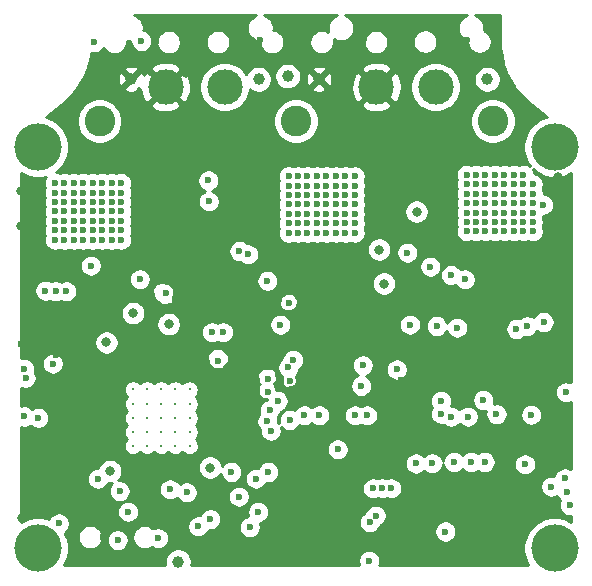
<source format=gbr>
%TF.GenerationSoftware,KiCad,Pcbnew,(5.1.8-0-10_14)*%
%TF.CreationDate,2021-05-13T19:53:47+02:00*%
%TF.ProjectId,Nauthiluscontroller,4e617574-6869-46c7-9573-636f6e74726f,rev?*%
%TF.SameCoordinates,Original*%
%TF.FileFunction,Copper,L2,Inr*%
%TF.FilePolarity,Positive*%
%FSLAX46Y46*%
G04 Gerber Fmt 4.6, Leading zero omitted, Abs format (unit mm)*
G04 Created by KiCad (PCBNEW (5.1.8-0-10_14)) date 2021-05-13 19:53:47*
%MOMM*%
%LPD*%
G01*
G04 APERTURE LIST*
%TA.AperFunction,ComponentPad*%
%ADD10C,0.300000*%
%TD*%
%TA.AperFunction,ComponentPad*%
%ADD11C,4.000000*%
%TD*%
%TA.AperFunction,ComponentPad*%
%ADD12C,3.000000*%
%TD*%
%TA.AperFunction,ComponentPad*%
%ADD13C,1.000000*%
%TD*%
%TA.AperFunction,ComponentPad*%
%ADD14C,2.600000*%
%TD*%
%TA.AperFunction,ViaPad*%
%ADD15C,0.600000*%
%TD*%
%TA.AperFunction,ViaPad*%
%ADD16C,0.800000*%
%TD*%
%TA.AperFunction,Conductor*%
%ADD17C,0.254000*%
%TD*%
%TA.AperFunction,Conductor*%
%ADD18C,0.100000*%
%TD*%
G04 APERTURE END LIST*
D10*
%TO.N,N/C*%
%TO.C,U11*%
X131023000Y-103222000D03*
X131023000Y-104422000D03*
X131023000Y-105622000D03*
X131023000Y-106822000D03*
X131023000Y-108022000D03*
X129823000Y-103222000D03*
X129823000Y-104422000D03*
X129823000Y-105622000D03*
X129823000Y-106822000D03*
X129823000Y-108022000D03*
X128623000Y-103222000D03*
X128623000Y-104422000D03*
X128623000Y-105622000D03*
X128623000Y-106822000D03*
X128623000Y-108022000D03*
X127423000Y-103222000D03*
X127423000Y-104422000D03*
X127423000Y-105622000D03*
X127423000Y-106822000D03*
X127423000Y-108022000D03*
X126223000Y-103222000D03*
X126223000Y-104422000D03*
X126223000Y-105622000D03*
X126223000Y-106822000D03*
X126223000Y-108022000D03*
%TD*%
D11*
%TO.N,N/C*%
%TO.C,H4*%
X161927359Y-116680000D03*
%TD*%
D12*
%TO.N,+24V*%
%TO.C,J7*%
X134000000Y-77620000D03*
%TO.N,GND*%
X129000000Y-77620000D03*
%TD*%
D13*
%TO.N,+3V3*%
%TO.C,U7*%
X139340000Y-76690000D03*
%TD*%
%TO.N,+24V*%
%TO.C,U17*%
X136870000Y-76950000D03*
%TD*%
D14*
%TO.N,SHC*%
%TO.C,U18*%
X156697360Y-80500000D03*
%TD*%
%TO.N,SHB*%
%TO.C,U16*%
X140048680Y-80500000D03*
%TD*%
D12*
%TO.N,GND*%
%TO.C,J6*%
X146850000Y-77620000D03*
%TO.N,+24V*%
X151850000Y-77620000D03*
%TD*%
D14*
%TO.N,SHA*%
%TO.C,U12*%
X123400000Y-80500000D03*
%TD*%
D13*
%TO.N,GND*%
%TO.C,U15*%
X126080000Y-76950000D03*
%TD*%
%TO.N,GND*%
%TO.C,U19*%
X141980000Y-76950000D03*
%TD*%
%TO.N,+3V3*%
%TO.C,U20*%
X130060000Y-117820000D03*
%TD*%
%TO.N,+24V*%
%TO.C,U9*%
X156220000Y-76950000D03*
%TD*%
D11*
%TO.N,N/C*%
%TO.C,H1*%
X118170000Y-82680001D03*
%TD*%
%TO.N,N/C*%
%TO.C,H2*%
X161927359Y-82680001D03*
%TD*%
%TO.N,N/C*%
%TO.C,H3*%
X118170000Y-116680000D03*
%TD*%
D15*
%TO.N,+24V*%
X154480000Y-87440000D03*
X158480000Y-86640000D03*
X159280000Y-85040000D03*
X156880000Y-85840000D03*
X156880000Y-86640000D03*
X160080000Y-85840000D03*
X154480000Y-86640000D03*
X154480000Y-85840000D03*
X157680000Y-85840000D03*
X156080000Y-85040000D03*
X155280000Y-85840000D03*
X160960000Y-87590000D03*
X157680000Y-85040000D03*
X159280000Y-85840000D03*
X158480000Y-85040000D03*
X157680000Y-87440000D03*
X159280000Y-87440000D03*
X156880000Y-87440000D03*
X158480000Y-87440000D03*
X154480000Y-85040000D03*
X155280000Y-85040000D03*
X156880000Y-85040000D03*
X159280000Y-88240000D03*
X158480000Y-89840000D03*
X159280000Y-89040000D03*
X157680000Y-88240000D03*
X156080000Y-88240000D03*
X154480000Y-89840000D03*
X157680000Y-89040000D03*
X155280000Y-89040000D03*
X156880000Y-89040000D03*
X156880000Y-89840000D03*
X158480000Y-88240000D03*
X154480000Y-89040000D03*
X160080000Y-88240000D03*
X160080000Y-89040000D03*
X154480000Y-88240000D03*
X155280000Y-88240000D03*
X156880000Y-88240000D03*
X158480000Y-89040000D03*
X156080000Y-89840000D03*
X160080000Y-89840000D03*
X157680000Y-89840000D03*
X155280000Y-89840000D03*
X159280000Y-89840000D03*
X156080000Y-89040000D03*
X158480000Y-85840000D03*
X155280000Y-87440000D03*
X156080000Y-86640000D03*
X160080000Y-86640000D03*
X157680000Y-86640000D03*
X155280000Y-86640000D03*
X156080000Y-87440000D03*
X159280000Y-86640000D03*
X156080000Y-85840000D03*
X160080000Y-87440000D03*
X139410000Y-87560000D03*
X143410000Y-86760000D03*
X144210000Y-85160000D03*
X141810000Y-85960000D03*
X141810000Y-86760000D03*
X145010000Y-85960000D03*
X139410000Y-86760000D03*
X139410000Y-85960000D03*
X142610000Y-85960000D03*
X141010000Y-85160000D03*
X140210000Y-85960000D03*
X145010000Y-85160000D03*
X142610000Y-85160000D03*
X144210000Y-85960000D03*
X143410000Y-85160000D03*
X142610000Y-87560000D03*
X144210000Y-87560000D03*
X141810000Y-87560000D03*
X143410000Y-87560000D03*
X139410000Y-85160000D03*
X140210000Y-85160000D03*
X141810000Y-85160000D03*
X144210000Y-88360000D03*
X143410000Y-89960000D03*
X144210000Y-89160000D03*
X142610000Y-88360000D03*
X141010000Y-88360000D03*
X139410000Y-89960000D03*
X142610000Y-89160000D03*
X140210000Y-89160000D03*
X141810000Y-89160000D03*
X141810000Y-89960000D03*
X143410000Y-88360000D03*
X139410000Y-89160000D03*
X145010000Y-88360000D03*
X145010000Y-89160000D03*
X139410000Y-88360000D03*
X140210000Y-88360000D03*
X141810000Y-88360000D03*
X143410000Y-89160000D03*
X141010000Y-89960000D03*
X145010000Y-89960000D03*
X142610000Y-89960000D03*
X140210000Y-89960000D03*
X144210000Y-89960000D03*
X141010000Y-89160000D03*
X143410000Y-85960000D03*
X140210000Y-87560000D03*
X141010000Y-86760000D03*
X145010000Y-86760000D03*
X142610000Y-86760000D03*
X140210000Y-86760000D03*
X141010000Y-87560000D03*
X144210000Y-86760000D03*
X141010000Y-85960000D03*
X145010000Y-87560000D03*
X119620000Y-85750000D03*
X120420000Y-85750000D03*
X121220000Y-85750000D03*
X122020000Y-85750000D03*
X122820000Y-85750000D03*
X123620000Y-85750000D03*
X124420000Y-85750000D03*
X125220000Y-85750000D03*
X119620000Y-86550000D03*
X120420000Y-86550000D03*
X121220000Y-86550000D03*
X122020000Y-86550000D03*
X122820000Y-86550000D03*
X123620000Y-86550000D03*
X124420000Y-86550000D03*
X125220000Y-86550000D03*
X119620000Y-87350000D03*
X120420000Y-87350000D03*
X121220000Y-87350000D03*
X122020000Y-87350000D03*
X122820000Y-87350000D03*
X123620000Y-87350000D03*
X124420000Y-87350000D03*
X125220000Y-87350000D03*
X119620000Y-88150000D03*
X120420000Y-88150000D03*
X121220000Y-88150000D03*
X122020000Y-88150000D03*
X122820000Y-88150000D03*
X123620000Y-88150000D03*
X124420000Y-88150000D03*
X125220000Y-88150000D03*
X123620000Y-90550000D03*
X124420000Y-88950000D03*
X122020000Y-89750000D03*
X122020000Y-90550000D03*
X125220000Y-89750000D03*
X119620000Y-90550000D03*
X119620000Y-89750000D03*
X122820000Y-89750000D03*
X121220000Y-88950000D03*
X120420000Y-89750000D03*
X125220000Y-88950000D03*
X122820000Y-88950000D03*
X124420000Y-89750000D03*
X123620000Y-88950000D03*
X119620000Y-88950000D03*
X120420000Y-88950000D03*
X122020000Y-88950000D03*
X123620000Y-89750000D03*
X121220000Y-90550000D03*
X125220000Y-90550000D03*
X122820000Y-90550000D03*
X120420000Y-90550000D03*
X124420000Y-90550000D03*
X121220000Y-89750000D03*
X122660000Y-92740000D03*
X152320000Y-105280000D03*
X157010000Y-105320000D03*
X155890000Y-104120000D03*
X159430000Y-109570000D03*
X156000000Y-109370000D03*
X154850000Y-109370000D03*
X153410000Y-109360000D03*
X151550000Y-109460000D03*
X158690000Y-98100000D03*
X150190000Y-109490000D03*
X151940000Y-97850000D03*
X149680000Y-97740002D03*
X120600000Y-94910000D03*
X118820000Y-94850000D03*
X159583947Y-97868870D03*
X149460000Y-91630000D03*
X151420000Y-92820000D03*
X119690000Y-94900000D03*
X153678867Y-97981133D03*
X135990000Y-91780000D03*
X135251594Y-91508406D03*
X153180000Y-105530000D03*
X154579999Y-105519999D03*
X162900000Y-103450000D03*
X162794544Y-110756476D03*
X117040000Y-105510000D03*
X159950000Y-105370000D03*
X118230000Y-105620000D03*
X119440200Y-101041681D03*
X117020000Y-101480000D03*
X117145600Y-102236676D03*
X152310000Y-104180000D03*
%TO.N,SLA*%
X139791618Y-100726386D03*
X126810010Y-93880000D03*
%TO.N,SLB*%
X137620000Y-94024990D03*
X139389471Y-101359471D03*
%TO.N,SLC*%
X153169994Y-93540000D03*
X154330011Y-93904618D03*
%TO.N,CAN_L*%
X122960000Y-73840000D03*
X126950000Y-73710000D03*
%TO.N,SWDIO*%
X146564954Y-111601286D03*
%TO.N,SWCLK*%
X147324943Y-111589948D03*
D16*
%TO.N,GHC*%
X147074990Y-91372286D03*
X150252709Y-88173057D03*
D15*
%TO.N,CONFIG_SW*%
X146040000Y-105419990D03*
%TO.N,BLUE_LED*%
X161000004Y-97520000D03*
%TO.N,nMFAULT*%
X125100000Y-111835050D03*
X129370000Y-111680000D03*
%TO.N,CAN_RX*%
X132620000Y-85530000D03*
X132650000Y-87290000D03*
%TO.N,LOOP_PIN*%
X145560000Y-102920000D03*
%TO.N,INH_A*%
X148566233Y-101528777D03*
%TO.N,INL_A*%
X138484298Y-104202139D03*
%TO.N,INH_B*%
X136110000Y-114889990D03*
%TO.N,INL_B*%
X131750000Y-114810000D03*
%TO.N,INH_C*%
X132790000Y-114200000D03*
%TO.N,INL_C*%
X136840000Y-113600000D03*
%TO.N,PWM_ENC*%
X138709998Y-97740000D03*
%TO.N,ENA_GATE*%
X128369990Y-115809998D03*
%TO.N,SENSE_A*%
X137910000Y-106720000D03*
%TO.N,SENSE_B*%
X137620006Y-105930008D03*
%TO.N,SENSE_C*%
X137800000Y-104980000D03*
D16*
%TO.N,+3V3*%
X124300000Y-110130000D03*
X132760000Y-109830000D03*
X129260000Y-97700000D03*
X126247839Y-96763230D03*
D15*
X134571436Y-110201442D03*
X163210000Y-113020000D03*
X163020000Y-111940000D03*
D16*
X147485021Y-94253736D03*
D15*
X145693561Y-101163560D03*
D16*
X123977695Y-99232305D03*
D15*
X119960000Y-114570000D03*
X146270000Y-114480000D03*
X146780000Y-113910000D03*
X143559990Y-108300000D03*
X161650000Y-111450000D03*
X123265002Y-110790000D03*
X146234998Y-117710010D03*
X125822187Y-113580020D03*
X139500000Y-105800000D03*
X140740000Y-105419990D03*
X142020000Y-105419990D03*
X145010000Y-105419990D03*
X133860000Y-98374990D03*
X132910000Y-98374990D03*
%TO.N,I2C1_SCL*%
X124940000Y-115990000D03*
X148074956Y-111589948D03*
%TO.N,CS1_DRV*%
X135200000Y-112300014D03*
%TO.N,CLK1_DRV*%
X136629981Y-110769981D03*
%TO.N,MISO1_DRV*%
X137700000Y-110201074D03*
%TO.N,MOSI1_DRV*%
X130781439Y-111928561D03*
%TO.N,GND*%
X156940000Y-94700000D03*
X159340000Y-93100000D03*
X159340000Y-93900000D03*
X156940000Y-93900000D03*
X156940000Y-93100000D03*
X160140000Y-93100000D03*
X158540000Y-92300000D03*
X157740000Y-93100000D03*
X160140000Y-92300000D03*
X160140000Y-94700000D03*
X158540000Y-93900000D03*
X160140000Y-95500000D03*
X156940000Y-92300000D03*
X156940000Y-95500000D03*
X157740000Y-92300000D03*
X159340000Y-92300000D03*
X159340000Y-94700000D03*
X157740000Y-93900000D03*
X157740000Y-95500000D03*
X158540000Y-95500000D03*
X157740000Y-94700000D03*
X159340000Y-95500000D03*
X158540000Y-94700000D03*
X160140000Y-93900000D03*
X158540000Y-93100000D03*
X141190000Y-94700000D03*
X143590000Y-93100000D03*
X143590000Y-93900000D03*
X141190000Y-93900000D03*
X141190000Y-93100000D03*
X144390000Y-93100000D03*
X142790000Y-92300000D03*
X141990000Y-93100000D03*
X144390000Y-92300000D03*
X144390000Y-94700000D03*
X143590000Y-94700000D03*
X141190000Y-92300000D03*
X141990000Y-92300000D03*
X143590000Y-92300000D03*
X144390000Y-95500000D03*
X142790000Y-95500000D03*
X141190000Y-95500000D03*
X141990000Y-95500000D03*
X143590000Y-95500000D03*
X141990000Y-94700000D03*
X142790000Y-93900000D03*
X144390000Y-93900000D03*
X141990000Y-93900000D03*
X142790000Y-94700000D03*
X142790000Y-93100000D03*
X132620000Y-92920000D03*
X130220000Y-92920000D03*
X130220000Y-93720000D03*
X130220000Y-92120000D03*
X130220000Y-94520000D03*
X132620000Y-92120000D03*
X131020000Y-92120000D03*
X133420000Y-92920000D03*
X133420000Y-94520000D03*
X131820000Y-92120000D03*
X133420000Y-95320000D03*
X132620000Y-94520000D03*
X131020000Y-92920000D03*
X133420000Y-92120000D03*
X132620000Y-93720000D03*
X131820000Y-95320000D03*
X130220000Y-95320000D03*
X131020000Y-95320000D03*
X132620000Y-95320000D03*
X131020000Y-94520000D03*
X131820000Y-93720000D03*
X133420000Y-93720000D03*
X131020000Y-93720000D03*
X131820000Y-94520000D03*
X131820000Y-92920000D03*
X149220000Y-106720000D03*
X151140000Y-106680000D03*
X152340000Y-107740000D03*
X155890000Y-106900000D03*
X145770000Y-73590000D03*
X136970000Y-73670000D03*
X128220000Y-73770000D03*
X154530000Y-73640000D03*
X162560000Y-113820000D03*
X160025000Y-111364000D03*
X156570000Y-115230000D03*
X132660000Y-81760000D03*
X155410000Y-114720000D03*
X118920000Y-96500000D03*
X120650000Y-109940000D03*
X118850000Y-110810000D03*
X117920000Y-107790000D03*
D16*
X121160000Y-114910000D03*
D15*
X161410000Y-106940000D03*
X153140000Y-101390010D03*
X158480000Y-114970000D03*
X157579998Y-116070000D03*
X148900000Y-102440000D03*
X151591994Y-101390000D03*
X123680000Y-115740000D03*
X160583958Y-101118941D03*
D16*
X162260000Y-85260002D03*
D15*
X162370000Y-106540000D03*
D16*
X146820000Y-86950000D03*
X146830000Y-89800000D03*
X116880000Y-114140000D03*
D15*
X136664985Y-96362537D03*
X136510000Y-94910000D03*
D16*
X116770000Y-86450000D03*
X116730000Y-89370000D03*
D15*
X135510000Y-94010000D03*
X123991863Y-95821155D03*
X122159503Y-94059505D03*
X163020000Y-107100000D03*
X135590000Y-96120000D03*
X128995019Y-95076696D03*
X132153180Y-100896820D03*
X143120000Y-103200000D03*
X150859990Y-114580000D03*
X150520000Y-113140000D03*
X152540000Y-116510000D03*
D16*
X162570000Y-90150000D03*
X130710000Y-76420010D03*
D15*
X145879998Y-98210000D03*
X150710000Y-115800010D03*
X137816770Y-109195398D03*
X162252198Y-91149396D03*
X149790010Y-80290000D03*
X150520000Y-107574509D03*
X154830000Y-101440010D03*
X156990000Y-100863990D03*
X139417323Y-95882026D03*
X147950000Y-98770000D03*
X151350000Y-94869991D03*
X149133229Y-94869991D03*
X160720389Y-113741779D03*
X159865384Y-106964010D03*
X163277698Y-102525085D03*
X143559990Y-109920000D03*
X139510078Y-102511686D03*
X137664591Y-103430010D03*
X137648200Y-102310369D03*
X133458446Y-100775010D03*
X159050000Y-100610000D03*
X155880000Y-108050000D03*
X157740000Y-115240000D03*
X155380000Y-113510000D03*
X154440000Y-113460000D03*
X155080000Y-92550000D03*
X144990000Y-82010000D03*
X116740000Y-99360000D03*
X120130000Y-98800000D03*
X119690000Y-100270000D03*
X138920000Y-116060010D03*
X147382647Y-117710010D03*
X134123816Y-107980010D03*
X122460000Y-107640000D03*
X152340000Y-106980000D03*
%TO.N,RESET*%
X152690010Y-115250009D03*
%TD*%
D17*
%TO.N,GND*%
X136462376Y-71614176D02*
X136276480Y-71738388D01*
X136118388Y-71896480D01*
X135994176Y-72082376D01*
X135908617Y-72288933D01*
X135865000Y-72508212D01*
X135865000Y-72731788D01*
X135908617Y-72951067D01*
X135994176Y-73157624D01*
X136118388Y-73343520D01*
X136276480Y-73501612D01*
X136462376Y-73625824D01*
X136668933Y-73711383D01*
X136888212Y-73755000D01*
X136985000Y-73755000D01*
X136985000Y-73911939D01*
X137024774Y-74111898D01*
X137102795Y-74300256D01*
X137216063Y-74469774D01*
X137360226Y-74613937D01*
X137529744Y-74727205D01*
X137718102Y-74805226D01*
X137918061Y-74845000D01*
X138121939Y-74845000D01*
X138321898Y-74805226D01*
X138510256Y-74727205D01*
X138679774Y-74613937D01*
X138823937Y-74469774D01*
X138937205Y-74300256D01*
X139015226Y-74111898D01*
X139055000Y-73911939D01*
X139055000Y-73708061D01*
X139015226Y-73508102D01*
X138937205Y-73319744D01*
X138823937Y-73150226D01*
X138679774Y-73006063D01*
X138510256Y-72892795D01*
X138321898Y-72814774D01*
X138126235Y-72775854D01*
X138135000Y-72731788D01*
X138135000Y-72508212D01*
X138091383Y-72288933D01*
X138005824Y-72082376D01*
X137881612Y-71896480D01*
X137723520Y-71738388D01*
X137537624Y-71614176D01*
X137349666Y-71536321D01*
X143500334Y-71536321D01*
X143312376Y-71614176D01*
X143126480Y-71738388D01*
X142968388Y-71896480D01*
X142844176Y-72082376D01*
X142758617Y-72288933D01*
X142715000Y-72508212D01*
X142715000Y-72731788D01*
X142754195Y-72928836D01*
X142700256Y-72892795D01*
X142511898Y-72814774D01*
X142311939Y-72775000D01*
X142108061Y-72775000D01*
X141908102Y-72814774D01*
X141719744Y-72892795D01*
X141550226Y-73006063D01*
X141406063Y-73150226D01*
X141292795Y-73319744D01*
X141214774Y-73508102D01*
X141175000Y-73708061D01*
X141175000Y-73911939D01*
X141214774Y-74111898D01*
X141292795Y-74300256D01*
X141406063Y-74469774D01*
X141550226Y-74613937D01*
X141719744Y-74727205D01*
X141908102Y-74805226D01*
X142108061Y-74845000D01*
X142311939Y-74845000D01*
X142511898Y-74805226D01*
X142700256Y-74727205D01*
X142869774Y-74613937D01*
X143013937Y-74469774D01*
X143127205Y-74300256D01*
X143205226Y-74111898D01*
X143245000Y-73911939D01*
X143245000Y-73708061D01*
X143215807Y-73561299D01*
X143312376Y-73625824D01*
X143518933Y-73711383D01*
X143738212Y-73755000D01*
X143961788Y-73755000D01*
X144181067Y-73711383D01*
X144189086Y-73708061D01*
X145775000Y-73708061D01*
X145775000Y-73911939D01*
X145814774Y-74111898D01*
X145892795Y-74300256D01*
X146006063Y-74469774D01*
X146150226Y-74613937D01*
X146319744Y-74727205D01*
X146508102Y-74805226D01*
X146708061Y-74845000D01*
X146911939Y-74845000D01*
X147111898Y-74805226D01*
X147300256Y-74727205D01*
X147469774Y-74613937D01*
X147613937Y-74469774D01*
X147727205Y-74300256D01*
X147805226Y-74111898D01*
X147845000Y-73911939D01*
X147845000Y-73708061D01*
X147839033Y-73678061D01*
X149935000Y-73678061D01*
X149935000Y-73881939D01*
X149974774Y-74081898D01*
X150052795Y-74270256D01*
X150166063Y-74439774D01*
X150310226Y-74583937D01*
X150479744Y-74697205D01*
X150668102Y-74775226D01*
X150868061Y-74815000D01*
X151071939Y-74815000D01*
X151271898Y-74775226D01*
X151460256Y-74697205D01*
X151629774Y-74583937D01*
X151773937Y-74439774D01*
X151887205Y-74270256D01*
X151965226Y-74081898D01*
X152005000Y-73881939D01*
X152005000Y-73678061D01*
X151965226Y-73478102D01*
X151887205Y-73289744D01*
X151773937Y-73120226D01*
X151629774Y-72976063D01*
X151460256Y-72862795D01*
X151271898Y-72784774D01*
X151071939Y-72745000D01*
X150868061Y-72745000D01*
X150668102Y-72784774D01*
X150479744Y-72862795D01*
X150310226Y-72976063D01*
X150166063Y-73120226D01*
X150052795Y-73289744D01*
X149974774Y-73478102D01*
X149935000Y-73678061D01*
X147839033Y-73678061D01*
X147805226Y-73508102D01*
X147727205Y-73319744D01*
X147613937Y-73150226D01*
X147469774Y-73006063D01*
X147300256Y-72892795D01*
X147111898Y-72814774D01*
X146911939Y-72775000D01*
X146708061Y-72775000D01*
X146508102Y-72814774D01*
X146319744Y-72892795D01*
X146150226Y-73006063D01*
X146006063Y-73150226D01*
X145892795Y-73319744D01*
X145814774Y-73508102D01*
X145775000Y-73708061D01*
X144189086Y-73708061D01*
X144387624Y-73625824D01*
X144573520Y-73501612D01*
X144731612Y-73343520D01*
X144855824Y-73157624D01*
X144941383Y-72951067D01*
X144985000Y-72731788D01*
X144985000Y-72508212D01*
X144941383Y-72288933D01*
X144855824Y-72082376D01*
X144731612Y-71896480D01*
X144573520Y-71738388D01*
X144387624Y-71614176D01*
X144199666Y-71536321D01*
X154500334Y-71536321D01*
X154312376Y-71614176D01*
X154126480Y-71738388D01*
X153968388Y-71896480D01*
X153844176Y-72082376D01*
X153758617Y-72288933D01*
X153715000Y-72508212D01*
X153715000Y-72731788D01*
X153758617Y-72951067D01*
X153844176Y-73157624D01*
X153968388Y-73343520D01*
X154126480Y-73501612D01*
X154312376Y-73625824D01*
X154518933Y-73711383D01*
X154535000Y-73714579D01*
X154535000Y-73881939D01*
X154574774Y-74081898D01*
X154652795Y-74270256D01*
X154766063Y-74439774D01*
X154910226Y-74583937D01*
X155079744Y-74697205D01*
X155268102Y-74775226D01*
X155468061Y-74815000D01*
X155671939Y-74815000D01*
X155871898Y-74775226D01*
X156060256Y-74697205D01*
X156229774Y-74583937D01*
X156373937Y-74439774D01*
X156487205Y-74270256D01*
X156565226Y-74081898D01*
X156605000Y-73881939D01*
X156605000Y-73678061D01*
X156565226Y-73478102D01*
X156487205Y-73289744D01*
X156373937Y-73120226D01*
X156229774Y-72976063D01*
X156060256Y-72862795D01*
X155966653Y-72824023D01*
X155985000Y-72731788D01*
X155985000Y-72508212D01*
X155941383Y-72288933D01*
X155855824Y-72082376D01*
X155731612Y-71896480D01*
X155573520Y-71738388D01*
X155387624Y-71614176D01*
X155199666Y-71536321D01*
X157305614Y-71536321D01*
X157313141Y-71537059D01*
X157313680Y-71542185D01*
X157313679Y-73837425D01*
X157315607Y-73857002D01*
X157349038Y-74481341D01*
X157354553Y-74521786D01*
X157357919Y-74562467D01*
X157361078Y-74580146D01*
X157545831Y-75545895D01*
X157559565Y-75595316D01*
X157572077Y-75645020D01*
X157578081Y-75661946D01*
X157918084Y-76584552D01*
X157939695Y-76631046D01*
X157960167Y-76678061D01*
X157968855Y-76693779D01*
X158454979Y-77548465D01*
X158483897Y-77590810D01*
X158511769Y-77633844D01*
X158522903Y-77647926D01*
X158522908Y-77647933D01*
X158522913Y-77647939D01*
X159142096Y-78411745D01*
X159177516Y-78448771D01*
X159212068Y-78486704D01*
X159225358Y-78498783D01*
X159956629Y-79147348D01*
X159978797Y-79167658D01*
X161257432Y-80126635D01*
X161158758Y-80146262D01*
X160679218Y-80344894D01*
X160247644Y-80633263D01*
X159880621Y-81000286D01*
X159592252Y-81431860D01*
X159393620Y-81911400D01*
X159292359Y-82420476D01*
X159292359Y-82939526D01*
X159393620Y-83448602D01*
X159592252Y-83928142D01*
X159828825Y-84282198D01*
X159722889Y-84211414D01*
X159552729Y-84140932D01*
X159372089Y-84105000D01*
X159187911Y-84105000D01*
X159007271Y-84140932D01*
X158880000Y-84193649D01*
X158752729Y-84140932D01*
X158572089Y-84105000D01*
X158387911Y-84105000D01*
X158207271Y-84140932D01*
X158080000Y-84193649D01*
X157952729Y-84140932D01*
X157772089Y-84105000D01*
X157587911Y-84105000D01*
X157407271Y-84140932D01*
X157280000Y-84193649D01*
X157152729Y-84140932D01*
X156972089Y-84105000D01*
X156787911Y-84105000D01*
X156607271Y-84140932D01*
X156480000Y-84193649D01*
X156352729Y-84140932D01*
X156172089Y-84105000D01*
X155987911Y-84105000D01*
X155807271Y-84140932D01*
X155680000Y-84193649D01*
X155552729Y-84140932D01*
X155372089Y-84105000D01*
X155187911Y-84105000D01*
X155007271Y-84140932D01*
X154880000Y-84193649D01*
X154752729Y-84140932D01*
X154572089Y-84105000D01*
X154387911Y-84105000D01*
X154207271Y-84140932D01*
X154037111Y-84211414D01*
X153883972Y-84313738D01*
X153753738Y-84443972D01*
X153651414Y-84597111D01*
X153580932Y-84767271D01*
X153545000Y-84947911D01*
X153545000Y-85132089D01*
X153580932Y-85312729D01*
X153633649Y-85440000D01*
X153580932Y-85567271D01*
X153545000Y-85747911D01*
X153545000Y-85932089D01*
X153580932Y-86112729D01*
X153633649Y-86240000D01*
X153580932Y-86367271D01*
X153545000Y-86547911D01*
X153545000Y-86732089D01*
X153580932Y-86912729D01*
X153633649Y-87040000D01*
X153580932Y-87167271D01*
X153545000Y-87347911D01*
X153545000Y-87532089D01*
X153580932Y-87712729D01*
X153633649Y-87840000D01*
X153580932Y-87967271D01*
X153545000Y-88147911D01*
X153545000Y-88332089D01*
X153580932Y-88512729D01*
X153633649Y-88640000D01*
X153580932Y-88767271D01*
X153545000Y-88947911D01*
X153545000Y-89132089D01*
X153580932Y-89312729D01*
X153633649Y-89440000D01*
X153580932Y-89567271D01*
X153545000Y-89747911D01*
X153545000Y-89932089D01*
X153580932Y-90112729D01*
X153651414Y-90282889D01*
X153753738Y-90436028D01*
X153883972Y-90566262D01*
X154037111Y-90668586D01*
X154207271Y-90739068D01*
X154387911Y-90775000D01*
X154572089Y-90775000D01*
X154752729Y-90739068D01*
X154880000Y-90686351D01*
X155007271Y-90739068D01*
X155187911Y-90775000D01*
X155372089Y-90775000D01*
X155552729Y-90739068D01*
X155680000Y-90686351D01*
X155807271Y-90739068D01*
X155987911Y-90775000D01*
X156172089Y-90775000D01*
X156352729Y-90739068D01*
X156480000Y-90686351D01*
X156607271Y-90739068D01*
X156787911Y-90775000D01*
X156972089Y-90775000D01*
X157152729Y-90739068D01*
X157280000Y-90686351D01*
X157407271Y-90739068D01*
X157587911Y-90775000D01*
X157772089Y-90775000D01*
X157952729Y-90739068D01*
X158080000Y-90686351D01*
X158207271Y-90739068D01*
X158387911Y-90775000D01*
X158572089Y-90775000D01*
X158752729Y-90739068D01*
X158880000Y-90686351D01*
X159007271Y-90739068D01*
X159187911Y-90775000D01*
X159372089Y-90775000D01*
X159552729Y-90739068D01*
X159680000Y-90686351D01*
X159807271Y-90739068D01*
X159987911Y-90775000D01*
X160172089Y-90775000D01*
X160352729Y-90739068D01*
X160522889Y-90668586D01*
X160676028Y-90566262D01*
X160806262Y-90436028D01*
X160908586Y-90282889D01*
X160979068Y-90112729D01*
X161015000Y-89932089D01*
X161015000Y-89747911D01*
X160979068Y-89567271D01*
X160926351Y-89440000D01*
X160979068Y-89312729D01*
X161015000Y-89132089D01*
X161015000Y-88947911D01*
X160979068Y-88767271D01*
X160926351Y-88640000D01*
X160973985Y-88525000D01*
X161052089Y-88525000D01*
X161232729Y-88489068D01*
X161402889Y-88418586D01*
X161556028Y-88316262D01*
X161686262Y-88186028D01*
X161788586Y-88032889D01*
X161859068Y-87862729D01*
X161895000Y-87682089D01*
X161895000Y-87497911D01*
X161859068Y-87317271D01*
X161788586Y-87147111D01*
X161686262Y-86993972D01*
X161556028Y-86863738D01*
X161402889Y-86761414D01*
X161232729Y-86690932D01*
X161052089Y-86655000D01*
X161015000Y-86655000D01*
X161015000Y-86547911D01*
X160979068Y-86367271D01*
X160926351Y-86240000D01*
X160979068Y-86112729D01*
X161015000Y-85932089D01*
X161015000Y-85747911D01*
X160979068Y-85567271D01*
X160908586Y-85397111D01*
X160806262Y-85243972D01*
X160676028Y-85113738D01*
X160522889Y-85011414D01*
X160352729Y-84940932D01*
X160207881Y-84912119D01*
X160179068Y-84767271D01*
X160108586Y-84597111D01*
X160089597Y-84568692D01*
X160247644Y-84726739D01*
X160679218Y-85015108D01*
X161158758Y-85213740D01*
X161667834Y-85315001D01*
X162186884Y-85315001D01*
X162695960Y-85213740D01*
X163175500Y-85015108D01*
X163313680Y-84922779D01*
X163313679Y-102609315D01*
X163172729Y-102550932D01*
X162992089Y-102515000D01*
X162807911Y-102515000D01*
X162627271Y-102550932D01*
X162457111Y-102621414D01*
X162303972Y-102723738D01*
X162173738Y-102853972D01*
X162071414Y-103007111D01*
X162000932Y-103177271D01*
X161965000Y-103357911D01*
X161965000Y-103542089D01*
X162000932Y-103722729D01*
X162071414Y-103892889D01*
X162173738Y-104046028D01*
X162303972Y-104176262D01*
X162457111Y-104278586D01*
X162627271Y-104349068D01*
X162807911Y-104385000D01*
X162992089Y-104385000D01*
X163172729Y-104349068D01*
X163313679Y-104290685D01*
X163313679Y-109978836D01*
X163237433Y-109927890D01*
X163067273Y-109857408D01*
X162886633Y-109821476D01*
X162702455Y-109821476D01*
X162521815Y-109857408D01*
X162351655Y-109927890D01*
X162198516Y-110030214D01*
X162068282Y-110160448D01*
X161965958Y-110313587D01*
X161895476Y-110483747D01*
X161883658Y-110543160D01*
X161742089Y-110515000D01*
X161557911Y-110515000D01*
X161377271Y-110550932D01*
X161207111Y-110621414D01*
X161053972Y-110723738D01*
X160923738Y-110853972D01*
X160821414Y-111007111D01*
X160750932Y-111177271D01*
X160715000Y-111357911D01*
X160715000Y-111542089D01*
X160750932Y-111722729D01*
X160821414Y-111892889D01*
X160923738Y-112046028D01*
X161053972Y-112176262D01*
X161207111Y-112278586D01*
X161377271Y-112349068D01*
X161557911Y-112385000D01*
X161742089Y-112385000D01*
X161922729Y-112349068D01*
X162092889Y-112278586D01*
X162136219Y-112249634D01*
X162191414Y-112382889D01*
X162293738Y-112536028D01*
X162367767Y-112610057D01*
X162310932Y-112747271D01*
X162275000Y-112927911D01*
X162275000Y-113112089D01*
X162310932Y-113292729D01*
X162381414Y-113462889D01*
X162483738Y-113616028D01*
X162613972Y-113746262D01*
X162767111Y-113848586D01*
X162937271Y-113919068D01*
X163117911Y-113955000D01*
X163302089Y-113955000D01*
X163313679Y-113952695D01*
X163313679Y-114437221D01*
X163175500Y-114344893D01*
X162695960Y-114146261D01*
X162186884Y-114045000D01*
X161667834Y-114045000D01*
X161158758Y-114146261D01*
X160679218Y-114344893D01*
X160247644Y-114633262D01*
X159880621Y-115000285D01*
X159592252Y-115431859D01*
X159393620Y-115911399D01*
X159292359Y-116420475D01*
X159292359Y-116939525D01*
X159393620Y-117448601D01*
X159592252Y-117928141D01*
X159684580Y-118066320D01*
X147099446Y-118066320D01*
X147134066Y-117982739D01*
X147169998Y-117802099D01*
X147169998Y-117617921D01*
X147134066Y-117437281D01*
X147063584Y-117267121D01*
X146961260Y-117113982D01*
X146831026Y-116983748D01*
X146677887Y-116881424D01*
X146507727Y-116810942D01*
X146327087Y-116775010D01*
X146142909Y-116775010D01*
X145962269Y-116810942D01*
X145792109Y-116881424D01*
X145638970Y-116983748D01*
X145508736Y-117113982D01*
X145406412Y-117267121D01*
X145335930Y-117437281D01*
X145299998Y-117617921D01*
X145299998Y-117802099D01*
X145335930Y-117982739D01*
X145370550Y-118066320D01*
X131168240Y-118066320D01*
X131195000Y-117931788D01*
X131195000Y-117708212D01*
X131151383Y-117488933D01*
X131065824Y-117282376D01*
X130941612Y-117096480D01*
X130783520Y-116938388D01*
X130597624Y-116814176D01*
X130391067Y-116728617D01*
X130171788Y-116685000D01*
X129948212Y-116685000D01*
X129728933Y-116728617D01*
X129522376Y-116814176D01*
X129336480Y-116938388D01*
X129178388Y-117096480D01*
X129054176Y-117282376D01*
X128968617Y-117488933D01*
X128925000Y-117708212D01*
X128925000Y-117931788D01*
X128951760Y-118066320D01*
X120412779Y-118066320D01*
X120505107Y-117928141D01*
X120703739Y-117448601D01*
X120805000Y-116939525D01*
X120805000Y-116420475D01*
X120703739Y-115911399D01*
X120586377Y-115628061D01*
X121565000Y-115628061D01*
X121565000Y-115831939D01*
X121604774Y-116031898D01*
X121682795Y-116220256D01*
X121796063Y-116389774D01*
X121940226Y-116533937D01*
X122109744Y-116647205D01*
X122298102Y-116725226D01*
X122498061Y-116765000D01*
X122701939Y-116765000D01*
X122901898Y-116725226D01*
X123090256Y-116647205D01*
X123259774Y-116533937D01*
X123403937Y-116389774D01*
X123517205Y-116220256D01*
X123595226Y-116031898D01*
X123621877Y-115897911D01*
X124005000Y-115897911D01*
X124005000Y-116082089D01*
X124040932Y-116262729D01*
X124111414Y-116432889D01*
X124213738Y-116586028D01*
X124343972Y-116716262D01*
X124497111Y-116818586D01*
X124667271Y-116889068D01*
X124847911Y-116925000D01*
X125032089Y-116925000D01*
X125212729Y-116889068D01*
X125382889Y-116818586D01*
X125536028Y-116716262D01*
X125666262Y-116586028D01*
X125768586Y-116432889D01*
X125839068Y-116262729D01*
X125875000Y-116082089D01*
X125875000Y-115897911D01*
X125839068Y-115717271D01*
X125802117Y-115628061D01*
X126165000Y-115628061D01*
X126165000Y-115831939D01*
X126204774Y-116031898D01*
X126282795Y-116220256D01*
X126396063Y-116389774D01*
X126540226Y-116533937D01*
X126709744Y-116647205D01*
X126898102Y-116725226D01*
X127098061Y-116765000D01*
X127301939Y-116765000D01*
X127501898Y-116725226D01*
X127690256Y-116647205D01*
X127815130Y-116563767D01*
X127927101Y-116638584D01*
X128097261Y-116709066D01*
X128277901Y-116744998D01*
X128462079Y-116744998D01*
X128642719Y-116709066D01*
X128812879Y-116638584D01*
X128966018Y-116536260D01*
X129096252Y-116406026D01*
X129198576Y-116252887D01*
X129269058Y-116082727D01*
X129304990Y-115902087D01*
X129304990Y-115717909D01*
X129269058Y-115537269D01*
X129198576Y-115367109D01*
X129096252Y-115213970D01*
X128966018Y-115083736D01*
X128812879Y-114981412D01*
X128642719Y-114910930D01*
X128462079Y-114874998D01*
X128277901Y-114874998D01*
X128097261Y-114910930D01*
X127927101Y-114981412D01*
X127919921Y-114986210D01*
X127859774Y-114926063D01*
X127690256Y-114812795D01*
X127501898Y-114734774D01*
X127417122Y-114717911D01*
X130815000Y-114717911D01*
X130815000Y-114902089D01*
X130850932Y-115082729D01*
X130921414Y-115252889D01*
X131023738Y-115406028D01*
X131153972Y-115536262D01*
X131307111Y-115638586D01*
X131477271Y-115709068D01*
X131657911Y-115745000D01*
X131842089Y-115745000D01*
X132022729Y-115709068D01*
X132192889Y-115638586D01*
X132346028Y-115536262D01*
X132476262Y-115406028D01*
X132578586Y-115252889D01*
X132632783Y-115122045D01*
X132697911Y-115135000D01*
X132882089Y-115135000D01*
X133062729Y-115099068D01*
X133232889Y-115028586D01*
X133386028Y-114926262D01*
X133514389Y-114797901D01*
X135175000Y-114797901D01*
X135175000Y-114982079D01*
X135210932Y-115162719D01*
X135281414Y-115332879D01*
X135383738Y-115486018D01*
X135513972Y-115616252D01*
X135667111Y-115718576D01*
X135837271Y-115789058D01*
X136017911Y-115824990D01*
X136202089Y-115824990D01*
X136382729Y-115789058D01*
X136552889Y-115718576D01*
X136706028Y-115616252D01*
X136836262Y-115486018D01*
X136938586Y-115332879D01*
X137009068Y-115162719D01*
X137045000Y-114982079D01*
X137045000Y-114797901D01*
X137009068Y-114617261D01*
X136971729Y-114527115D01*
X137112729Y-114499068D01*
X137282889Y-114428586D01*
X137343763Y-114387911D01*
X145335000Y-114387911D01*
X145335000Y-114572089D01*
X145370932Y-114752729D01*
X145441414Y-114922889D01*
X145543738Y-115076028D01*
X145673972Y-115206262D01*
X145827111Y-115308586D01*
X145997271Y-115379068D01*
X146177911Y-115415000D01*
X146362089Y-115415000D01*
X146542729Y-115379068D01*
X146712889Y-115308586D01*
X146866028Y-115206262D01*
X146914370Y-115157920D01*
X151755010Y-115157920D01*
X151755010Y-115342098D01*
X151790942Y-115522738D01*
X151861424Y-115692898D01*
X151963748Y-115846037D01*
X152093982Y-115976271D01*
X152247121Y-116078595D01*
X152417281Y-116149077D01*
X152597921Y-116185009D01*
X152782099Y-116185009D01*
X152962739Y-116149077D01*
X153132899Y-116078595D01*
X153286038Y-115976271D01*
X153416272Y-115846037D01*
X153518596Y-115692898D01*
X153589078Y-115522738D01*
X153625010Y-115342098D01*
X153625010Y-115157920D01*
X153589078Y-114977280D01*
X153518596Y-114807120D01*
X153416272Y-114653981D01*
X153286038Y-114523747D01*
X153132899Y-114421423D01*
X152962739Y-114350941D01*
X152782099Y-114315009D01*
X152597921Y-114315009D01*
X152417281Y-114350941D01*
X152247121Y-114421423D01*
X152093982Y-114523747D01*
X151963748Y-114653981D01*
X151861424Y-114807120D01*
X151790942Y-114977280D01*
X151755010Y-115157920D01*
X146914370Y-115157920D01*
X146996262Y-115076028D01*
X147098586Y-114922889D01*
X147164993Y-114762567D01*
X147222889Y-114738586D01*
X147376028Y-114636262D01*
X147506262Y-114506028D01*
X147608586Y-114352889D01*
X147679068Y-114182729D01*
X147715000Y-114002089D01*
X147715000Y-113817911D01*
X147679068Y-113637271D01*
X147608586Y-113467111D01*
X147506262Y-113313972D01*
X147376028Y-113183738D01*
X147222889Y-113081414D01*
X147052729Y-113010932D01*
X146872089Y-112975000D01*
X146687911Y-112975000D01*
X146507271Y-113010932D01*
X146337111Y-113081414D01*
X146183972Y-113183738D01*
X146053738Y-113313972D01*
X145951414Y-113467111D01*
X145885007Y-113627433D01*
X145827111Y-113651414D01*
X145673972Y-113753738D01*
X145543738Y-113883972D01*
X145441414Y-114037111D01*
X145370932Y-114207271D01*
X145335000Y-114387911D01*
X137343763Y-114387911D01*
X137436028Y-114326262D01*
X137566262Y-114196028D01*
X137668586Y-114042889D01*
X137739068Y-113872729D01*
X137775000Y-113692089D01*
X137775000Y-113507911D01*
X137739068Y-113327271D01*
X137668586Y-113157111D01*
X137566262Y-113003972D01*
X137436028Y-112873738D01*
X137282889Y-112771414D01*
X137112729Y-112700932D01*
X136932089Y-112665000D01*
X136747911Y-112665000D01*
X136567271Y-112700932D01*
X136397111Y-112771414D01*
X136243972Y-112873738D01*
X136113738Y-113003972D01*
X136011414Y-113157111D01*
X135940932Y-113327271D01*
X135905000Y-113507911D01*
X135905000Y-113692089D01*
X135940932Y-113872729D01*
X135978271Y-113962875D01*
X135837271Y-113990922D01*
X135667111Y-114061404D01*
X135513972Y-114163728D01*
X135383738Y-114293962D01*
X135281414Y-114447101D01*
X135210932Y-114617261D01*
X135175000Y-114797901D01*
X133514389Y-114797901D01*
X133516262Y-114796028D01*
X133618586Y-114642889D01*
X133689068Y-114472729D01*
X133725000Y-114292089D01*
X133725000Y-114107911D01*
X133689068Y-113927271D01*
X133618586Y-113757111D01*
X133516262Y-113603972D01*
X133386028Y-113473738D01*
X133232889Y-113371414D01*
X133062729Y-113300932D01*
X132882089Y-113265000D01*
X132697911Y-113265000D01*
X132517271Y-113300932D01*
X132347111Y-113371414D01*
X132193972Y-113473738D01*
X132063738Y-113603972D01*
X131961414Y-113757111D01*
X131907217Y-113887955D01*
X131842089Y-113875000D01*
X131657911Y-113875000D01*
X131477271Y-113910932D01*
X131307111Y-113981414D01*
X131153972Y-114083738D01*
X131023738Y-114213972D01*
X130921414Y-114367111D01*
X130850932Y-114537271D01*
X130815000Y-114717911D01*
X127417122Y-114717911D01*
X127301939Y-114695000D01*
X127098061Y-114695000D01*
X126898102Y-114734774D01*
X126709744Y-114812795D01*
X126540226Y-114926063D01*
X126396063Y-115070226D01*
X126282795Y-115239744D01*
X126204774Y-115428102D01*
X126165000Y-115628061D01*
X125802117Y-115628061D01*
X125768586Y-115547111D01*
X125666262Y-115393972D01*
X125536028Y-115263738D01*
X125382889Y-115161414D01*
X125212729Y-115090932D01*
X125032089Y-115055000D01*
X124847911Y-115055000D01*
X124667271Y-115090932D01*
X124497111Y-115161414D01*
X124343972Y-115263738D01*
X124213738Y-115393972D01*
X124111414Y-115547111D01*
X124040932Y-115717271D01*
X124005000Y-115897911D01*
X123621877Y-115897911D01*
X123635000Y-115831939D01*
X123635000Y-115628061D01*
X123595226Y-115428102D01*
X123517205Y-115239744D01*
X123403937Y-115070226D01*
X123259774Y-114926063D01*
X123090256Y-114812795D01*
X122901898Y-114734774D01*
X122701939Y-114695000D01*
X122498061Y-114695000D01*
X122298102Y-114734774D01*
X122109744Y-114812795D01*
X121940226Y-114926063D01*
X121796063Y-115070226D01*
X121682795Y-115239744D01*
X121604774Y-115428102D01*
X121565000Y-115628061D01*
X120586377Y-115628061D01*
X120505107Y-115431859D01*
X120458186Y-115361638D01*
X120556028Y-115296262D01*
X120686262Y-115166028D01*
X120788586Y-115012889D01*
X120859068Y-114842729D01*
X120895000Y-114662089D01*
X120895000Y-114477911D01*
X120859068Y-114297271D01*
X120788586Y-114127111D01*
X120686262Y-113973972D01*
X120556028Y-113843738D01*
X120402889Y-113741414D01*
X120232729Y-113670932D01*
X120052089Y-113635000D01*
X119867911Y-113635000D01*
X119687271Y-113670932D01*
X119517111Y-113741414D01*
X119363972Y-113843738D01*
X119233738Y-113973972D01*
X119131414Y-114127111D01*
X119096407Y-114211626D01*
X118938601Y-114146261D01*
X118429525Y-114045000D01*
X117910475Y-114045000D01*
X117401399Y-114146261D01*
X116921859Y-114344893D01*
X116783679Y-114437222D01*
X116783679Y-113487931D01*
X124887187Y-113487931D01*
X124887187Y-113672109D01*
X124923119Y-113852749D01*
X124993601Y-114022909D01*
X125095925Y-114176048D01*
X125226159Y-114306282D01*
X125379298Y-114408606D01*
X125549458Y-114479088D01*
X125730098Y-114515020D01*
X125914276Y-114515020D01*
X126094916Y-114479088D01*
X126265076Y-114408606D01*
X126418215Y-114306282D01*
X126548449Y-114176048D01*
X126650773Y-114022909D01*
X126721255Y-113852749D01*
X126757187Y-113672109D01*
X126757187Y-113487931D01*
X126721255Y-113307291D01*
X126650773Y-113137131D01*
X126548449Y-112983992D01*
X126418215Y-112853758D01*
X126265076Y-112751434D01*
X126094916Y-112680952D01*
X125914276Y-112645020D01*
X125730098Y-112645020D01*
X125549458Y-112680952D01*
X125379298Y-112751434D01*
X125226159Y-112853758D01*
X125095925Y-112983992D01*
X124993601Y-113137131D01*
X124923119Y-113307291D01*
X124887187Y-113487931D01*
X116783679Y-113487931D01*
X116783679Y-110697911D01*
X122330002Y-110697911D01*
X122330002Y-110882089D01*
X122365934Y-111062729D01*
X122436416Y-111232889D01*
X122538740Y-111386028D01*
X122668974Y-111516262D01*
X122822113Y-111618586D01*
X122992273Y-111689068D01*
X123172913Y-111725000D01*
X123357091Y-111725000D01*
X123537731Y-111689068D01*
X123707891Y-111618586D01*
X123861030Y-111516262D01*
X123991264Y-111386028D01*
X124093588Y-111232889D01*
X124127520Y-111150969D01*
X124198061Y-111165000D01*
X124401939Y-111165000D01*
X124459137Y-111153623D01*
X124373738Y-111239022D01*
X124271414Y-111392161D01*
X124200932Y-111562321D01*
X124165000Y-111742961D01*
X124165000Y-111927139D01*
X124200932Y-112107779D01*
X124271414Y-112277939D01*
X124373738Y-112431078D01*
X124503972Y-112561312D01*
X124657111Y-112663636D01*
X124827271Y-112734118D01*
X125007911Y-112770050D01*
X125192089Y-112770050D01*
X125372729Y-112734118D01*
X125542889Y-112663636D01*
X125696028Y-112561312D01*
X125826262Y-112431078D01*
X125928586Y-112277939D01*
X125999068Y-112107779D01*
X126035000Y-111927139D01*
X126035000Y-111742961D01*
X126004159Y-111587911D01*
X128435000Y-111587911D01*
X128435000Y-111772089D01*
X128470932Y-111952729D01*
X128541414Y-112122889D01*
X128643738Y-112276028D01*
X128773972Y-112406262D01*
X128927111Y-112508586D01*
X129097271Y-112579068D01*
X129277911Y-112615000D01*
X129462089Y-112615000D01*
X129642729Y-112579068D01*
X129812889Y-112508586D01*
X129966028Y-112406262D01*
X129972074Y-112400216D01*
X130055177Y-112524589D01*
X130185411Y-112654823D01*
X130338550Y-112757147D01*
X130508710Y-112827629D01*
X130689350Y-112863561D01*
X130873528Y-112863561D01*
X131054168Y-112827629D01*
X131224328Y-112757147D01*
X131377467Y-112654823D01*
X131507701Y-112524589D01*
X131610025Y-112371450D01*
X131677758Y-112207925D01*
X134265000Y-112207925D01*
X134265000Y-112392103D01*
X134300932Y-112572743D01*
X134371414Y-112742903D01*
X134473738Y-112896042D01*
X134603972Y-113026276D01*
X134757111Y-113128600D01*
X134927271Y-113199082D01*
X135107911Y-113235014D01*
X135292089Y-113235014D01*
X135472729Y-113199082D01*
X135642889Y-113128600D01*
X135796028Y-113026276D01*
X135926262Y-112896042D01*
X136028586Y-112742903D01*
X136099068Y-112572743D01*
X136135000Y-112392103D01*
X136135000Y-112207925D01*
X136099068Y-112027285D01*
X136028586Y-111857125D01*
X135926262Y-111703986D01*
X135796028Y-111573752D01*
X135642889Y-111471428D01*
X135472729Y-111400946D01*
X135292089Y-111365014D01*
X135107911Y-111365014D01*
X134927271Y-111400946D01*
X134757111Y-111471428D01*
X134603972Y-111573752D01*
X134473738Y-111703986D01*
X134371414Y-111857125D01*
X134300932Y-112027285D01*
X134265000Y-112207925D01*
X131677758Y-112207925D01*
X131680507Y-112201290D01*
X131716439Y-112020650D01*
X131716439Y-111836472D01*
X131680507Y-111655832D01*
X131610025Y-111485672D01*
X131507701Y-111332533D01*
X131377467Y-111202299D01*
X131224328Y-111099975D01*
X131054168Y-111029493D01*
X130873528Y-110993561D01*
X130689350Y-110993561D01*
X130508710Y-111029493D01*
X130338550Y-111099975D01*
X130185411Y-111202299D01*
X130179365Y-111208345D01*
X130096262Y-111083972D01*
X129966028Y-110953738D01*
X129812889Y-110851414D01*
X129642729Y-110780932D01*
X129462089Y-110745000D01*
X129277911Y-110745000D01*
X129097271Y-110780932D01*
X128927111Y-110851414D01*
X128773972Y-110953738D01*
X128643738Y-111083972D01*
X128541414Y-111237111D01*
X128470932Y-111407271D01*
X128435000Y-111587911D01*
X126004159Y-111587911D01*
X125999068Y-111562321D01*
X125928586Y-111392161D01*
X125826262Y-111239022D01*
X125696028Y-111108788D01*
X125542889Y-111006464D01*
X125372729Y-110935982D01*
X125192089Y-110900050D01*
X125007911Y-110900050D01*
X124990123Y-110903588D01*
X125103937Y-110789774D01*
X125217205Y-110620256D01*
X125295226Y-110431898D01*
X125335000Y-110231939D01*
X125335000Y-110028061D01*
X125295226Y-109828102D01*
X125253788Y-109728061D01*
X131725000Y-109728061D01*
X131725000Y-109931939D01*
X131764774Y-110131898D01*
X131842795Y-110320256D01*
X131956063Y-110489774D01*
X132100226Y-110633937D01*
X132269744Y-110747205D01*
X132458102Y-110825226D01*
X132658061Y-110865000D01*
X132861939Y-110865000D01*
X133061898Y-110825226D01*
X133250256Y-110747205D01*
X133419774Y-110633937D01*
X133563937Y-110489774D01*
X133649885Y-110361143D01*
X133672368Y-110474171D01*
X133742850Y-110644331D01*
X133845174Y-110797470D01*
X133975408Y-110927704D01*
X134128547Y-111030028D01*
X134298707Y-111100510D01*
X134479347Y-111136442D01*
X134663525Y-111136442D01*
X134844165Y-111100510D01*
X135014325Y-111030028D01*
X135167464Y-110927704D01*
X135297698Y-110797470D01*
X135377597Y-110677892D01*
X135694981Y-110677892D01*
X135694981Y-110862070D01*
X135730913Y-111042710D01*
X135801395Y-111212870D01*
X135903719Y-111366009D01*
X136033953Y-111496243D01*
X136187092Y-111598567D01*
X136357252Y-111669049D01*
X136537892Y-111704981D01*
X136722070Y-111704981D01*
X136902710Y-111669049D01*
X137072870Y-111598567D01*
X137206621Y-111509197D01*
X145629954Y-111509197D01*
X145629954Y-111693375D01*
X145665886Y-111874015D01*
X145736368Y-112044175D01*
X145838692Y-112197314D01*
X145968926Y-112327548D01*
X146122065Y-112429872D01*
X146292225Y-112500354D01*
X146472865Y-112536286D01*
X146657043Y-112536286D01*
X146837683Y-112500354D01*
X146958635Y-112450255D01*
X147052214Y-112489016D01*
X147232854Y-112524948D01*
X147417032Y-112524948D01*
X147597672Y-112489016D01*
X147699950Y-112446652D01*
X147802227Y-112489016D01*
X147982867Y-112524948D01*
X148167045Y-112524948D01*
X148347685Y-112489016D01*
X148517845Y-112418534D01*
X148670984Y-112316210D01*
X148801218Y-112185976D01*
X148903542Y-112032837D01*
X148974024Y-111862677D01*
X149009956Y-111682037D01*
X149009956Y-111497859D01*
X148974024Y-111317219D01*
X148903542Y-111147059D01*
X148801218Y-110993920D01*
X148670984Y-110863686D01*
X148517845Y-110761362D01*
X148347685Y-110690880D01*
X148167045Y-110654948D01*
X147982867Y-110654948D01*
X147802227Y-110690880D01*
X147699949Y-110733244D01*
X147597672Y-110690880D01*
X147417032Y-110654948D01*
X147232854Y-110654948D01*
X147052214Y-110690880D01*
X146931262Y-110740979D01*
X146837683Y-110702218D01*
X146657043Y-110666286D01*
X146472865Y-110666286D01*
X146292225Y-110702218D01*
X146122065Y-110772700D01*
X145968926Y-110875024D01*
X145838692Y-111005258D01*
X145736368Y-111158397D01*
X145665886Y-111328557D01*
X145629954Y-111509197D01*
X137206621Y-111509197D01*
X137226009Y-111496243D01*
X137356243Y-111366009D01*
X137458567Y-111212870D01*
X137499323Y-111114474D01*
X137607911Y-111136074D01*
X137792089Y-111136074D01*
X137972729Y-111100142D01*
X138142889Y-111029660D01*
X138296028Y-110927336D01*
X138426262Y-110797102D01*
X138528586Y-110643963D01*
X138599068Y-110473803D01*
X138635000Y-110293163D01*
X138635000Y-110108985D01*
X138599068Y-109928345D01*
X138528586Y-109758185D01*
X138426262Y-109605046D01*
X138296028Y-109474812D01*
X138180938Y-109397911D01*
X149255000Y-109397911D01*
X149255000Y-109582089D01*
X149290932Y-109762729D01*
X149361414Y-109932889D01*
X149463738Y-110086028D01*
X149593972Y-110216262D01*
X149747111Y-110318586D01*
X149917271Y-110389068D01*
X150097911Y-110425000D01*
X150282089Y-110425000D01*
X150462729Y-110389068D01*
X150632889Y-110318586D01*
X150786028Y-110216262D01*
X150885000Y-110117290D01*
X150953972Y-110186262D01*
X151107111Y-110288586D01*
X151277271Y-110359068D01*
X151457911Y-110395000D01*
X151642089Y-110395000D01*
X151822729Y-110359068D01*
X151992889Y-110288586D01*
X152146028Y-110186262D01*
X152276262Y-110056028D01*
X152378586Y-109902889D01*
X152449068Y-109732729D01*
X152485000Y-109552089D01*
X152485000Y-109502362D01*
X152510932Y-109632729D01*
X152581414Y-109802889D01*
X152683738Y-109956028D01*
X152813972Y-110086262D01*
X152967111Y-110188586D01*
X153137271Y-110259068D01*
X153317911Y-110295000D01*
X153502089Y-110295000D01*
X153682729Y-110259068D01*
X153852889Y-110188586D01*
X154006028Y-110086262D01*
X154125000Y-109967290D01*
X154253972Y-110096262D01*
X154407111Y-110198586D01*
X154577271Y-110269068D01*
X154757911Y-110305000D01*
X154942089Y-110305000D01*
X155122729Y-110269068D01*
X155292889Y-110198586D01*
X155425000Y-110110312D01*
X155557111Y-110198586D01*
X155727271Y-110269068D01*
X155907911Y-110305000D01*
X156092089Y-110305000D01*
X156272729Y-110269068D01*
X156442889Y-110198586D01*
X156596028Y-110096262D01*
X156726262Y-109966028D01*
X156828586Y-109812889D01*
X156899068Y-109642729D01*
X156931852Y-109477911D01*
X158495000Y-109477911D01*
X158495000Y-109662089D01*
X158530932Y-109842729D01*
X158601414Y-110012889D01*
X158703738Y-110166028D01*
X158833972Y-110296262D01*
X158987111Y-110398586D01*
X159157271Y-110469068D01*
X159337911Y-110505000D01*
X159522089Y-110505000D01*
X159702729Y-110469068D01*
X159872889Y-110398586D01*
X160026028Y-110296262D01*
X160156262Y-110166028D01*
X160258586Y-110012889D01*
X160329068Y-109842729D01*
X160365000Y-109662089D01*
X160365000Y-109477911D01*
X160329068Y-109297271D01*
X160258586Y-109127111D01*
X160156262Y-108973972D01*
X160026028Y-108843738D01*
X159872889Y-108741414D01*
X159702729Y-108670932D01*
X159522089Y-108635000D01*
X159337911Y-108635000D01*
X159157271Y-108670932D01*
X158987111Y-108741414D01*
X158833972Y-108843738D01*
X158703738Y-108973972D01*
X158601414Y-109127111D01*
X158530932Y-109297271D01*
X158495000Y-109477911D01*
X156931852Y-109477911D01*
X156935000Y-109462089D01*
X156935000Y-109277911D01*
X156899068Y-109097271D01*
X156828586Y-108927111D01*
X156726262Y-108773972D01*
X156596028Y-108643738D01*
X156442889Y-108541414D01*
X156272729Y-108470932D01*
X156092089Y-108435000D01*
X155907911Y-108435000D01*
X155727271Y-108470932D01*
X155557111Y-108541414D01*
X155425000Y-108629688D01*
X155292889Y-108541414D01*
X155122729Y-108470932D01*
X154942089Y-108435000D01*
X154757911Y-108435000D01*
X154577271Y-108470932D01*
X154407111Y-108541414D01*
X154253972Y-108643738D01*
X154135000Y-108762710D01*
X154006028Y-108633738D01*
X153852889Y-108531414D01*
X153682729Y-108460932D01*
X153502089Y-108425000D01*
X153317911Y-108425000D01*
X153137271Y-108460932D01*
X152967111Y-108531414D01*
X152813972Y-108633738D01*
X152683738Y-108763972D01*
X152581414Y-108917111D01*
X152510932Y-109087271D01*
X152475000Y-109267911D01*
X152475000Y-109317638D01*
X152449068Y-109187271D01*
X152378586Y-109017111D01*
X152276262Y-108863972D01*
X152146028Y-108733738D01*
X151992889Y-108631414D01*
X151822729Y-108560932D01*
X151642089Y-108525000D01*
X151457911Y-108525000D01*
X151277271Y-108560932D01*
X151107111Y-108631414D01*
X150953972Y-108733738D01*
X150855000Y-108832710D01*
X150786028Y-108763738D01*
X150632889Y-108661414D01*
X150462729Y-108590932D01*
X150282089Y-108555000D01*
X150097911Y-108555000D01*
X149917271Y-108590932D01*
X149747111Y-108661414D01*
X149593972Y-108763738D01*
X149463738Y-108893972D01*
X149361414Y-109047111D01*
X149290932Y-109217271D01*
X149255000Y-109397911D01*
X138180938Y-109397911D01*
X138142889Y-109372488D01*
X137972729Y-109302006D01*
X137792089Y-109266074D01*
X137607911Y-109266074D01*
X137427271Y-109302006D01*
X137257111Y-109372488D01*
X137103972Y-109474812D01*
X136973738Y-109605046D01*
X136871414Y-109758185D01*
X136830658Y-109856581D01*
X136722070Y-109834981D01*
X136537892Y-109834981D01*
X136357252Y-109870913D01*
X136187092Y-109941395D01*
X136033953Y-110043719D01*
X135903719Y-110173953D01*
X135801395Y-110327092D01*
X135730913Y-110497252D01*
X135694981Y-110677892D01*
X135377597Y-110677892D01*
X135400022Y-110644331D01*
X135470504Y-110474171D01*
X135506436Y-110293531D01*
X135506436Y-110109353D01*
X135470504Y-109928713D01*
X135400022Y-109758553D01*
X135297698Y-109605414D01*
X135167464Y-109475180D01*
X135014325Y-109372856D01*
X134844165Y-109302374D01*
X134663525Y-109266442D01*
X134479347Y-109266442D01*
X134298707Y-109302374D01*
X134128547Y-109372856D01*
X133975408Y-109475180D01*
X133845174Y-109605414D01*
X133787711Y-109691414D01*
X133755226Y-109528102D01*
X133677205Y-109339744D01*
X133563937Y-109170226D01*
X133419774Y-109026063D01*
X133250256Y-108912795D01*
X133061898Y-108834774D01*
X132861939Y-108795000D01*
X132658061Y-108795000D01*
X132458102Y-108834774D01*
X132269744Y-108912795D01*
X132100226Y-109026063D01*
X131956063Y-109170226D01*
X131842795Y-109339744D01*
X131764774Y-109528102D01*
X131725000Y-109728061D01*
X125253788Y-109728061D01*
X125217205Y-109639744D01*
X125103937Y-109470226D01*
X124959774Y-109326063D01*
X124790256Y-109212795D01*
X124601898Y-109134774D01*
X124401939Y-109095000D01*
X124198061Y-109095000D01*
X123998102Y-109134774D01*
X123809744Y-109212795D01*
X123640226Y-109326063D01*
X123496063Y-109470226D01*
X123382795Y-109639744D01*
X123304774Y-109828102D01*
X123299424Y-109855000D01*
X123172913Y-109855000D01*
X122992273Y-109890932D01*
X122822113Y-109961414D01*
X122668974Y-110063738D01*
X122538740Y-110193972D01*
X122436416Y-110347111D01*
X122365934Y-110517271D01*
X122330002Y-110697911D01*
X116783679Y-110697911D01*
X116783679Y-106412332D01*
X116947911Y-106445000D01*
X117132089Y-106445000D01*
X117312729Y-106409068D01*
X117482889Y-106338586D01*
X117568855Y-106281145D01*
X117633972Y-106346262D01*
X117787111Y-106448586D01*
X117957271Y-106519068D01*
X118137911Y-106555000D01*
X118322089Y-106555000D01*
X118502729Y-106519068D01*
X118672889Y-106448586D01*
X118826028Y-106346262D01*
X118956262Y-106216028D01*
X119058586Y-106062889D01*
X119129068Y-105892729D01*
X119165000Y-105712089D01*
X119165000Y-105527911D01*
X119129068Y-105347271D01*
X119058586Y-105177111D01*
X118956262Y-105023972D01*
X118826028Y-104893738D01*
X118672889Y-104791414D01*
X118502729Y-104720932D01*
X118322089Y-104685000D01*
X118137911Y-104685000D01*
X117957271Y-104720932D01*
X117787111Y-104791414D01*
X117701145Y-104848855D01*
X117636028Y-104783738D01*
X117482889Y-104681414D01*
X117312729Y-104610932D01*
X117132089Y-104575000D01*
X116947911Y-104575000D01*
X116783679Y-104607668D01*
X116783679Y-103098800D01*
X116872871Y-103135744D01*
X117053511Y-103171676D01*
X117237689Y-103171676D01*
X117373385Y-103144684D01*
X125438000Y-103144684D01*
X125438000Y-103299316D01*
X125468167Y-103450976D01*
X125527342Y-103593837D01*
X125613251Y-103722408D01*
X125712843Y-103822000D01*
X125613251Y-103921592D01*
X125527342Y-104050163D01*
X125468167Y-104193024D01*
X125438000Y-104344684D01*
X125438000Y-104499316D01*
X125468167Y-104650976D01*
X125527342Y-104793837D01*
X125613251Y-104922408D01*
X125712843Y-105022000D01*
X125613251Y-105121592D01*
X125527342Y-105250163D01*
X125468167Y-105393024D01*
X125438000Y-105544684D01*
X125438000Y-105699316D01*
X125468167Y-105850976D01*
X125527342Y-105993837D01*
X125613251Y-106122408D01*
X125712843Y-106222000D01*
X125613251Y-106321592D01*
X125527342Y-106450163D01*
X125468167Y-106593024D01*
X125438000Y-106744684D01*
X125438000Y-106899316D01*
X125468167Y-107050976D01*
X125527342Y-107193837D01*
X125613251Y-107322408D01*
X125712843Y-107422000D01*
X125613251Y-107521592D01*
X125527342Y-107650163D01*
X125468167Y-107793024D01*
X125438000Y-107944684D01*
X125438000Y-108099316D01*
X125468167Y-108250976D01*
X125527342Y-108393837D01*
X125613251Y-108522408D01*
X125722592Y-108631749D01*
X125851163Y-108717658D01*
X125994024Y-108776833D01*
X126145684Y-108807000D01*
X126300316Y-108807000D01*
X126451976Y-108776833D01*
X126594837Y-108717658D01*
X126723408Y-108631749D01*
X126823000Y-108532157D01*
X126922592Y-108631749D01*
X127051163Y-108717658D01*
X127194024Y-108776833D01*
X127345684Y-108807000D01*
X127500316Y-108807000D01*
X127651976Y-108776833D01*
X127794837Y-108717658D01*
X127923408Y-108631749D01*
X128023000Y-108532157D01*
X128122592Y-108631749D01*
X128251163Y-108717658D01*
X128394024Y-108776833D01*
X128545684Y-108807000D01*
X128700316Y-108807000D01*
X128851976Y-108776833D01*
X128994837Y-108717658D01*
X129123408Y-108631749D01*
X129223000Y-108532157D01*
X129322592Y-108631749D01*
X129451163Y-108717658D01*
X129594024Y-108776833D01*
X129745684Y-108807000D01*
X129900316Y-108807000D01*
X130051976Y-108776833D01*
X130194837Y-108717658D01*
X130323408Y-108631749D01*
X130423000Y-108532157D01*
X130522592Y-108631749D01*
X130651163Y-108717658D01*
X130794024Y-108776833D01*
X130945684Y-108807000D01*
X131100316Y-108807000D01*
X131251976Y-108776833D01*
X131394837Y-108717658D01*
X131523408Y-108631749D01*
X131632749Y-108522408D01*
X131718658Y-108393837D01*
X131777833Y-108250976D01*
X131786399Y-108207911D01*
X142624990Y-108207911D01*
X142624990Y-108392089D01*
X142660922Y-108572729D01*
X142731404Y-108742889D01*
X142833728Y-108896028D01*
X142963962Y-109026262D01*
X143117101Y-109128586D01*
X143287261Y-109199068D01*
X143467901Y-109235000D01*
X143652079Y-109235000D01*
X143832719Y-109199068D01*
X144002879Y-109128586D01*
X144156018Y-109026262D01*
X144286252Y-108896028D01*
X144388576Y-108742889D01*
X144459058Y-108572729D01*
X144494990Y-108392089D01*
X144494990Y-108207911D01*
X144459058Y-108027271D01*
X144388576Y-107857111D01*
X144286252Y-107703972D01*
X144156018Y-107573738D01*
X144002879Y-107471414D01*
X143832719Y-107400932D01*
X143652079Y-107365000D01*
X143467901Y-107365000D01*
X143287261Y-107400932D01*
X143117101Y-107471414D01*
X142963962Y-107573738D01*
X142833728Y-107703972D01*
X142731404Y-107857111D01*
X142660922Y-108027271D01*
X142624990Y-108207911D01*
X131786399Y-108207911D01*
X131808000Y-108099316D01*
X131808000Y-107944684D01*
X131777833Y-107793024D01*
X131718658Y-107650163D01*
X131632749Y-107521592D01*
X131533157Y-107422000D01*
X131632749Y-107322408D01*
X131718658Y-107193837D01*
X131777833Y-107050976D01*
X131808000Y-106899316D01*
X131808000Y-106744684D01*
X131777833Y-106593024D01*
X131718658Y-106450163D01*
X131632749Y-106321592D01*
X131533157Y-106222000D01*
X131632749Y-106122408D01*
X131718658Y-105993837D01*
X131777833Y-105850976D01*
X131780430Y-105837919D01*
X136685006Y-105837919D01*
X136685006Y-106022097D01*
X136720938Y-106202737D01*
X136791420Y-106372897D01*
X136893744Y-106526036D01*
X136978421Y-106610713D01*
X136975000Y-106627911D01*
X136975000Y-106812089D01*
X137010932Y-106992729D01*
X137081414Y-107162889D01*
X137183738Y-107316028D01*
X137313972Y-107446262D01*
X137467111Y-107548586D01*
X137637271Y-107619068D01*
X137817911Y-107655000D01*
X138002089Y-107655000D01*
X138182729Y-107619068D01*
X138352889Y-107548586D01*
X138506028Y-107446262D01*
X138636262Y-107316028D01*
X138738586Y-107162889D01*
X138809068Y-106992729D01*
X138845000Y-106812089D01*
X138845000Y-106627911D01*
X138809068Y-106447271D01*
X138797816Y-106420106D01*
X138903972Y-106526262D01*
X139057111Y-106628586D01*
X139227271Y-106699068D01*
X139407911Y-106735000D01*
X139592089Y-106735000D01*
X139772729Y-106699068D01*
X139942889Y-106628586D01*
X140096028Y-106526262D01*
X140226262Y-106396028D01*
X140318787Y-106257554D01*
X140467271Y-106319058D01*
X140647911Y-106354990D01*
X140832089Y-106354990D01*
X141012729Y-106319058D01*
X141182889Y-106248576D01*
X141336028Y-106146252D01*
X141380000Y-106102280D01*
X141423972Y-106146252D01*
X141577111Y-106248576D01*
X141747271Y-106319058D01*
X141927911Y-106354990D01*
X142112089Y-106354990D01*
X142292729Y-106319058D01*
X142462889Y-106248576D01*
X142616028Y-106146252D01*
X142746262Y-106016018D01*
X142848586Y-105862879D01*
X142919068Y-105692719D01*
X142955000Y-105512079D01*
X142955000Y-105327901D01*
X144075000Y-105327901D01*
X144075000Y-105512079D01*
X144110932Y-105692719D01*
X144181414Y-105862879D01*
X144283738Y-106016018D01*
X144413972Y-106146252D01*
X144567111Y-106248576D01*
X144737271Y-106319058D01*
X144917911Y-106354990D01*
X145102089Y-106354990D01*
X145282729Y-106319058D01*
X145452889Y-106248576D01*
X145525000Y-106200393D01*
X145597111Y-106248576D01*
X145767271Y-106319058D01*
X145947911Y-106354990D01*
X146132089Y-106354990D01*
X146312729Y-106319058D01*
X146482889Y-106248576D01*
X146636028Y-106146252D01*
X146766262Y-106016018D01*
X146868586Y-105862879D01*
X146939068Y-105692719D01*
X146975000Y-105512079D01*
X146975000Y-105327901D01*
X146939068Y-105147261D01*
X146868586Y-104977101D01*
X146766262Y-104823962D01*
X146636028Y-104693728D01*
X146482889Y-104591404D01*
X146312729Y-104520922D01*
X146132089Y-104484990D01*
X145947911Y-104484990D01*
X145767271Y-104520922D01*
X145597111Y-104591404D01*
X145525000Y-104639587D01*
X145452889Y-104591404D01*
X145282729Y-104520922D01*
X145102089Y-104484990D01*
X144917911Y-104484990D01*
X144737271Y-104520922D01*
X144567111Y-104591404D01*
X144413972Y-104693728D01*
X144283738Y-104823962D01*
X144181414Y-104977101D01*
X144110932Y-105147261D01*
X144075000Y-105327901D01*
X142955000Y-105327901D01*
X142919068Y-105147261D01*
X142848586Y-104977101D01*
X142746262Y-104823962D01*
X142616028Y-104693728D01*
X142462889Y-104591404D01*
X142292729Y-104520922D01*
X142112089Y-104484990D01*
X141927911Y-104484990D01*
X141747271Y-104520922D01*
X141577111Y-104591404D01*
X141423972Y-104693728D01*
X141380000Y-104737700D01*
X141336028Y-104693728D01*
X141182889Y-104591404D01*
X141012729Y-104520922D01*
X140832089Y-104484990D01*
X140647911Y-104484990D01*
X140467271Y-104520922D01*
X140297111Y-104591404D01*
X140143972Y-104693728D01*
X140013738Y-104823962D01*
X139921213Y-104962436D01*
X139772729Y-104900932D01*
X139592089Y-104865000D01*
X139407911Y-104865000D01*
X139227271Y-104900932D01*
X139057111Y-104971414D01*
X138903972Y-105073738D01*
X138773738Y-105203972D01*
X138671414Y-105357111D01*
X138600932Y-105527271D01*
X138565000Y-105707911D01*
X138565000Y-105892089D01*
X138600932Y-106072729D01*
X138612184Y-106099894D01*
X138551585Y-106039295D01*
X138555006Y-106022097D01*
X138555006Y-105837919D01*
X138519074Y-105657279D01*
X138497382Y-105604908D01*
X138526262Y-105576028D01*
X138628586Y-105422889D01*
X138699068Y-105252729D01*
X138728062Y-105106969D01*
X138757027Y-105101207D01*
X138927187Y-105030725D01*
X139080326Y-104928401D01*
X139210560Y-104798167D01*
X139312884Y-104645028D01*
X139383366Y-104474868D01*
X139419298Y-104294228D01*
X139419298Y-104110050D01*
X139414895Y-104087911D01*
X151375000Y-104087911D01*
X151375000Y-104272089D01*
X151410932Y-104452729D01*
X151481414Y-104622889D01*
X151557983Y-104737483D01*
X151491414Y-104837111D01*
X151420932Y-105007271D01*
X151385000Y-105187911D01*
X151385000Y-105372089D01*
X151420932Y-105552729D01*
X151491414Y-105722889D01*
X151593738Y-105876028D01*
X151723972Y-106006262D01*
X151877111Y-106108586D01*
X152047271Y-106179068D01*
X152227911Y-106215000D01*
X152412089Y-106215000D01*
X152521038Y-106193328D01*
X152583972Y-106256262D01*
X152737111Y-106358586D01*
X152907271Y-106429068D01*
X153087911Y-106465000D01*
X153272089Y-106465000D01*
X153452729Y-106429068D01*
X153622889Y-106358586D01*
X153776028Y-106256262D01*
X153885000Y-106147290D01*
X153983971Y-106246261D01*
X154137110Y-106348585D01*
X154307270Y-106419067D01*
X154487910Y-106454999D01*
X154672088Y-106454999D01*
X154852728Y-106419067D01*
X155022888Y-106348585D01*
X155176027Y-106246261D01*
X155306261Y-106116027D01*
X155408585Y-105962888D01*
X155479067Y-105792728D01*
X155514999Y-105612088D01*
X155514999Y-105427910D01*
X155479067Y-105247270D01*
X155408585Y-105077110D01*
X155306261Y-104923971D01*
X155176027Y-104793737D01*
X155022888Y-104691413D01*
X154852728Y-104620931D01*
X154672088Y-104584999D01*
X154487910Y-104584999D01*
X154307270Y-104620931D01*
X154137110Y-104691413D01*
X153983971Y-104793737D01*
X153874999Y-104902709D01*
X153776028Y-104803738D01*
X153622889Y-104701414D01*
X153452729Y-104630932D01*
X153272089Y-104595000D01*
X153150138Y-104595000D01*
X153209068Y-104452729D01*
X153245000Y-104272089D01*
X153245000Y-104087911D01*
X153233066Y-104027911D01*
X154955000Y-104027911D01*
X154955000Y-104212089D01*
X154990932Y-104392729D01*
X155061414Y-104562889D01*
X155163738Y-104716028D01*
X155293972Y-104846262D01*
X155447111Y-104948586D01*
X155617271Y-105019068D01*
X155797911Y-105055000D01*
X155982089Y-105055000D01*
X156119012Y-105027764D01*
X156110932Y-105047271D01*
X156075000Y-105227911D01*
X156075000Y-105412089D01*
X156110932Y-105592729D01*
X156181414Y-105762889D01*
X156283738Y-105916028D01*
X156413972Y-106046262D01*
X156567111Y-106148586D01*
X156737271Y-106219068D01*
X156917911Y-106255000D01*
X157102089Y-106255000D01*
X157282729Y-106219068D01*
X157452889Y-106148586D01*
X157606028Y-106046262D01*
X157736262Y-105916028D01*
X157838586Y-105762889D01*
X157909068Y-105592729D01*
X157945000Y-105412089D01*
X157945000Y-105277911D01*
X159015000Y-105277911D01*
X159015000Y-105462089D01*
X159050932Y-105642729D01*
X159121414Y-105812889D01*
X159223738Y-105966028D01*
X159353972Y-106096262D01*
X159507111Y-106198586D01*
X159677271Y-106269068D01*
X159857911Y-106305000D01*
X160042089Y-106305000D01*
X160222729Y-106269068D01*
X160392889Y-106198586D01*
X160546028Y-106096262D01*
X160676262Y-105966028D01*
X160778586Y-105812889D01*
X160849068Y-105642729D01*
X160885000Y-105462089D01*
X160885000Y-105277911D01*
X160849068Y-105097271D01*
X160778586Y-104927111D01*
X160676262Y-104773972D01*
X160546028Y-104643738D01*
X160392889Y-104541414D01*
X160222729Y-104470932D01*
X160042089Y-104435000D01*
X159857911Y-104435000D01*
X159677271Y-104470932D01*
X159507111Y-104541414D01*
X159353972Y-104643738D01*
X159223738Y-104773972D01*
X159121414Y-104927111D01*
X159050932Y-105097271D01*
X159015000Y-105277911D01*
X157945000Y-105277911D01*
X157945000Y-105227911D01*
X157909068Y-105047271D01*
X157838586Y-104877111D01*
X157736262Y-104723972D01*
X157606028Y-104593738D01*
X157452889Y-104491414D01*
X157282729Y-104420932D01*
X157102089Y-104385000D01*
X156917911Y-104385000D01*
X156780988Y-104412236D01*
X156789068Y-104392729D01*
X156825000Y-104212089D01*
X156825000Y-104027911D01*
X156789068Y-103847271D01*
X156718586Y-103677111D01*
X156616262Y-103523972D01*
X156486028Y-103393738D01*
X156332889Y-103291414D01*
X156162729Y-103220932D01*
X155982089Y-103185000D01*
X155797911Y-103185000D01*
X155617271Y-103220932D01*
X155447111Y-103291414D01*
X155293972Y-103393738D01*
X155163738Y-103523972D01*
X155061414Y-103677111D01*
X154990932Y-103847271D01*
X154955000Y-104027911D01*
X153233066Y-104027911D01*
X153209068Y-103907271D01*
X153138586Y-103737111D01*
X153036262Y-103583972D01*
X152906028Y-103453738D01*
X152752889Y-103351414D01*
X152582729Y-103280932D01*
X152402089Y-103245000D01*
X152217911Y-103245000D01*
X152037271Y-103280932D01*
X151867111Y-103351414D01*
X151713972Y-103453738D01*
X151583738Y-103583972D01*
X151481414Y-103737111D01*
X151410932Y-103907271D01*
X151375000Y-104087911D01*
X139414895Y-104087911D01*
X139383366Y-103929410D01*
X139312884Y-103759250D01*
X139210560Y-103606111D01*
X139080326Y-103475877D01*
X138927187Y-103373553D01*
X138757027Y-103303071D01*
X138576387Y-103267139D01*
X138392209Y-103267139D01*
X138317799Y-103281940D01*
X138245647Y-102791515D01*
X138240441Y-102769713D01*
X138230267Y-102746990D01*
X138215856Y-102726689D01*
X138202200Y-102713784D01*
X138389686Y-102527461D01*
X138410843Y-102499661D01*
X138420867Y-102476871D01*
X138426252Y-102452565D01*
X138426792Y-102427674D01*
X138377096Y-101779318D01*
X138372896Y-101755258D01*
X138363956Y-101732022D01*
X138350655Y-101710977D01*
X138333503Y-101692931D01*
X137996634Y-101401835D01*
X137981899Y-101390858D01*
X137959698Y-101379591D01*
X137935726Y-101372871D01*
X137910903Y-101370957D01*
X137270272Y-101384553D01*
X137253503Y-101386024D01*
X137229393Y-101392233D01*
X137206958Y-101403026D01*
X137187059Y-101417989D01*
X136764092Y-101806465D01*
X136751534Y-101819792D01*
X136737778Y-101840543D01*
X136728335Y-101863578D01*
X136723567Y-101888014D01*
X136723658Y-101912910D01*
X136787723Y-102539862D01*
X136792723Y-102564435D01*
X136802367Y-102587388D01*
X136816303Y-102608018D01*
X136833997Y-102625533D01*
X136854768Y-102639259D01*
X137028327Y-102730897D01*
X136844659Y-102841098D01*
X136818924Y-102861489D01*
X136803406Y-102880958D01*
X136791985Y-102903080D01*
X136785099Y-102927005D01*
X136783013Y-102951814D01*
X136791763Y-103564314D01*
X136797722Y-103600986D01*
X136807556Y-103623858D01*
X136821663Y-103644372D01*
X137104163Y-103979372D01*
X137118074Y-103993473D01*
X137138395Y-104007855D01*
X137161132Y-104017997D01*
X137185411Y-104023508D01*
X137210298Y-104024177D01*
X137571512Y-103998376D01*
X137556236Y-104075170D01*
X137527271Y-104080932D01*
X137357111Y-104151414D01*
X137203972Y-104253738D01*
X137073738Y-104383972D01*
X136971414Y-104537111D01*
X136900932Y-104707271D01*
X136865000Y-104887911D01*
X136865000Y-105072089D01*
X136900932Y-105252729D01*
X136922624Y-105305100D01*
X136893744Y-105333980D01*
X136791420Y-105487119D01*
X136720938Y-105657279D01*
X136685006Y-105837919D01*
X131780430Y-105837919D01*
X131808000Y-105699316D01*
X131808000Y-105544684D01*
X131777833Y-105393024D01*
X131718658Y-105250163D01*
X131632749Y-105121592D01*
X131533157Y-105022000D01*
X131632749Y-104922408D01*
X131718658Y-104793837D01*
X131777833Y-104650976D01*
X131808000Y-104499316D01*
X131808000Y-104344684D01*
X131777833Y-104193024D01*
X131718658Y-104050163D01*
X131632749Y-103921592D01*
X131533157Y-103822000D01*
X131632749Y-103722408D01*
X131718658Y-103593837D01*
X131777833Y-103450976D01*
X131808000Y-103299316D01*
X131808000Y-103144684D01*
X131777833Y-102993024D01*
X131718658Y-102850163D01*
X131632749Y-102721592D01*
X131523408Y-102612251D01*
X131394837Y-102526342D01*
X131251976Y-102467167D01*
X131100316Y-102437000D01*
X130945684Y-102437000D01*
X130794024Y-102467167D01*
X130651163Y-102526342D01*
X130522592Y-102612251D01*
X130423000Y-102711843D01*
X130323408Y-102612251D01*
X130194837Y-102526342D01*
X130051976Y-102467167D01*
X129900316Y-102437000D01*
X129745684Y-102437000D01*
X129594024Y-102467167D01*
X129451163Y-102526342D01*
X129322592Y-102612251D01*
X129223000Y-102711843D01*
X129123408Y-102612251D01*
X128994837Y-102526342D01*
X128851976Y-102467167D01*
X128700316Y-102437000D01*
X128545684Y-102437000D01*
X128394024Y-102467167D01*
X128251163Y-102526342D01*
X128122592Y-102612251D01*
X128023000Y-102711843D01*
X127923408Y-102612251D01*
X127794837Y-102526342D01*
X127651976Y-102467167D01*
X127500316Y-102437000D01*
X127345684Y-102437000D01*
X127194024Y-102467167D01*
X127051163Y-102526342D01*
X126922592Y-102612251D01*
X126823000Y-102711843D01*
X126723408Y-102612251D01*
X126594837Y-102526342D01*
X126451976Y-102467167D01*
X126300316Y-102437000D01*
X126145684Y-102437000D01*
X125994024Y-102467167D01*
X125851163Y-102526342D01*
X125722592Y-102612251D01*
X125613251Y-102721592D01*
X125527342Y-102850163D01*
X125468167Y-102993024D01*
X125438000Y-103144684D01*
X117373385Y-103144684D01*
X117418329Y-103135744D01*
X117588489Y-103065262D01*
X117741628Y-102962938D01*
X117871862Y-102832704D01*
X117974186Y-102679565D01*
X118044668Y-102509405D01*
X118080600Y-102328765D01*
X118080600Y-102144587D01*
X118044668Y-101963947D01*
X117974186Y-101793787D01*
X117925419Y-101720802D01*
X117955000Y-101572089D01*
X117955000Y-101387911D01*
X117919068Y-101207271D01*
X117848586Y-101037111D01*
X117790108Y-100949592D01*
X118505200Y-100949592D01*
X118505200Y-101133770D01*
X118541132Y-101314410D01*
X118611614Y-101484570D01*
X118713938Y-101637709D01*
X118844172Y-101767943D01*
X118997311Y-101870267D01*
X119167471Y-101940749D01*
X119348111Y-101976681D01*
X119532289Y-101976681D01*
X119712929Y-101940749D01*
X119883089Y-101870267D01*
X120036228Y-101767943D01*
X120166462Y-101637709D01*
X120268786Y-101484570D01*
X120339268Y-101314410D01*
X120375200Y-101133770D01*
X120375200Y-100949592D01*
X120339268Y-100768952D01*
X120268786Y-100598792D01*
X120166462Y-100445653D01*
X120036228Y-100315419D01*
X119968764Y-100270341D01*
X132498368Y-100270341D01*
X132498917Y-100295232D01*
X132588917Y-101040232D01*
X132593577Y-101062222D01*
X132603172Y-101085195D01*
X132617064Y-101105855D01*
X132634720Y-101123408D01*
X133014720Y-101433408D01*
X133042183Y-101450496D01*
X133065730Y-101458581D01*
X133090402Y-101461917D01*
X133780402Y-101486917D01*
X133815379Y-101483313D01*
X133838852Y-101475017D01*
X133860256Y-101462301D01*
X133878768Y-101445654D01*
X134041612Y-101267382D01*
X138454471Y-101267382D01*
X138454471Y-101451560D01*
X138490403Y-101632200D01*
X138560885Y-101802360D01*
X138663209Y-101955499D01*
X138793443Y-102085733D01*
X138827182Y-102108277D01*
X138826634Y-102109836D01*
X138823120Y-102134483D01*
X138813120Y-102364483D01*
X138813066Y-102374095D01*
X138823066Y-102684095D01*
X138824374Y-102698628D01*
X138830422Y-102722779D01*
X138841065Y-102745285D01*
X138855895Y-102765283D01*
X139145895Y-103085283D01*
X139173927Y-103108459D01*
X139196356Y-103119265D01*
X139220462Y-103125488D01*
X139245319Y-103126889D01*
X139269972Y-103123413D01*
X139969972Y-102953413D01*
X139998929Y-102942501D01*
X140019744Y-102928842D01*
X140037495Y-102911386D01*
X140051500Y-102890802D01*
X140061219Y-102867881D01*
X140073709Y-102827911D01*
X144625000Y-102827911D01*
X144625000Y-103012089D01*
X144660932Y-103192729D01*
X144731414Y-103362889D01*
X144833738Y-103516028D01*
X144963972Y-103646262D01*
X145117111Y-103748586D01*
X145287271Y-103819068D01*
X145467911Y-103855000D01*
X145652089Y-103855000D01*
X145832729Y-103819068D01*
X146002889Y-103748586D01*
X146156028Y-103646262D01*
X146286262Y-103516028D01*
X146388586Y-103362889D01*
X146459068Y-103192729D01*
X146495000Y-103012089D01*
X146495000Y-102827911D01*
X146459068Y-102647271D01*
X146388586Y-102477111D01*
X146286262Y-102323972D01*
X146156028Y-102193738D01*
X146002889Y-102091414D01*
X145944066Y-102067049D01*
X145966290Y-102062628D01*
X146136450Y-101992146D01*
X146289589Y-101889822D01*
X146419823Y-101759588D01*
X146522147Y-101606449D01*
X146592463Y-101436688D01*
X147631233Y-101436688D01*
X147631233Y-101620866D01*
X147667165Y-101801506D01*
X147737647Y-101971666D01*
X147839971Y-102124805D01*
X147970205Y-102255039D01*
X148123344Y-102357363D01*
X148293504Y-102427845D01*
X148474144Y-102463777D01*
X148658322Y-102463777D01*
X148838962Y-102427845D01*
X149009122Y-102357363D01*
X149162261Y-102255039D01*
X149292495Y-102124805D01*
X149394819Y-101971666D01*
X149465301Y-101801506D01*
X149501233Y-101620866D01*
X149501233Y-101436688D01*
X149465301Y-101256048D01*
X149394819Y-101085888D01*
X149292495Y-100932749D01*
X149162261Y-100802515D01*
X149009122Y-100700191D01*
X148838962Y-100629709D01*
X148658322Y-100593777D01*
X148474144Y-100593777D01*
X148293504Y-100629709D01*
X148123344Y-100700191D01*
X147970205Y-100802515D01*
X147839971Y-100932749D01*
X147737647Y-101085888D01*
X147667165Y-101256048D01*
X147631233Y-101436688D01*
X146592463Y-101436688D01*
X146592629Y-101436289D01*
X146628561Y-101255649D01*
X146628561Y-101071471D01*
X146592629Y-100890831D01*
X146522147Y-100720671D01*
X146419823Y-100567532D01*
X146289589Y-100437298D01*
X146136450Y-100334974D01*
X145966290Y-100264492D01*
X145785650Y-100228560D01*
X145601472Y-100228560D01*
X145420832Y-100264492D01*
X145250672Y-100334974D01*
X145097533Y-100437298D01*
X144967299Y-100567532D01*
X144864975Y-100720671D01*
X144794493Y-100890831D01*
X144758561Y-101071471D01*
X144758561Y-101255649D01*
X144794493Y-101436289D01*
X144864975Y-101606449D01*
X144967299Y-101759588D01*
X145097533Y-101889822D01*
X145250672Y-101992146D01*
X145309495Y-102016511D01*
X145287271Y-102020932D01*
X145117111Y-102091414D01*
X144963972Y-102193738D01*
X144833738Y-102323972D01*
X144731414Y-102477111D01*
X144660932Y-102647271D01*
X144625000Y-102827911D01*
X140073709Y-102827911D01*
X140161219Y-102547881D01*
X140166995Y-102511181D01*
X140164785Y-102486383D01*
X140157780Y-102462492D01*
X139999972Y-102071260D01*
X140115733Y-101955499D01*
X140218057Y-101802360D01*
X140288539Y-101632200D01*
X140314538Y-101501497D01*
X140387646Y-101452648D01*
X140517880Y-101322414D01*
X140620204Y-101169275D01*
X140690686Y-100999115D01*
X140726618Y-100818475D01*
X140726618Y-100634297D01*
X140690686Y-100453657D01*
X140620204Y-100283497D01*
X140517880Y-100130358D01*
X140387646Y-100000124D01*
X140234507Y-99897800D01*
X140064347Y-99827318D01*
X139883707Y-99791386D01*
X139699529Y-99791386D01*
X139518889Y-99827318D01*
X139348729Y-99897800D01*
X139195590Y-100000124D01*
X139065356Y-100130358D01*
X138963032Y-100283497D01*
X138892550Y-100453657D01*
X138866551Y-100584360D01*
X138793443Y-100633209D01*
X138663209Y-100763443D01*
X138560885Y-100916582D01*
X138490403Y-101086742D01*
X138454471Y-101267382D01*
X134041612Y-101267382D01*
X134353768Y-100925654D01*
X134363887Y-100913051D01*
X134376143Y-100891380D01*
X134383935Y-100867734D01*
X134386964Y-100843023D01*
X134396964Y-100423023D01*
X134395225Y-100398843D01*
X134388692Y-100374819D01*
X134377597Y-100352532D01*
X134362367Y-100332837D01*
X134027367Y-99977837D01*
X134007830Y-99960958D01*
X133707830Y-99750958D01*
X133690106Y-99740578D01*
X133666724Y-99732026D01*
X133642124Y-99728200D01*
X133197124Y-99703200D01*
X133179263Y-99703455D01*
X133154781Y-99707981D01*
X133131653Y-99717196D01*
X132841653Y-99867196D01*
X132824922Y-99877568D01*
X132806381Y-99894183D01*
X132531381Y-100194183D01*
X132511703Y-100222616D01*
X132502685Y-100245822D01*
X132498368Y-100270341D01*
X119968764Y-100270341D01*
X119883089Y-100213095D01*
X119712929Y-100142613D01*
X119532289Y-100106681D01*
X119348111Y-100106681D01*
X119167471Y-100142613D01*
X118997311Y-100213095D01*
X118844172Y-100315419D01*
X118713938Y-100445653D01*
X118611614Y-100598792D01*
X118541132Y-100768952D01*
X118505200Y-100949592D01*
X117790108Y-100949592D01*
X117746262Y-100883972D01*
X117616028Y-100753738D01*
X117462889Y-100651414D01*
X117292729Y-100580932D01*
X117112089Y-100545000D01*
X116927911Y-100545000D01*
X116783679Y-100573690D01*
X116783679Y-99130366D01*
X122942695Y-99130366D01*
X122942695Y-99334244D01*
X122982469Y-99534203D01*
X123060490Y-99722561D01*
X123173758Y-99892079D01*
X123317921Y-100036242D01*
X123487439Y-100149510D01*
X123675797Y-100227531D01*
X123875756Y-100267305D01*
X124079634Y-100267305D01*
X124279593Y-100227531D01*
X124467951Y-100149510D01*
X124637469Y-100036242D01*
X124781632Y-99892079D01*
X124894900Y-99722561D01*
X124972921Y-99534203D01*
X125012695Y-99334244D01*
X125012695Y-99130366D01*
X124972921Y-98930407D01*
X124894900Y-98742049D01*
X124781632Y-98572531D01*
X124637469Y-98428368D01*
X124467951Y-98315100D01*
X124279593Y-98237079D01*
X124079634Y-98197305D01*
X123875756Y-98197305D01*
X123675797Y-98237079D01*
X123487439Y-98315100D01*
X123317921Y-98428368D01*
X123173758Y-98572531D01*
X123060490Y-98742049D01*
X122982469Y-98930407D01*
X122942695Y-99130366D01*
X116783679Y-99130366D01*
X116783679Y-96661291D01*
X125212839Y-96661291D01*
X125212839Y-96865169D01*
X125252613Y-97065128D01*
X125330634Y-97253486D01*
X125443902Y-97423004D01*
X125588065Y-97567167D01*
X125757583Y-97680435D01*
X125945941Y-97758456D01*
X126145900Y-97798230D01*
X126349778Y-97798230D01*
X126549737Y-97758456D01*
X126738095Y-97680435D01*
X126861376Y-97598061D01*
X128225000Y-97598061D01*
X128225000Y-97801939D01*
X128264774Y-98001898D01*
X128342795Y-98190256D01*
X128456063Y-98359774D01*
X128600226Y-98503937D01*
X128769744Y-98617205D01*
X128958102Y-98695226D01*
X129158061Y-98735000D01*
X129361939Y-98735000D01*
X129561898Y-98695226D01*
X129750256Y-98617205D01*
X129919774Y-98503937D01*
X130063937Y-98359774D01*
X130115301Y-98282901D01*
X131975000Y-98282901D01*
X131975000Y-98467079D01*
X132010932Y-98647719D01*
X132081414Y-98817879D01*
X132183738Y-98971018D01*
X132313972Y-99101252D01*
X132467111Y-99203576D01*
X132637271Y-99274058D01*
X132817911Y-99309990D01*
X133002089Y-99309990D01*
X133182729Y-99274058D01*
X133352889Y-99203576D01*
X133385000Y-99182120D01*
X133417111Y-99203576D01*
X133587271Y-99274058D01*
X133767911Y-99309990D01*
X133952089Y-99309990D01*
X134132729Y-99274058D01*
X134302889Y-99203576D01*
X134456028Y-99101252D01*
X134586262Y-98971018D01*
X134688586Y-98817879D01*
X134759068Y-98647719D01*
X134795000Y-98467079D01*
X134795000Y-98282901D01*
X134759068Y-98102261D01*
X134688586Y-97932101D01*
X134586262Y-97778962D01*
X134456028Y-97648728D01*
X134454806Y-97647911D01*
X137774998Y-97647911D01*
X137774998Y-97832089D01*
X137810930Y-98012729D01*
X137881412Y-98182889D01*
X137983736Y-98336028D01*
X138113970Y-98466262D01*
X138267109Y-98568586D01*
X138437269Y-98639068D01*
X138617909Y-98675000D01*
X138802087Y-98675000D01*
X138982727Y-98639068D01*
X139152887Y-98568586D01*
X139306026Y-98466262D01*
X139436260Y-98336028D01*
X139538584Y-98182889D01*
X139609066Y-98012729D01*
X139644998Y-97832089D01*
X139644998Y-97647913D01*
X148745000Y-97647913D01*
X148745000Y-97832091D01*
X148780932Y-98012731D01*
X148851414Y-98182891D01*
X148953738Y-98336030D01*
X149083972Y-98466264D01*
X149237111Y-98568588D01*
X149407271Y-98639070D01*
X149587911Y-98675002D01*
X149772089Y-98675002D01*
X149952729Y-98639070D01*
X150122889Y-98568588D01*
X150276028Y-98466264D01*
X150406262Y-98336030D01*
X150508586Y-98182891D01*
X150579068Y-98012731D01*
X150615000Y-97832091D01*
X150615000Y-97757911D01*
X151005000Y-97757911D01*
X151005000Y-97942089D01*
X151040932Y-98122729D01*
X151111414Y-98292889D01*
X151213738Y-98446028D01*
X151343972Y-98576262D01*
X151497111Y-98678586D01*
X151667271Y-98749068D01*
X151847911Y-98785000D01*
X152032089Y-98785000D01*
X152212729Y-98749068D01*
X152382889Y-98678586D01*
X152536028Y-98576262D01*
X152666262Y-98446028D01*
X152768586Y-98292889D01*
X152782275Y-98259840D01*
X152850281Y-98424022D01*
X152952605Y-98577161D01*
X153082839Y-98707395D01*
X153235978Y-98809719D01*
X153406138Y-98880201D01*
X153586778Y-98916133D01*
X153770956Y-98916133D01*
X153951596Y-98880201D01*
X154121756Y-98809719D01*
X154274895Y-98707395D01*
X154405129Y-98577161D01*
X154507453Y-98424022D01*
X154577935Y-98253862D01*
X154613867Y-98073222D01*
X154613867Y-98007911D01*
X157755000Y-98007911D01*
X157755000Y-98192089D01*
X157790932Y-98372729D01*
X157861414Y-98542889D01*
X157963738Y-98696028D01*
X158093972Y-98826262D01*
X158247111Y-98928586D01*
X158417271Y-98999068D01*
X158597911Y-99035000D01*
X158782089Y-99035000D01*
X158962729Y-98999068D01*
X159132889Y-98928586D01*
X159286028Y-98826262D01*
X159338855Y-98773435D01*
X159491858Y-98803870D01*
X159676036Y-98803870D01*
X159856676Y-98767938D01*
X160026836Y-98697456D01*
X160179975Y-98595132D01*
X160310209Y-98464898D01*
X160412533Y-98311759D01*
X160431927Y-98264938D01*
X160557115Y-98348586D01*
X160727275Y-98419068D01*
X160907915Y-98455000D01*
X161092093Y-98455000D01*
X161272733Y-98419068D01*
X161442893Y-98348586D01*
X161596032Y-98246262D01*
X161726266Y-98116028D01*
X161828590Y-97962889D01*
X161899072Y-97792729D01*
X161935004Y-97612089D01*
X161935004Y-97427911D01*
X161899072Y-97247271D01*
X161828590Y-97077111D01*
X161726266Y-96923972D01*
X161596032Y-96793738D01*
X161442893Y-96691414D01*
X161272733Y-96620932D01*
X161092093Y-96585000D01*
X160907915Y-96585000D01*
X160727275Y-96620932D01*
X160557115Y-96691414D01*
X160403976Y-96793738D01*
X160273742Y-96923972D01*
X160171418Y-97077111D01*
X160152024Y-97123932D01*
X160026836Y-97040284D01*
X159856676Y-96969802D01*
X159676036Y-96933870D01*
X159491858Y-96933870D01*
X159311218Y-96969802D01*
X159141058Y-97040284D01*
X158987919Y-97142608D01*
X158935092Y-97195435D01*
X158782089Y-97165000D01*
X158597911Y-97165000D01*
X158417271Y-97200932D01*
X158247111Y-97271414D01*
X158093972Y-97373738D01*
X157963738Y-97503972D01*
X157861414Y-97657111D01*
X157790932Y-97827271D01*
X157755000Y-98007911D01*
X154613867Y-98007911D01*
X154613867Y-97889044D01*
X154577935Y-97708404D01*
X154507453Y-97538244D01*
X154405129Y-97385105D01*
X154274895Y-97254871D01*
X154121756Y-97152547D01*
X153951596Y-97082065D01*
X153770956Y-97046133D01*
X153586778Y-97046133D01*
X153406138Y-97082065D01*
X153235978Y-97152547D01*
X153082839Y-97254871D01*
X152952605Y-97385105D01*
X152850281Y-97538244D01*
X152836592Y-97571293D01*
X152768586Y-97407111D01*
X152666262Y-97253972D01*
X152536028Y-97123738D01*
X152382889Y-97021414D01*
X152212729Y-96950932D01*
X152032089Y-96915000D01*
X151847911Y-96915000D01*
X151667271Y-96950932D01*
X151497111Y-97021414D01*
X151343972Y-97123738D01*
X151213738Y-97253972D01*
X151111414Y-97407111D01*
X151040932Y-97577271D01*
X151005000Y-97757911D01*
X150615000Y-97757911D01*
X150615000Y-97647913D01*
X150579068Y-97467273D01*
X150508586Y-97297113D01*
X150406262Y-97143974D01*
X150276028Y-97013740D01*
X150122889Y-96911416D01*
X149952729Y-96840934D01*
X149772089Y-96805002D01*
X149587911Y-96805002D01*
X149407271Y-96840934D01*
X149237111Y-96911416D01*
X149083972Y-97013740D01*
X148953738Y-97143974D01*
X148851414Y-97297113D01*
X148780932Y-97467273D01*
X148745000Y-97647913D01*
X139644998Y-97647913D01*
X139644998Y-97647911D01*
X139609066Y-97467271D01*
X139538584Y-97297111D01*
X139436260Y-97143972D01*
X139306026Y-97013738D01*
X139152887Y-96911414D01*
X138982727Y-96840932D01*
X138802087Y-96805000D01*
X138617909Y-96805000D01*
X138437269Y-96840932D01*
X138267109Y-96911414D01*
X138113970Y-97013738D01*
X137983736Y-97143972D01*
X137881412Y-97297111D01*
X137810930Y-97467271D01*
X137774998Y-97647911D01*
X134454806Y-97647911D01*
X134302889Y-97546404D01*
X134132729Y-97475922D01*
X133952089Y-97439990D01*
X133767911Y-97439990D01*
X133587271Y-97475922D01*
X133417111Y-97546404D01*
X133385000Y-97567860D01*
X133352889Y-97546404D01*
X133182729Y-97475922D01*
X133002089Y-97439990D01*
X132817911Y-97439990D01*
X132637271Y-97475922D01*
X132467111Y-97546404D01*
X132313972Y-97648728D01*
X132183738Y-97778962D01*
X132081414Y-97932101D01*
X132010932Y-98102261D01*
X131975000Y-98282901D01*
X130115301Y-98282901D01*
X130177205Y-98190256D01*
X130255226Y-98001898D01*
X130295000Y-97801939D01*
X130295000Y-97598061D01*
X130255226Y-97398102D01*
X130177205Y-97209744D01*
X130063937Y-97040226D01*
X129919774Y-96896063D01*
X129750256Y-96782795D01*
X129561898Y-96704774D01*
X129361939Y-96665000D01*
X129158061Y-96665000D01*
X128958102Y-96704774D01*
X128769744Y-96782795D01*
X128600226Y-96896063D01*
X128456063Y-97040226D01*
X128342795Y-97209744D01*
X128264774Y-97398102D01*
X128225000Y-97598061D01*
X126861376Y-97598061D01*
X126907613Y-97567167D01*
X127051776Y-97423004D01*
X127165044Y-97253486D01*
X127243065Y-97065128D01*
X127282839Y-96865169D01*
X127282839Y-96661291D01*
X127243065Y-96461332D01*
X127165044Y-96272974D01*
X127051776Y-96103456D01*
X126907613Y-95959293D01*
X126738095Y-95846025D01*
X126549737Y-95768004D01*
X126349778Y-95728230D01*
X126145900Y-95728230D01*
X125945941Y-95768004D01*
X125757583Y-95846025D01*
X125588065Y-95959293D01*
X125443902Y-96103456D01*
X125330634Y-96272974D01*
X125252613Y-96461332D01*
X125212839Y-96661291D01*
X116783679Y-96661291D01*
X116783679Y-94757911D01*
X117885000Y-94757911D01*
X117885000Y-94942089D01*
X117920932Y-95122729D01*
X117991414Y-95292889D01*
X118093738Y-95446028D01*
X118223972Y-95576262D01*
X118377111Y-95678586D01*
X118547271Y-95749068D01*
X118727911Y-95785000D01*
X118912089Y-95785000D01*
X119092729Y-95749068D01*
X119206955Y-95701755D01*
X119247111Y-95728586D01*
X119417271Y-95799068D01*
X119597911Y-95835000D01*
X119782089Y-95835000D01*
X119962729Y-95799068D01*
X120132889Y-95728586D01*
X120137517Y-95725494D01*
X120157111Y-95738586D01*
X120327271Y-95809068D01*
X120507911Y-95845000D01*
X120692089Y-95845000D01*
X120872729Y-95809068D01*
X121042889Y-95738586D01*
X121196028Y-95636262D01*
X121326262Y-95506028D01*
X121428586Y-95352889D01*
X121499068Y-95182729D01*
X121535000Y-95002089D01*
X121535000Y-94824976D01*
X127808392Y-94824976D01*
X127812771Y-94849484D01*
X127995271Y-95496359D01*
X128009662Y-95528957D01*
X128024821Y-95548706D01*
X128043542Y-95565118D01*
X128693542Y-96030743D01*
X128724459Y-96046984D01*
X128748596Y-96053085D01*
X128773460Y-96054360D01*
X129518460Y-96019360D01*
X129551879Y-96013241D01*
X129574678Y-96003238D01*
X129595087Y-95988980D01*
X129612322Y-95971014D01*
X129612799Y-95970267D01*
X138611091Y-95970267D01*
X138611232Y-95996112D01*
X138616313Y-96020484D01*
X138721313Y-96355484D01*
X138729301Y-96375075D01*
X138742708Y-96396053D01*
X138759950Y-96414012D01*
X138780365Y-96428262D01*
X139087865Y-96600762D01*
X139116373Y-96612467D01*
X139140911Y-96616674D01*
X139165799Y-96616013D01*
X139584549Y-96563513D01*
X139613727Y-96556269D01*
X139636034Y-96545212D01*
X140047284Y-96288319D01*
X140072865Y-96267239D01*
X140087982Y-96247458D01*
X140098949Y-96225107D01*
X140105344Y-96201046D01*
X140185344Y-95710439D01*
X140186985Y-95691926D01*
X140184921Y-95667115D01*
X140178056Y-95643184D01*
X140166654Y-95621052D01*
X139846654Y-95126052D01*
X139827913Y-95103346D01*
X139808343Y-95087957D01*
X139786146Y-95076680D01*
X139762177Y-95069951D01*
X139737355Y-95068028D01*
X139257355Y-95078028D01*
X139225569Y-95082756D01*
X139202382Y-95091822D01*
X138927382Y-95231822D01*
X138905560Y-95245913D01*
X138887755Y-95263315D01*
X138677755Y-95513315D01*
X138662894Y-95535323D01*
X138653406Y-95558341D01*
X138648591Y-95582767D01*
X138611091Y-95970267D01*
X129612799Y-95970267D01*
X129625722Y-95950031D01*
X129634770Y-95926837D01*
X129639119Y-95902324D01*
X129729119Y-94742324D01*
X129728984Y-94721066D01*
X129724323Y-94696610D01*
X129714981Y-94673533D01*
X129701316Y-94652722D01*
X129683853Y-94634977D01*
X129201353Y-94232477D01*
X129190019Y-94224046D01*
X129168003Y-94212422D01*
X129144143Y-94205316D01*
X128701331Y-94119574D01*
X128680434Y-94117299D01*
X128655603Y-94119106D01*
X128303415Y-94179848D01*
X128283979Y-94184807D01*
X128261318Y-94195120D01*
X128241105Y-94209655D01*
X128224117Y-94227854D01*
X127834117Y-94737854D01*
X127824187Y-94752955D01*
X127814212Y-94775766D01*
X127808879Y-94800084D01*
X127808392Y-94824976D01*
X121535000Y-94824976D01*
X121535000Y-94817911D01*
X121499068Y-94637271D01*
X121428586Y-94467111D01*
X121326262Y-94313972D01*
X121196028Y-94183738D01*
X121042889Y-94081414D01*
X120872729Y-94010932D01*
X120692089Y-93975000D01*
X120507911Y-93975000D01*
X120327271Y-94010932D01*
X120157111Y-94081414D01*
X120152483Y-94084506D01*
X120132889Y-94071414D01*
X119962729Y-94000932D01*
X119782089Y-93965000D01*
X119597911Y-93965000D01*
X119417271Y-94000932D01*
X119303045Y-94048245D01*
X119262889Y-94021414D01*
X119092729Y-93950932D01*
X118912089Y-93915000D01*
X118727911Y-93915000D01*
X118547271Y-93950932D01*
X118377111Y-94021414D01*
X118223972Y-94123738D01*
X118093738Y-94253972D01*
X117991414Y-94407111D01*
X117920932Y-94577271D01*
X117885000Y-94757911D01*
X116783679Y-94757911D01*
X116783679Y-93787911D01*
X125875010Y-93787911D01*
X125875010Y-93972089D01*
X125910942Y-94152729D01*
X125981424Y-94322889D01*
X126083748Y-94476028D01*
X126213982Y-94606262D01*
X126367121Y-94708586D01*
X126537281Y-94779068D01*
X126717921Y-94815000D01*
X126902099Y-94815000D01*
X127082739Y-94779068D01*
X127252899Y-94708586D01*
X127406038Y-94606262D01*
X127536272Y-94476028D01*
X127638596Y-94322889D01*
X127709078Y-94152729D01*
X127745010Y-93972089D01*
X127745010Y-93932901D01*
X136685000Y-93932901D01*
X136685000Y-94117079D01*
X136720932Y-94297719D01*
X136791414Y-94467879D01*
X136893738Y-94621018D01*
X137023972Y-94751252D01*
X137177111Y-94853576D01*
X137347271Y-94924058D01*
X137527911Y-94959990D01*
X137712089Y-94959990D01*
X137892729Y-94924058D01*
X138062889Y-94853576D01*
X138216028Y-94751252D01*
X138346262Y-94621018D01*
X138448586Y-94467879D01*
X138519068Y-94297719D01*
X138548094Y-94151797D01*
X146450021Y-94151797D01*
X146450021Y-94355675D01*
X146489795Y-94555634D01*
X146567816Y-94743992D01*
X146681084Y-94913510D01*
X146825247Y-95057673D01*
X146994765Y-95170941D01*
X147183123Y-95248962D01*
X147383082Y-95288736D01*
X147586960Y-95288736D01*
X147786919Y-95248962D01*
X147975277Y-95170941D01*
X148144795Y-95057673D01*
X148288958Y-94913510D01*
X148402226Y-94743992D01*
X148480247Y-94555634D01*
X148520021Y-94355675D01*
X148520021Y-94151797D01*
X148480247Y-93951838D01*
X148402226Y-93763480D01*
X148288958Y-93593962D01*
X148144795Y-93449799D01*
X147975277Y-93336531D01*
X147786919Y-93258510D01*
X147586960Y-93218736D01*
X147383082Y-93218736D01*
X147183123Y-93258510D01*
X146994765Y-93336531D01*
X146825247Y-93449799D01*
X146681084Y-93593962D01*
X146567816Y-93763480D01*
X146489795Y-93951838D01*
X146450021Y-94151797D01*
X138548094Y-94151797D01*
X138555000Y-94117079D01*
X138555000Y-93932901D01*
X138519068Y-93752261D01*
X138448586Y-93582101D01*
X138346262Y-93428962D01*
X138216028Y-93298728D01*
X138062889Y-93196404D01*
X137892729Y-93125922D01*
X137712089Y-93089990D01*
X137527911Y-93089990D01*
X137347271Y-93125922D01*
X137177111Y-93196404D01*
X137023972Y-93298728D01*
X136893738Y-93428962D01*
X136791414Y-93582101D01*
X136720932Y-93752261D01*
X136685000Y-93932901D01*
X127745010Y-93932901D01*
X127745010Y-93787911D01*
X127709078Y-93607271D01*
X127638596Y-93437111D01*
X127536272Y-93283972D01*
X127406038Y-93153738D01*
X127252899Y-93051414D01*
X127082739Y-92980932D01*
X126902099Y-92945000D01*
X126717921Y-92945000D01*
X126537281Y-92980932D01*
X126367121Y-93051414D01*
X126213982Y-93153738D01*
X126083748Y-93283972D01*
X125981424Y-93437111D01*
X125910942Y-93607271D01*
X125875010Y-93787911D01*
X116783679Y-93787911D01*
X116783679Y-92647911D01*
X121725000Y-92647911D01*
X121725000Y-92832089D01*
X121760932Y-93012729D01*
X121831414Y-93182889D01*
X121933738Y-93336028D01*
X122063972Y-93466262D01*
X122217111Y-93568586D01*
X122387271Y-93639068D01*
X122567911Y-93675000D01*
X122752089Y-93675000D01*
X122932729Y-93639068D01*
X123102889Y-93568586D01*
X123256028Y-93466262D01*
X123386262Y-93336028D01*
X123488586Y-93182889D01*
X123559068Y-93012729D01*
X123595000Y-92832089D01*
X123595000Y-92727911D01*
X150485000Y-92727911D01*
X150485000Y-92912089D01*
X150520932Y-93092729D01*
X150591414Y-93262889D01*
X150693738Y-93416028D01*
X150823972Y-93546262D01*
X150977111Y-93648586D01*
X151147271Y-93719068D01*
X151327911Y-93755000D01*
X151512089Y-93755000D01*
X151692729Y-93719068D01*
X151862889Y-93648586D01*
X152016028Y-93546262D01*
X152114379Y-93447911D01*
X152234994Y-93447911D01*
X152234994Y-93632089D01*
X152270926Y-93812729D01*
X152341408Y-93982889D01*
X152443732Y-94136028D01*
X152573966Y-94266262D01*
X152727105Y-94368586D01*
X152897265Y-94439068D01*
X153077905Y-94475000D01*
X153262083Y-94475000D01*
X153442723Y-94439068D01*
X153536617Y-94400176D01*
X153603749Y-94500646D01*
X153733983Y-94630880D01*
X153887122Y-94733204D01*
X154057282Y-94803686D01*
X154237922Y-94839618D01*
X154422100Y-94839618D01*
X154602740Y-94803686D01*
X154772900Y-94733204D01*
X154926039Y-94630880D01*
X155056273Y-94500646D01*
X155158597Y-94347507D01*
X155229079Y-94177347D01*
X155265011Y-93996707D01*
X155265011Y-93812529D01*
X155229079Y-93631889D01*
X155158597Y-93461729D01*
X155056273Y-93308590D01*
X154926039Y-93178356D01*
X154772900Y-93076032D01*
X154602740Y-93005550D01*
X154422100Y-92969618D01*
X154237922Y-92969618D01*
X154057282Y-93005550D01*
X153963388Y-93044442D01*
X153896256Y-92943972D01*
X153766022Y-92813738D01*
X153612883Y-92711414D01*
X153442723Y-92640932D01*
X153262083Y-92605000D01*
X153077905Y-92605000D01*
X152897265Y-92640932D01*
X152727105Y-92711414D01*
X152573966Y-92813738D01*
X152443732Y-92943972D01*
X152341408Y-93097111D01*
X152270926Y-93267271D01*
X152234994Y-93447911D01*
X152114379Y-93447911D01*
X152146262Y-93416028D01*
X152248586Y-93262889D01*
X152319068Y-93092729D01*
X152355000Y-92912089D01*
X152355000Y-92727911D01*
X152319068Y-92547271D01*
X152248586Y-92377111D01*
X152146262Y-92223972D01*
X152016028Y-92093738D01*
X151862889Y-91991414D01*
X151692729Y-91920932D01*
X151512089Y-91885000D01*
X151327911Y-91885000D01*
X151147271Y-91920932D01*
X150977111Y-91991414D01*
X150823972Y-92093738D01*
X150693738Y-92223972D01*
X150591414Y-92377111D01*
X150520932Y-92547271D01*
X150485000Y-92727911D01*
X123595000Y-92727911D01*
X123595000Y-92647911D01*
X123559068Y-92467271D01*
X123488586Y-92297111D01*
X123386262Y-92143972D01*
X123256028Y-92013738D01*
X123102889Y-91911414D01*
X122932729Y-91840932D01*
X122752089Y-91805000D01*
X122567911Y-91805000D01*
X122387271Y-91840932D01*
X122217111Y-91911414D01*
X122063972Y-92013738D01*
X121933738Y-92143972D01*
X121831414Y-92297111D01*
X121760932Y-92467271D01*
X121725000Y-92647911D01*
X116783679Y-92647911D01*
X116783679Y-84922779D01*
X116921859Y-85015108D01*
X117401399Y-85213740D01*
X117910475Y-85315001D01*
X118429525Y-85315001D01*
X118840804Y-85233193D01*
X118791414Y-85307111D01*
X118720932Y-85477271D01*
X118685000Y-85657911D01*
X118685000Y-85842089D01*
X118720932Y-86022729D01*
X118773649Y-86150000D01*
X118720932Y-86277271D01*
X118685000Y-86457911D01*
X118685000Y-86642089D01*
X118720932Y-86822729D01*
X118773649Y-86950000D01*
X118720932Y-87077271D01*
X118685000Y-87257911D01*
X118685000Y-87442089D01*
X118720932Y-87622729D01*
X118773649Y-87750000D01*
X118720932Y-87877271D01*
X118685000Y-88057911D01*
X118685000Y-88242089D01*
X118720932Y-88422729D01*
X118773649Y-88550000D01*
X118720932Y-88677271D01*
X118685000Y-88857911D01*
X118685000Y-89042089D01*
X118720932Y-89222729D01*
X118773649Y-89350000D01*
X118720932Y-89477271D01*
X118685000Y-89657911D01*
X118685000Y-89842089D01*
X118720932Y-90022729D01*
X118773649Y-90150000D01*
X118720932Y-90277271D01*
X118685000Y-90457911D01*
X118685000Y-90642089D01*
X118720932Y-90822729D01*
X118791414Y-90992889D01*
X118893738Y-91146028D01*
X119023972Y-91276262D01*
X119177111Y-91378586D01*
X119347271Y-91449068D01*
X119527911Y-91485000D01*
X119712089Y-91485000D01*
X119892729Y-91449068D01*
X120020000Y-91396351D01*
X120147271Y-91449068D01*
X120327911Y-91485000D01*
X120512089Y-91485000D01*
X120692729Y-91449068D01*
X120820000Y-91396351D01*
X120947271Y-91449068D01*
X121127911Y-91485000D01*
X121312089Y-91485000D01*
X121492729Y-91449068D01*
X121620000Y-91396351D01*
X121747271Y-91449068D01*
X121927911Y-91485000D01*
X122112089Y-91485000D01*
X122292729Y-91449068D01*
X122420000Y-91396351D01*
X122547271Y-91449068D01*
X122727911Y-91485000D01*
X122912089Y-91485000D01*
X123092729Y-91449068D01*
X123220000Y-91396351D01*
X123347271Y-91449068D01*
X123527911Y-91485000D01*
X123712089Y-91485000D01*
X123892729Y-91449068D01*
X124020000Y-91396351D01*
X124147271Y-91449068D01*
X124327911Y-91485000D01*
X124512089Y-91485000D01*
X124692729Y-91449068D01*
X124820000Y-91396351D01*
X124947271Y-91449068D01*
X125127911Y-91485000D01*
X125312089Y-91485000D01*
X125492729Y-91449068D01*
X125571797Y-91416317D01*
X134316594Y-91416317D01*
X134316594Y-91600495D01*
X134352526Y-91781135D01*
X134423008Y-91951295D01*
X134525332Y-92104434D01*
X134655566Y-92234668D01*
X134808705Y-92336992D01*
X134978865Y-92407474D01*
X135159505Y-92443406D01*
X135331116Y-92443406D01*
X135393972Y-92506262D01*
X135547111Y-92608586D01*
X135717271Y-92679068D01*
X135897911Y-92715000D01*
X136082089Y-92715000D01*
X136262729Y-92679068D01*
X136432889Y-92608586D01*
X136586028Y-92506262D01*
X136716262Y-92376028D01*
X136818586Y-92222889D01*
X136889068Y-92052729D01*
X136925000Y-91872089D01*
X136925000Y-91687911D01*
X136889068Y-91507271D01*
X136818586Y-91337111D01*
X136773976Y-91270347D01*
X146039990Y-91270347D01*
X146039990Y-91474225D01*
X146079764Y-91674184D01*
X146157785Y-91862542D01*
X146271053Y-92032060D01*
X146415216Y-92176223D01*
X146584734Y-92289491D01*
X146773092Y-92367512D01*
X146973051Y-92407286D01*
X147176929Y-92407286D01*
X147376888Y-92367512D01*
X147565246Y-92289491D01*
X147734764Y-92176223D01*
X147878927Y-92032060D01*
X147992195Y-91862542D01*
X148070216Y-91674184D01*
X148097322Y-91537911D01*
X148525000Y-91537911D01*
X148525000Y-91722089D01*
X148560932Y-91902729D01*
X148631414Y-92072889D01*
X148733738Y-92226028D01*
X148863972Y-92356262D01*
X149017111Y-92458586D01*
X149187271Y-92529068D01*
X149367911Y-92565000D01*
X149552089Y-92565000D01*
X149732729Y-92529068D01*
X149902889Y-92458586D01*
X150056028Y-92356262D01*
X150186262Y-92226028D01*
X150288586Y-92072889D01*
X150359068Y-91902729D01*
X150395000Y-91722089D01*
X150395000Y-91537911D01*
X150359068Y-91357271D01*
X150288586Y-91187111D01*
X150186262Y-91033972D01*
X150056028Y-90903738D01*
X149902889Y-90801414D01*
X149732729Y-90730932D01*
X149552089Y-90695000D01*
X149367911Y-90695000D01*
X149187271Y-90730932D01*
X149017111Y-90801414D01*
X148863972Y-90903738D01*
X148733738Y-91033972D01*
X148631414Y-91187111D01*
X148560932Y-91357271D01*
X148525000Y-91537911D01*
X148097322Y-91537911D01*
X148109990Y-91474225D01*
X148109990Y-91270347D01*
X148070216Y-91070388D01*
X147992195Y-90882030D01*
X147878927Y-90712512D01*
X147734764Y-90568349D01*
X147565246Y-90455081D01*
X147376888Y-90377060D01*
X147176929Y-90337286D01*
X146973051Y-90337286D01*
X146773092Y-90377060D01*
X146584734Y-90455081D01*
X146415216Y-90568349D01*
X146271053Y-90712512D01*
X146157785Y-90882030D01*
X146079764Y-91070388D01*
X146039990Y-91270347D01*
X136773976Y-91270347D01*
X136716262Y-91183972D01*
X136586028Y-91053738D01*
X136432889Y-90951414D01*
X136262729Y-90880932D01*
X136082089Y-90845000D01*
X135910478Y-90845000D01*
X135847622Y-90782144D01*
X135694483Y-90679820D01*
X135524323Y-90609338D01*
X135343683Y-90573406D01*
X135159505Y-90573406D01*
X134978865Y-90609338D01*
X134808705Y-90679820D01*
X134655566Y-90782144D01*
X134525332Y-90912378D01*
X134423008Y-91065517D01*
X134352526Y-91235677D01*
X134316594Y-91416317D01*
X125571797Y-91416317D01*
X125662889Y-91378586D01*
X125816028Y-91276262D01*
X125946262Y-91146028D01*
X126048586Y-90992889D01*
X126119068Y-90822729D01*
X126155000Y-90642089D01*
X126155000Y-90457911D01*
X126119068Y-90277271D01*
X126066351Y-90150000D01*
X126119068Y-90022729D01*
X126155000Y-89842089D01*
X126155000Y-89657911D01*
X126119068Y-89477271D01*
X126066351Y-89350000D01*
X126119068Y-89222729D01*
X126155000Y-89042089D01*
X126155000Y-88857911D01*
X126119068Y-88677271D01*
X126066351Y-88550000D01*
X126119068Y-88422729D01*
X126155000Y-88242089D01*
X126155000Y-88057911D01*
X126119068Y-87877271D01*
X126066351Y-87750000D01*
X126119068Y-87622729D01*
X126155000Y-87442089D01*
X126155000Y-87257911D01*
X126119068Y-87077271D01*
X126066351Y-86950000D01*
X126119068Y-86822729D01*
X126155000Y-86642089D01*
X126155000Y-86457911D01*
X126119068Y-86277271D01*
X126066351Y-86150000D01*
X126119068Y-86022729D01*
X126155000Y-85842089D01*
X126155000Y-85657911D01*
X126119068Y-85477271D01*
X126102765Y-85437911D01*
X131685000Y-85437911D01*
X131685000Y-85622089D01*
X131720932Y-85802729D01*
X131791414Y-85972889D01*
X131893738Y-86126028D01*
X132023972Y-86256262D01*
X132177111Y-86358586D01*
X132316236Y-86416213D01*
X132207111Y-86461414D01*
X132053972Y-86563738D01*
X131923738Y-86693972D01*
X131821414Y-86847111D01*
X131750932Y-87017271D01*
X131715000Y-87197911D01*
X131715000Y-87382089D01*
X131750932Y-87562729D01*
X131821414Y-87732889D01*
X131923738Y-87886028D01*
X132053972Y-88016262D01*
X132207111Y-88118586D01*
X132377271Y-88189068D01*
X132557911Y-88225000D01*
X132742089Y-88225000D01*
X132922729Y-88189068D01*
X133092889Y-88118586D01*
X133246028Y-88016262D01*
X133376262Y-87886028D01*
X133478586Y-87732889D01*
X133549068Y-87562729D01*
X133585000Y-87382089D01*
X133585000Y-87197911D01*
X133549068Y-87017271D01*
X133478586Y-86847111D01*
X133376262Y-86693972D01*
X133246028Y-86563738D01*
X133092889Y-86461414D01*
X132953764Y-86403787D01*
X133062889Y-86358586D01*
X133216028Y-86256262D01*
X133346262Y-86126028D01*
X133448586Y-85972889D01*
X133519068Y-85802729D01*
X133555000Y-85622089D01*
X133555000Y-85437911D01*
X133519068Y-85257271D01*
X133448586Y-85087111D01*
X133435757Y-85067911D01*
X138475000Y-85067911D01*
X138475000Y-85252089D01*
X138510932Y-85432729D01*
X138563649Y-85560000D01*
X138510932Y-85687271D01*
X138475000Y-85867911D01*
X138475000Y-86052089D01*
X138510932Y-86232729D01*
X138563649Y-86360000D01*
X138510932Y-86487271D01*
X138475000Y-86667911D01*
X138475000Y-86852089D01*
X138510932Y-87032729D01*
X138563649Y-87160000D01*
X138510932Y-87287271D01*
X138475000Y-87467911D01*
X138475000Y-87652089D01*
X138510932Y-87832729D01*
X138563649Y-87960000D01*
X138510932Y-88087271D01*
X138475000Y-88267911D01*
X138475000Y-88452089D01*
X138510932Y-88632729D01*
X138563649Y-88760000D01*
X138510932Y-88887271D01*
X138475000Y-89067911D01*
X138475000Y-89252089D01*
X138510932Y-89432729D01*
X138563649Y-89560000D01*
X138510932Y-89687271D01*
X138475000Y-89867911D01*
X138475000Y-90052089D01*
X138510932Y-90232729D01*
X138581414Y-90402889D01*
X138683738Y-90556028D01*
X138813972Y-90686262D01*
X138967111Y-90788586D01*
X139137271Y-90859068D01*
X139317911Y-90895000D01*
X139502089Y-90895000D01*
X139682729Y-90859068D01*
X139810000Y-90806351D01*
X139937271Y-90859068D01*
X140117911Y-90895000D01*
X140302089Y-90895000D01*
X140482729Y-90859068D01*
X140610000Y-90806351D01*
X140737271Y-90859068D01*
X140917911Y-90895000D01*
X141102089Y-90895000D01*
X141282729Y-90859068D01*
X141410000Y-90806351D01*
X141537271Y-90859068D01*
X141717911Y-90895000D01*
X141902089Y-90895000D01*
X142082729Y-90859068D01*
X142210000Y-90806351D01*
X142337271Y-90859068D01*
X142517911Y-90895000D01*
X142702089Y-90895000D01*
X142882729Y-90859068D01*
X143010000Y-90806351D01*
X143137271Y-90859068D01*
X143317911Y-90895000D01*
X143502089Y-90895000D01*
X143682729Y-90859068D01*
X143810000Y-90806351D01*
X143937271Y-90859068D01*
X144117911Y-90895000D01*
X144302089Y-90895000D01*
X144482729Y-90859068D01*
X144610000Y-90806351D01*
X144737271Y-90859068D01*
X144917911Y-90895000D01*
X145102089Y-90895000D01*
X145282729Y-90859068D01*
X145452889Y-90788586D01*
X145606028Y-90686262D01*
X145736262Y-90556028D01*
X145838586Y-90402889D01*
X145909068Y-90232729D01*
X145945000Y-90052089D01*
X145945000Y-89867911D01*
X145909068Y-89687271D01*
X145856351Y-89560000D01*
X145909068Y-89432729D01*
X145945000Y-89252089D01*
X145945000Y-89067911D01*
X145909068Y-88887271D01*
X145856351Y-88760000D01*
X145909068Y-88632729D01*
X145945000Y-88452089D01*
X145945000Y-88267911D01*
X145909068Y-88087271D01*
X145902378Y-88071118D01*
X149217709Y-88071118D01*
X149217709Y-88274996D01*
X149257483Y-88474955D01*
X149335504Y-88663313D01*
X149448772Y-88832831D01*
X149592935Y-88976994D01*
X149762453Y-89090262D01*
X149950811Y-89168283D01*
X150150770Y-89208057D01*
X150354648Y-89208057D01*
X150554607Y-89168283D01*
X150742965Y-89090262D01*
X150912483Y-88976994D01*
X151056646Y-88832831D01*
X151169914Y-88663313D01*
X151247935Y-88474955D01*
X151287709Y-88274996D01*
X151287709Y-88071118D01*
X151247935Y-87871159D01*
X151169914Y-87682801D01*
X151056646Y-87513283D01*
X150912483Y-87369120D01*
X150742965Y-87255852D01*
X150554607Y-87177831D01*
X150354648Y-87138057D01*
X150150770Y-87138057D01*
X149950811Y-87177831D01*
X149762453Y-87255852D01*
X149592935Y-87369120D01*
X149448772Y-87513283D01*
X149335504Y-87682801D01*
X149257483Y-87871159D01*
X149217709Y-88071118D01*
X145902378Y-88071118D01*
X145856351Y-87960000D01*
X145909068Y-87832729D01*
X145945000Y-87652089D01*
X145945000Y-87467911D01*
X145909068Y-87287271D01*
X145856351Y-87160000D01*
X145909068Y-87032729D01*
X145945000Y-86852089D01*
X145945000Y-86667911D01*
X145909068Y-86487271D01*
X145856351Y-86360000D01*
X145909068Y-86232729D01*
X145945000Y-86052089D01*
X145945000Y-85867911D01*
X145909068Y-85687271D01*
X145856351Y-85560000D01*
X145909068Y-85432729D01*
X145945000Y-85252089D01*
X145945000Y-85067911D01*
X145909068Y-84887271D01*
X145838586Y-84717111D01*
X145736262Y-84563972D01*
X145606028Y-84433738D01*
X145452889Y-84331414D01*
X145282729Y-84260932D01*
X145102089Y-84225000D01*
X144917911Y-84225000D01*
X144737271Y-84260932D01*
X144610000Y-84313649D01*
X144482729Y-84260932D01*
X144302089Y-84225000D01*
X144117911Y-84225000D01*
X143937271Y-84260932D01*
X143810000Y-84313649D01*
X143682729Y-84260932D01*
X143502089Y-84225000D01*
X143317911Y-84225000D01*
X143137271Y-84260932D01*
X143010000Y-84313649D01*
X142882729Y-84260932D01*
X142702089Y-84225000D01*
X142517911Y-84225000D01*
X142337271Y-84260932D01*
X142210000Y-84313649D01*
X142082729Y-84260932D01*
X141902089Y-84225000D01*
X141717911Y-84225000D01*
X141537271Y-84260932D01*
X141410000Y-84313649D01*
X141282729Y-84260932D01*
X141102089Y-84225000D01*
X140917911Y-84225000D01*
X140737271Y-84260932D01*
X140610000Y-84313649D01*
X140482729Y-84260932D01*
X140302089Y-84225000D01*
X140117911Y-84225000D01*
X139937271Y-84260932D01*
X139810000Y-84313649D01*
X139682729Y-84260932D01*
X139502089Y-84225000D01*
X139317911Y-84225000D01*
X139137271Y-84260932D01*
X138967111Y-84331414D01*
X138813972Y-84433738D01*
X138683738Y-84563972D01*
X138581414Y-84717111D01*
X138510932Y-84887271D01*
X138475000Y-85067911D01*
X133435757Y-85067911D01*
X133346262Y-84933972D01*
X133216028Y-84803738D01*
X133062889Y-84701414D01*
X132892729Y-84630932D01*
X132712089Y-84595000D01*
X132527911Y-84595000D01*
X132347271Y-84630932D01*
X132177111Y-84701414D01*
X132023972Y-84803738D01*
X131893738Y-84933972D01*
X131791414Y-85087111D01*
X131720932Y-85257271D01*
X131685000Y-85437911D01*
X126102765Y-85437911D01*
X126048586Y-85307111D01*
X125946262Y-85153972D01*
X125816028Y-85023738D01*
X125662889Y-84921414D01*
X125492729Y-84850932D01*
X125312089Y-84815000D01*
X125127911Y-84815000D01*
X124947271Y-84850932D01*
X124820000Y-84903649D01*
X124692729Y-84850932D01*
X124512089Y-84815000D01*
X124327911Y-84815000D01*
X124147271Y-84850932D01*
X124020000Y-84903649D01*
X123892729Y-84850932D01*
X123712089Y-84815000D01*
X123527911Y-84815000D01*
X123347271Y-84850932D01*
X123220000Y-84903649D01*
X123092729Y-84850932D01*
X122912089Y-84815000D01*
X122727911Y-84815000D01*
X122547271Y-84850932D01*
X122420000Y-84903649D01*
X122292729Y-84850932D01*
X122112089Y-84815000D01*
X121927911Y-84815000D01*
X121747271Y-84850932D01*
X121620000Y-84903649D01*
X121492729Y-84850932D01*
X121312089Y-84815000D01*
X121127911Y-84815000D01*
X120947271Y-84850932D01*
X120820000Y-84903649D01*
X120692729Y-84850932D01*
X120512089Y-84815000D01*
X120327911Y-84815000D01*
X120147271Y-84850932D01*
X120020000Y-84903649D01*
X119892729Y-84850932D01*
X119716354Y-84815848D01*
X119849715Y-84726739D01*
X120216738Y-84359716D01*
X120505107Y-83928142D01*
X120703739Y-83448602D01*
X120805000Y-82939526D01*
X120805000Y-82420476D01*
X120703739Y-81911400D01*
X120505107Y-81431860D01*
X120216738Y-81000286D01*
X119849715Y-80633263D01*
X119418141Y-80344894D01*
X119332497Y-80309419D01*
X121465000Y-80309419D01*
X121465000Y-80690581D01*
X121539361Y-81064419D01*
X121685225Y-81416566D01*
X121896987Y-81733491D01*
X122166509Y-82003013D01*
X122483434Y-82214775D01*
X122835581Y-82360639D01*
X123209419Y-82435000D01*
X123590581Y-82435000D01*
X123964419Y-82360639D01*
X124316566Y-82214775D01*
X124633491Y-82003013D01*
X124903013Y-81733491D01*
X125114775Y-81416566D01*
X125260639Y-81064419D01*
X125335000Y-80690581D01*
X125335000Y-80309419D01*
X138113680Y-80309419D01*
X138113680Y-80690581D01*
X138188041Y-81064419D01*
X138333905Y-81416566D01*
X138545667Y-81733491D01*
X138815189Y-82003013D01*
X139132114Y-82214775D01*
X139484261Y-82360639D01*
X139858099Y-82435000D01*
X140239261Y-82435000D01*
X140613099Y-82360639D01*
X140965246Y-82214775D01*
X141282171Y-82003013D01*
X141551693Y-81733491D01*
X141763455Y-81416566D01*
X141909319Y-81064419D01*
X141983680Y-80690581D01*
X141983680Y-80309419D01*
X154762360Y-80309419D01*
X154762360Y-80690581D01*
X154836721Y-81064419D01*
X154982585Y-81416566D01*
X155194347Y-81733491D01*
X155463869Y-82003013D01*
X155780794Y-82214775D01*
X156132941Y-82360639D01*
X156506779Y-82435000D01*
X156887941Y-82435000D01*
X157261779Y-82360639D01*
X157613926Y-82214775D01*
X157930851Y-82003013D01*
X158200373Y-81733491D01*
X158412135Y-81416566D01*
X158557999Y-81064419D01*
X158632360Y-80690581D01*
X158632360Y-80309419D01*
X158557999Y-79935581D01*
X158412135Y-79583434D01*
X158200373Y-79266509D01*
X157930851Y-78996987D01*
X157613926Y-78785225D01*
X157261779Y-78639361D01*
X156887941Y-78565000D01*
X156506779Y-78565000D01*
X156132941Y-78639361D01*
X155780794Y-78785225D01*
X155463869Y-78996987D01*
X155194347Y-79266509D01*
X154982585Y-79583434D01*
X154836721Y-79935581D01*
X154762360Y-80309419D01*
X141983680Y-80309419D01*
X141909319Y-79935581D01*
X141763455Y-79583434D01*
X141551693Y-79266509D01*
X141396837Y-79111653D01*
X145537952Y-79111653D01*
X145693962Y-79427214D01*
X146068745Y-79618020D01*
X146473551Y-79732044D01*
X146892824Y-79764902D01*
X147310451Y-79715334D01*
X147710383Y-79585243D01*
X148006038Y-79427214D01*
X148162048Y-79111653D01*
X146850000Y-77799605D01*
X145537952Y-79111653D01*
X141396837Y-79111653D01*
X141282171Y-78996987D01*
X140965246Y-78785225D01*
X140613099Y-78639361D01*
X140239261Y-78565000D01*
X139858099Y-78565000D01*
X139484261Y-78639361D01*
X139132114Y-78785225D01*
X138815189Y-78996987D01*
X138545667Y-79266509D01*
X138333905Y-79583434D01*
X138188041Y-79935581D01*
X138113680Y-80309419D01*
X125335000Y-80309419D01*
X125260639Y-79935581D01*
X125114775Y-79583434D01*
X124903013Y-79266509D01*
X124748157Y-79111653D01*
X127687952Y-79111653D01*
X127843962Y-79427214D01*
X128218745Y-79618020D01*
X128623551Y-79732044D01*
X129042824Y-79764902D01*
X129460451Y-79715334D01*
X129860383Y-79585243D01*
X130156038Y-79427214D01*
X130312048Y-79111653D01*
X129000000Y-77799605D01*
X127687952Y-79111653D01*
X124748157Y-79111653D01*
X124633491Y-78996987D01*
X124316566Y-78785225D01*
X123964419Y-78639361D01*
X123590581Y-78565000D01*
X123209419Y-78565000D01*
X122835581Y-78639361D01*
X122483434Y-78785225D01*
X122166509Y-78996987D01*
X121896987Y-79266509D01*
X121685225Y-79583434D01*
X121539361Y-79935581D01*
X121465000Y-80309419D01*
X119332497Y-80309419D01*
X118938601Y-80146262D01*
X118839927Y-80126635D01*
X120118562Y-79167659D01*
X120133074Y-79154363D01*
X120612478Y-78753023D01*
X120641524Y-78724345D01*
X120672050Y-78697243D01*
X120684298Y-78684108D01*
X121346046Y-77956858D01*
X121377351Y-77916208D01*
X121409599Y-77876385D01*
X121419533Y-77861433D01*
X121419538Y-77861427D01*
X121419541Y-77861421D01*
X121505747Y-77728166D01*
X125481439Y-77728166D01*
X125516550Y-77941588D01*
X125720826Y-78032458D01*
X125938905Y-78081731D01*
X126162406Y-78087511D01*
X126382740Y-78049577D01*
X126591440Y-77969387D01*
X126643450Y-77941588D01*
X126678561Y-77728169D01*
X126796211Y-77845819D01*
X126868265Y-77773765D01*
X126904666Y-78080451D01*
X127034757Y-78480383D01*
X127192786Y-78776038D01*
X127508347Y-78932048D01*
X128820395Y-77620000D01*
X129179605Y-77620000D01*
X130491653Y-78932048D01*
X130807214Y-78776038D01*
X130998020Y-78401255D01*
X131112044Y-77996449D01*
X131144902Y-77577176D01*
X131125027Y-77409721D01*
X131865000Y-77409721D01*
X131865000Y-77830279D01*
X131947047Y-78242756D01*
X132107988Y-78631302D01*
X132341637Y-78980983D01*
X132639017Y-79278363D01*
X132988698Y-79512012D01*
X133377244Y-79672953D01*
X133789721Y-79755000D01*
X134210279Y-79755000D01*
X134622756Y-79672953D01*
X135011302Y-79512012D01*
X135360983Y-79278363D01*
X135658363Y-78980983D01*
X135892012Y-78631302D01*
X136052953Y-78242756D01*
X136135000Y-77830279D01*
X136135000Y-77820132D01*
X136146480Y-77831612D01*
X136332376Y-77955824D01*
X136538933Y-78041383D01*
X136758212Y-78085000D01*
X136981788Y-78085000D01*
X137201067Y-78041383D01*
X137407624Y-77955824D01*
X137593520Y-77831612D01*
X137751612Y-77673520D01*
X137875824Y-77487624D01*
X137961383Y-77281067D01*
X138005000Y-77061788D01*
X138005000Y-76838212D01*
X137961383Y-76618933D01*
X137944516Y-76578212D01*
X138205000Y-76578212D01*
X138205000Y-76801788D01*
X138248617Y-77021067D01*
X138334176Y-77227624D01*
X138458388Y-77413520D01*
X138616480Y-77571612D01*
X138802376Y-77695824D01*
X139008933Y-77781383D01*
X139228212Y-77825000D01*
X139451788Y-77825000D01*
X139671067Y-77781383D01*
X139799543Y-77728166D01*
X141381439Y-77728166D01*
X141416550Y-77941588D01*
X141620826Y-78032458D01*
X141838905Y-78081731D01*
X142062406Y-78087511D01*
X142282740Y-78049577D01*
X142491440Y-77969387D01*
X142543450Y-77941588D01*
X142578561Y-77728166D01*
X142513219Y-77662824D01*
X144705098Y-77662824D01*
X144754666Y-78080451D01*
X144884757Y-78480383D01*
X145042786Y-78776038D01*
X145358347Y-78932048D01*
X146670395Y-77620000D01*
X147029605Y-77620000D01*
X148341653Y-78932048D01*
X148657214Y-78776038D01*
X148848020Y-78401255D01*
X148962044Y-77996449D01*
X148994902Y-77577176D01*
X148975027Y-77409721D01*
X149715000Y-77409721D01*
X149715000Y-77830279D01*
X149797047Y-78242756D01*
X149957988Y-78631302D01*
X150191637Y-78980983D01*
X150489017Y-79278363D01*
X150838698Y-79512012D01*
X151227244Y-79672953D01*
X151639721Y-79755000D01*
X152060279Y-79755000D01*
X152472756Y-79672953D01*
X152861302Y-79512012D01*
X153210983Y-79278363D01*
X153508363Y-78980983D01*
X153742012Y-78631302D01*
X153902953Y-78242756D01*
X153985000Y-77830279D01*
X153985000Y-77409721D01*
X153902953Y-76997244D01*
X153837080Y-76838212D01*
X155085000Y-76838212D01*
X155085000Y-77061788D01*
X155128617Y-77281067D01*
X155214176Y-77487624D01*
X155338388Y-77673520D01*
X155496480Y-77831612D01*
X155682376Y-77955824D01*
X155888933Y-78041383D01*
X156108212Y-78085000D01*
X156331788Y-78085000D01*
X156551067Y-78041383D01*
X156757624Y-77955824D01*
X156943520Y-77831612D01*
X157101612Y-77673520D01*
X157225824Y-77487624D01*
X157311383Y-77281067D01*
X157355000Y-77061788D01*
X157355000Y-76838212D01*
X157311383Y-76618933D01*
X157225824Y-76412376D01*
X157101612Y-76226480D01*
X156943520Y-76068388D01*
X156757624Y-75944176D01*
X156551067Y-75858617D01*
X156331788Y-75815000D01*
X156108212Y-75815000D01*
X155888933Y-75858617D01*
X155682376Y-75944176D01*
X155496480Y-76068388D01*
X155338388Y-76226480D01*
X155214176Y-76412376D01*
X155128617Y-76618933D01*
X155085000Y-76838212D01*
X153837080Y-76838212D01*
X153742012Y-76608698D01*
X153508363Y-76259017D01*
X153210983Y-75961637D01*
X152861302Y-75727988D01*
X152472756Y-75567047D01*
X152060279Y-75485000D01*
X151639721Y-75485000D01*
X151227244Y-75567047D01*
X150838698Y-75727988D01*
X150489017Y-75961637D01*
X150191637Y-76259017D01*
X149957988Y-76608698D01*
X149797047Y-76997244D01*
X149715000Y-77409721D01*
X148975027Y-77409721D01*
X148945334Y-77159549D01*
X148815243Y-76759617D01*
X148657214Y-76463962D01*
X148341653Y-76307952D01*
X147029605Y-77620000D01*
X146670395Y-77620000D01*
X145358347Y-76307952D01*
X145042786Y-76463962D01*
X144851980Y-76838745D01*
X144737956Y-77243551D01*
X144705098Y-77662824D01*
X142513219Y-77662824D01*
X141980000Y-77129605D01*
X141381439Y-77728166D01*
X139799543Y-77728166D01*
X139877624Y-77695824D01*
X140063520Y-77571612D01*
X140221612Y-77413520D01*
X140345824Y-77227624D01*
X140426686Y-77032406D01*
X140842489Y-77032406D01*
X140880423Y-77252740D01*
X140960613Y-77461440D01*
X140988412Y-77513450D01*
X141201834Y-77548561D01*
X141800395Y-76950000D01*
X142159605Y-76950000D01*
X142758166Y-77548561D01*
X142971588Y-77513450D01*
X143062458Y-77309174D01*
X143111731Y-77091095D01*
X143117511Y-76867594D01*
X143079577Y-76647260D01*
X142999387Y-76438560D01*
X142971588Y-76386550D01*
X142758166Y-76351439D01*
X142159605Y-76950000D01*
X141800395Y-76950000D01*
X141201834Y-76351439D01*
X140988412Y-76386550D01*
X140897542Y-76590826D01*
X140848269Y-76808905D01*
X140842489Y-77032406D01*
X140426686Y-77032406D01*
X140431383Y-77021067D01*
X140475000Y-76801788D01*
X140475000Y-76578212D01*
X140431383Y-76358933D01*
X140353884Y-76171834D01*
X141381439Y-76171834D01*
X141980000Y-76770395D01*
X142578561Y-76171834D01*
X142571407Y-76128347D01*
X145537952Y-76128347D01*
X146850000Y-77440395D01*
X148162048Y-76128347D01*
X148006038Y-75812786D01*
X147631255Y-75621980D01*
X147226449Y-75507956D01*
X146807176Y-75475098D01*
X146389549Y-75524666D01*
X145989617Y-75654757D01*
X145693962Y-75812786D01*
X145537952Y-76128347D01*
X142571407Y-76128347D01*
X142543450Y-75958412D01*
X142339174Y-75867542D01*
X142121095Y-75818269D01*
X141897594Y-75812489D01*
X141677260Y-75850423D01*
X141468560Y-75930613D01*
X141416550Y-75958412D01*
X141381439Y-76171834D01*
X140353884Y-76171834D01*
X140345824Y-76152376D01*
X140221612Y-75966480D01*
X140063520Y-75808388D01*
X139877624Y-75684176D01*
X139671067Y-75598617D01*
X139451788Y-75555000D01*
X139228212Y-75555000D01*
X139008933Y-75598617D01*
X138802376Y-75684176D01*
X138616480Y-75808388D01*
X138458388Y-75966480D01*
X138334176Y-76152376D01*
X138248617Y-76358933D01*
X138205000Y-76578212D01*
X137944516Y-76578212D01*
X137875824Y-76412376D01*
X137751612Y-76226480D01*
X137593520Y-76068388D01*
X137407624Y-75944176D01*
X137201067Y-75858617D01*
X136981788Y-75815000D01*
X136758212Y-75815000D01*
X136538933Y-75858617D01*
X136332376Y-75944176D01*
X136146480Y-76068388D01*
X135988388Y-76226480D01*
X135864176Y-76412376D01*
X135824629Y-76507851D01*
X135658363Y-76259017D01*
X135360983Y-75961637D01*
X135011302Y-75727988D01*
X134622756Y-75567047D01*
X134210279Y-75485000D01*
X133789721Y-75485000D01*
X133377244Y-75567047D01*
X132988698Y-75727988D01*
X132639017Y-75961637D01*
X132341637Y-76259017D01*
X132107988Y-76608698D01*
X131947047Y-76997244D01*
X131865000Y-77409721D01*
X131125027Y-77409721D01*
X131095334Y-77159549D01*
X130965243Y-76759617D01*
X130807214Y-76463962D01*
X130491653Y-76307952D01*
X129179605Y-77620000D01*
X128820395Y-77620000D01*
X127508347Y-76307952D01*
X127192786Y-76463962D01*
X127145121Y-76557586D01*
X127099387Y-76438560D01*
X127071588Y-76386550D01*
X126858166Y-76351439D01*
X126259605Y-76950000D01*
X126273748Y-76964143D01*
X126094143Y-77143748D01*
X126080000Y-77129605D01*
X125481439Y-77728166D01*
X121505747Y-77728166D01*
X121953621Y-77035859D01*
X121955472Y-77032406D01*
X124942489Y-77032406D01*
X124980423Y-77252740D01*
X125060613Y-77461440D01*
X125088412Y-77513450D01*
X125301834Y-77548561D01*
X125900395Y-76950000D01*
X125301834Y-76351439D01*
X125088412Y-76386550D01*
X124997542Y-76590826D01*
X124948269Y-76808905D01*
X124942489Y-77032406D01*
X121955472Y-77032406D01*
X121977858Y-76990658D01*
X122003177Y-76946088D01*
X122010539Y-76929707D01*
X122010540Y-76929706D01*
X122010542Y-76929700D01*
X122340071Y-76171834D01*
X125481439Y-76171834D01*
X126080000Y-76770395D01*
X126678561Y-76171834D01*
X126671407Y-76128347D01*
X127687952Y-76128347D01*
X129000000Y-77440395D01*
X130312048Y-76128347D01*
X130156038Y-75812786D01*
X129781255Y-75621980D01*
X129376449Y-75507956D01*
X128957176Y-75475098D01*
X128539549Y-75524666D01*
X128139617Y-75654757D01*
X127843962Y-75812786D01*
X127687952Y-76128347D01*
X126671407Y-76128347D01*
X126643450Y-75958412D01*
X126439174Y-75867542D01*
X126221095Y-75818269D01*
X125997594Y-75812489D01*
X125777260Y-75850423D01*
X125568560Y-75930613D01*
X125516550Y-75958412D01*
X125481439Y-76171834D01*
X122340071Y-76171834D01*
X122402614Y-76027997D01*
X122419140Y-75979453D01*
X122436844Y-75931337D01*
X122441429Y-75913983D01*
X122441432Y-75913973D01*
X122441433Y-75913964D01*
X122680969Y-74960335D01*
X122689344Y-74909744D01*
X122698952Y-74859382D01*
X122700640Y-74841517D01*
X122700642Y-74841503D01*
X122700642Y-74841491D01*
X122708712Y-74743333D01*
X122867911Y-74775000D01*
X123052089Y-74775000D01*
X123232729Y-74739068D01*
X123402889Y-74668586D01*
X123556028Y-74566262D01*
X123686262Y-74436028D01*
X123759888Y-74325838D01*
X123856063Y-74469774D01*
X124000226Y-74613937D01*
X124169744Y-74727205D01*
X124358102Y-74805226D01*
X124558061Y-74845000D01*
X124761939Y-74845000D01*
X124961898Y-74805226D01*
X125150256Y-74727205D01*
X125319774Y-74613937D01*
X125463937Y-74469774D01*
X125577205Y-74300256D01*
X125655226Y-74111898D01*
X125695000Y-73911939D01*
X125695000Y-73716568D01*
X125888212Y-73755000D01*
X126015000Y-73755000D01*
X126015000Y-73802089D01*
X126050932Y-73982729D01*
X126121414Y-74152889D01*
X126223738Y-74306028D01*
X126353972Y-74436262D01*
X126507111Y-74538586D01*
X126677271Y-74609068D01*
X126857911Y-74645000D01*
X127042089Y-74645000D01*
X127222729Y-74609068D01*
X127392889Y-74538586D01*
X127546028Y-74436262D01*
X127676262Y-74306028D01*
X127778586Y-74152889D01*
X127849068Y-73982729D01*
X127885000Y-73802089D01*
X127885000Y-73708061D01*
X128225000Y-73708061D01*
X128225000Y-73911939D01*
X128264774Y-74111898D01*
X128342795Y-74300256D01*
X128456063Y-74469774D01*
X128600226Y-74613937D01*
X128769744Y-74727205D01*
X128958102Y-74805226D01*
X129158061Y-74845000D01*
X129361939Y-74845000D01*
X129561898Y-74805226D01*
X129750256Y-74727205D01*
X129919774Y-74613937D01*
X130063937Y-74469774D01*
X130177205Y-74300256D01*
X130255226Y-74111898D01*
X130295000Y-73911939D01*
X130295000Y-73708061D01*
X132385000Y-73708061D01*
X132385000Y-73911939D01*
X132424774Y-74111898D01*
X132502795Y-74300256D01*
X132616063Y-74469774D01*
X132760226Y-74613937D01*
X132929744Y-74727205D01*
X133118102Y-74805226D01*
X133318061Y-74845000D01*
X133521939Y-74845000D01*
X133721898Y-74805226D01*
X133910256Y-74727205D01*
X134079774Y-74613937D01*
X134223937Y-74469774D01*
X134337205Y-74300256D01*
X134415226Y-74111898D01*
X134455000Y-73911939D01*
X134455000Y-73708061D01*
X134415226Y-73508102D01*
X134337205Y-73319744D01*
X134223937Y-73150226D01*
X134079774Y-73006063D01*
X133910256Y-72892795D01*
X133721898Y-72814774D01*
X133521939Y-72775000D01*
X133318061Y-72775000D01*
X133118102Y-72814774D01*
X132929744Y-72892795D01*
X132760226Y-73006063D01*
X132616063Y-73150226D01*
X132502795Y-73319744D01*
X132424774Y-73508102D01*
X132385000Y-73708061D01*
X130295000Y-73708061D01*
X130255226Y-73508102D01*
X130177205Y-73319744D01*
X130063937Y-73150226D01*
X129919774Y-73006063D01*
X129750256Y-72892795D01*
X129561898Y-72814774D01*
X129361939Y-72775000D01*
X129158061Y-72775000D01*
X128958102Y-72814774D01*
X128769744Y-72892795D01*
X128600226Y-73006063D01*
X128456063Y-73150226D01*
X128342795Y-73319744D01*
X128264774Y-73508102D01*
X128225000Y-73708061D01*
X127885000Y-73708061D01*
X127885000Y-73617911D01*
X127849068Y-73437271D01*
X127778586Y-73267111D01*
X127676262Y-73113972D01*
X127546028Y-72983738D01*
X127392889Y-72881414D01*
X127222729Y-72810932D01*
X127123196Y-72791133D01*
X127135000Y-72731788D01*
X127135000Y-72508212D01*
X127091383Y-72288933D01*
X127005824Y-72082376D01*
X126881612Y-71896480D01*
X126723520Y-71738388D01*
X126537624Y-71614176D01*
X126349666Y-71536321D01*
X136650334Y-71536321D01*
X136462376Y-71614176D01*
%TA.AperFunction,Conductor*%
D18*
G36*
X136462376Y-71614176D02*
G01*
X136276480Y-71738388D01*
X136118388Y-71896480D01*
X135994176Y-72082376D01*
X135908617Y-72288933D01*
X135865000Y-72508212D01*
X135865000Y-72731788D01*
X135908617Y-72951067D01*
X135994176Y-73157624D01*
X136118388Y-73343520D01*
X136276480Y-73501612D01*
X136462376Y-73625824D01*
X136668933Y-73711383D01*
X136888212Y-73755000D01*
X136985000Y-73755000D01*
X136985000Y-73911939D01*
X137024774Y-74111898D01*
X137102795Y-74300256D01*
X137216063Y-74469774D01*
X137360226Y-74613937D01*
X137529744Y-74727205D01*
X137718102Y-74805226D01*
X137918061Y-74845000D01*
X138121939Y-74845000D01*
X138321898Y-74805226D01*
X138510256Y-74727205D01*
X138679774Y-74613937D01*
X138823937Y-74469774D01*
X138937205Y-74300256D01*
X139015226Y-74111898D01*
X139055000Y-73911939D01*
X139055000Y-73708061D01*
X139015226Y-73508102D01*
X138937205Y-73319744D01*
X138823937Y-73150226D01*
X138679774Y-73006063D01*
X138510256Y-72892795D01*
X138321898Y-72814774D01*
X138126235Y-72775854D01*
X138135000Y-72731788D01*
X138135000Y-72508212D01*
X138091383Y-72288933D01*
X138005824Y-72082376D01*
X137881612Y-71896480D01*
X137723520Y-71738388D01*
X137537624Y-71614176D01*
X137349666Y-71536321D01*
X143500334Y-71536321D01*
X143312376Y-71614176D01*
X143126480Y-71738388D01*
X142968388Y-71896480D01*
X142844176Y-72082376D01*
X142758617Y-72288933D01*
X142715000Y-72508212D01*
X142715000Y-72731788D01*
X142754195Y-72928836D01*
X142700256Y-72892795D01*
X142511898Y-72814774D01*
X142311939Y-72775000D01*
X142108061Y-72775000D01*
X141908102Y-72814774D01*
X141719744Y-72892795D01*
X141550226Y-73006063D01*
X141406063Y-73150226D01*
X141292795Y-73319744D01*
X141214774Y-73508102D01*
X141175000Y-73708061D01*
X141175000Y-73911939D01*
X141214774Y-74111898D01*
X141292795Y-74300256D01*
X141406063Y-74469774D01*
X141550226Y-74613937D01*
X141719744Y-74727205D01*
X141908102Y-74805226D01*
X142108061Y-74845000D01*
X142311939Y-74845000D01*
X142511898Y-74805226D01*
X142700256Y-74727205D01*
X142869774Y-74613937D01*
X143013937Y-74469774D01*
X143127205Y-74300256D01*
X143205226Y-74111898D01*
X143245000Y-73911939D01*
X143245000Y-73708061D01*
X143215807Y-73561299D01*
X143312376Y-73625824D01*
X143518933Y-73711383D01*
X143738212Y-73755000D01*
X143961788Y-73755000D01*
X144181067Y-73711383D01*
X144189086Y-73708061D01*
X145775000Y-73708061D01*
X145775000Y-73911939D01*
X145814774Y-74111898D01*
X145892795Y-74300256D01*
X146006063Y-74469774D01*
X146150226Y-74613937D01*
X146319744Y-74727205D01*
X146508102Y-74805226D01*
X146708061Y-74845000D01*
X146911939Y-74845000D01*
X147111898Y-74805226D01*
X147300256Y-74727205D01*
X147469774Y-74613937D01*
X147613937Y-74469774D01*
X147727205Y-74300256D01*
X147805226Y-74111898D01*
X147845000Y-73911939D01*
X147845000Y-73708061D01*
X147839033Y-73678061D01*
X149935000Y-73678061D01*
X149935000Y-73881939D01*
X149974774Y-74081898D01*
X150052795Y-74270256D01*
X150166063Y-74439774D01*
X150310226Y-74583937D01*
X150479744Y-74697205D01*
X150668102Y-74775226D01*
X150868061Y-74815000D01*
X151071939Y-74815000D01*
X151271898Y-74775226D01*
X151460256Y-74697205D01*
X151629774Y-74583937D01*
X151773937Y-74439774D01*
X151887205Y-74270256D01*
X151965226Y-74081898D01*
X152005000Y-73881939D01*
X152005000Y-73678061D01*
X151965226Y-73478102D01*
X151887205Y-73289744D01*
X151773937Y-73120226D01*
X151629774Y-72976063D01*
X151460256Y-72862795D01*
X151271898Y-72784774D01*
X151071939Y-72745000D01*
X150868061Y-72745000D01*
X150668102Y-72784774D01*
X150479744Y-72862795D01*
X150310226Y-72976063D01*
X150166063Y-73120226D01*
X150052795Y-73289744D01*
X149974774Y-73478102D01*
X149935000Y-73678061D01*
X147839033Y-73678061D01*
X147805226Y-73508102D01*
X147727205Y-73319744D01*
X147613937Y-73150226D01*
X147469774Y-73006063D01*
X147300256Y-72892795D01*
X147111898Y-72814774D01*
X146911939Y-72775000D01*
X146708061Y-72775000D01*
X146508102Y-72814774D01*
X146319744Y-72892795D01*
X146150226Y-73006063D01*
X146006063Y-73150226D01*
X145892795Y-73319744D01*
X145814774Y-73508102D01*
X145775000Y-73708061D01*
X144189086Y-73708061D01*
X144387624Y-73625824D01*
X144573520Y-73501612D01*
X144731612Y-73343520D01*
X144855824Y-73157624D01*
X144941383Y-72951067D01*
X144985000Y-72731788D01*
X144985000Y-72508212D01*
X144941383Y-72288933D01*
X144855824Y-72082376D01*
X144731612Y-71896480D01*
X144573520Y-71738388D01*
X144387624Y-71614176D01*
X144199666Y-71536321D01*
X154500334Y-71536321D01*
X154312376Y-71614176D01*
X154126480Y-71738388D01*
X153968388Y-71896480D01*
X153844176Y-72082376D01*
X153758617Y-72288933D01*
X153715000Y-72508212D01*
X153715000Y-72731788D01*
X153758617Y-72951067D01*
X153844176Y-73157624D01*
X153968388Y-73343520D01*
X154126480Y-73501612D01*
X154312376Y-73625824D01*
X154518933Y-73711383D01*
X154535000Y-73714579D01*
X154535000Y-73881939D01*
X154574774Y-74081898D01*
X154652795Y-74270256D01*
X154766063Y-74439774D01*
X154910226Y-74583937D01*
X155079744Y-74697205D01*
X155268102Y-74775226D01*
X155468061Y-74815000D01*
X155671939Y-74815000D01*
X155871898Y-74775226D01*
X156060256Y-74697205D01*
X156229774Y-74583937D01*
X156373937Y-74439774D01*
X156487205Y-74270256D01*
X156565226Y-74081898D01*
X156605000Y-73881939D01*
X156605000Y-73678061D01*
X156565226Y-73478102D01*
X156487205Y-73289744D01*
X156373937Y-73120226D01*
X156229774Y-72976063D01*
X156060256Y-72862795D01*
X155966653Y-72824023D01*
X155985000Y-72731788D01*
X155985000Y-72508212D01*
X155941383Y-72288933D01*
X155855824Y-72082376D01*
X155731612Y-71896480D01*
X155573520Y-71738388D01*
X155387624Y-71614176D01*
X155199666Y-71536321D01*
X157305614Y-71536321D01*
X157313141Y-71537059D01*
X157313680Y-71542185D01*
X157313679Y-73837425D01*
X157315607Y-73857002D01*
X157349038Y-74481341D01*
X157354553Y-74521786D01*
X157357919Y-74562467D01*
X157361078Y-74580146D01*
X157545831Y-75545895D01*
X157559565Y-75595316D01*
X157572077Y-75645020D01*
X157578081Y-75661946D01*
X157918084Y-76584552D01*
X157939695Y-76631046D01*
X157960167Y-76678061D01*
X157968855Y-76693779D01*
X158454979Y-77548465D01*
X158483897Y-77590810D01*
X158511769Y-77633844D01*
X158522903Y-77647926D01*
X158522908Y-77647933D01*
X158522913Y-77647939D01*
X159142096Y-78411745D01*
X159177516Y-78448771D01*
X159212068Y-78486704D01*
X159225358Y-78498783D01*
X159956629Y-79147348D01*
X159978797Y-79167658D01*
X161257432Y-80126635D01*
X161158758Y-80146262D01*
X160679218Y-80344894D01*
X160247644Y-80633263D01*
X159880621Y-81000286D01*
X159592252Y-81431860D01*
X159393620Y-81911400D01*
X159292359Y-82420476D01*
X159292359Y-82939526D01*
X159393620Y-83448602D01*
X159592252Y-83928142D01*
X159828825Y-84282198D01*
X159722889Y-84211414D01*
X159552729Y-84140932D01*
X159372089Y-84105000D01*
X159187911Y-84105000D01*
X159007271Y-84140932D01*
X158880000Y-84193649D01*
X158752729Y-84140932D01*
X158572089Y-84105000D01*
X158387911Y-84105000D01*
X158207271Y-84140932D01*
X158080000Y-84193649D01*
X157952729Y-84140932D01*
X157772089Y-84105000D01*
X157587911Y-84105000D01*
X157407271Y-84140932D01*
X157280000Y-84193649D01*
X157152729Y-84140932D01*
X156972089Y-84105000D01*
X156787911Y-84105000D01*
X156607271Y-84140932D01*
X156480000Y-84193649D01*
X156352729Y-84140932D01*
X156172089Y-84105000D01*
X155987911Y-84105000D01*
X155807271Y-84140932D01*
X155680000Y-84193649D01*
X155552729Y-84140932D01*
X155372089Y-84105000D01*
X155187911Y-84105000D01*
X155007271Y-84140932D01*
X154880000Y-84193649D01*
X154752729Y-84140932D01*
X154572089Y-84105000D01*
X154387911Y-84105000D01*
X154207271Y-84140932D01*
X154037111Y-84211414D01*
X153883972Y-84313738D01*
X153753738Y-84443972D01*
X153651414Y-84597111D01*
X153580932Y-84767271D01*
X153545000Y-84947911D01*
X153545000Y-85132089D01*
X153580932Y-85312729D01*
X153633649Y-85440000D01*
X153580932Y-85567271D01*
X153545000Y-85747911D01*
X153545000Y-85932089D01*
X153580932Y-86112729D01*
X153633649Y-86240000D01*
X153580932Y-86367271D01*
X153545000Y-86547911D01*
X153545000Y-86732089D01*
X153580932Y-86912729D01*
X153633649Y-87040000D01*
X153580932Y-87167271D01*
X153545000Y-87347911D01*
X153545000Y-87532089D01*
X153580932Y-87712729D01*
X153633649Y-87840000D01*
X153580932Y-87967271D01*
X153545000Y-88147911D01*
X153545000Y-88332089D01*
X153580932Y-88512729D01*
X153633649Y-88640000D01*
X153580932Y-88767271D01*
X153545000Y-88947911D01*
X153545000Y-89132089D01*
X153580932Y-89312729D01*
X153633649Y-89440000D01*
X153580932Y-89567271D01*
X153545000Y-89747911D01*
X153545000Y-89932089D01*
X153580932Y-90112729D01*
X153651414Y-90282889D01*
X153753738Y-90436028D01*
X153883972Y-90566262D01*
X154037111Y-90668586D01*
X154207271Y-90739068D01*
X154387911Y-90775000D01*
X154572089Y-90775000D01*
X154752729Y-90739068D01*
X154880000Y-90686351D01*
X155007271Y-90739068D01*
X155187911Y-90775000D01*
X155372089Y-90775000D01*
X155552729Y-90739068D01*
X155680000Y-90686351D01*
X155807271Y-90739068D01*
X155987911Y-90775000D01*
X156172089Y-90775000D01*
X156352729Y-90739068D01*
X156480000Y-90686351D01*
X156607271Y-90739068D01*
X156787911Y-90775000D01*
X156972089Y-90775000D01*
X157152729Y-90739068D01*
X157280000Y-90686351D01*
X157407271Y-90739068D01*
X157587911Y-90775000D01*
X157772089Y-90775000D01*
X157952729Y-90739068D01*
X158080000Y-90686351D01*
X158207271Y-90739068D01*
X158387911Y-90775000D01*
X158572089Y-90775000D01*
X158752729Y-90739068D01*
X158880000Y-90686351D01*
X159007271Y-90739068D01*
X159187911Y-90775000D01*
X159372089Y-90775000D01*
X159552729Y-90739068D01*
X159680000Y-90686351D01*
X159807271Y-90739068D01*
X159987911Y-90775000D01*
X160172089Y-90775000D01*
X160352729Y-90739068D01*
X160522889Y-90668586D01*
X160676028Y-90566262D01*
X160806262Y-90436028D01*
X160908586Y-90282889D01*
X160979068Y-90112729D01*
X161015000Y-89932089D01*
X161015000Y-89747911D01*
X160979068Y-89567271D01*
X160926351Y-89440000D01*
X160979068Y-89312729D01*
X161015000Y-89132089D01*
X161015000Y-88947911D01*
X160979068Y-88767271D01*
X160926351Y-88640000D01*
X160973985Y-88525000D01*
X161052089Y-88525000D01*
X161232729Y-88489068D01*
X161402889Y-88418586D01*
X161556028Y-88316262D01*
X161686262Y-88186028D01*
X161788586Y-88032889D01*
X161859068Y-87862729D01*
X161895000Y-87682089D01*
X161895000Y-87497911D01*
X161859068Y-87317271D01*
X161788586Y-87147111D01*
X161686262Y-86993972D01*
X161556028Y-86863738D01*
X161402889Y-86761414D01*
X161232729Y-86690932D01*
X161052089Y-86655000D01*
X161015000Y-86655000D01*
X161015000Y-86547911D01*
X160979068Y-86367271D01*
X160926351Y-86240000D01*
X160979068Y-86112729D01*
X161015000Y-85932089D01*
X161015000Y-85747911D01*
X160979068Y-85567271D01*
X160908586Y-85397111D01*
X160806262Y-85243972D01*
X160676028Y-85113738D01*
X160522889Y-85011414D01*
X160352729Y-84940932D01*
X160207881Y-84912119D01*
X160179068Y-84767271D01*
X160108586Y-84597111D01*
X160089597Y-84568692D01*
X160247644Y-84726739D01*
X160679218Y-85015108D01*
X161158758Y-85213740D01*
X161667834Y-85315001D01*
X162186884Y-85315001D01*
X162695960Y-85213740D01*
X163175500Y-85015108D01*
X163313680Y-84922779D01*
X163313679Y-102609315D01*
X163172729Y-102550932D01*
X162992089Y-102515000D01*
X162807911Y-102515000D01*
X162627271Y-102550932D01*
X162457111Y-102621414D01*
X162303972Y-102723738D01*
X162173738Y-102853972D01*
X162071414Y-103007111D01*
X162000932Y-103177271D01*
X161965000Y-103357911D01*
X161965000Y-103542089D01*
X162000932Y-103722729D01*
X162071414Y-103892889D01*
X162173738Y-104046028D01*
X162303972Y-104176262D01*
X162457111Y-104278586D01*
X162627271Y-104349068D01*
X162807911Y-104385000D01*
X162992089Y-104385000D01*
X163172729Y-104349068D01*
X163313679Y-104290685D01*
X163313679Y-109978836D01*
X163237433Y-109927890D01*
X163067273Y-109857408D01*
X162886633Y-109821476D01*
X162702455Y-109821476D01*
X162521815Y-109857408D01*
X162351655Y-109927890D01*
X162198516Y-110030214D01*
X162068282Y-110160448D01*
X161965958Y-110313587D01*
X161895476Y-110483747D01*
X161883658Y-110543160D01*
X161742089Y-110515000D01*
X161557911Y-110515000D01*
X161377271Y-110550932D01*
X161207111Y-110621414D01*
X161053972Y-110723738D01*
X160923738Y-110853972D01*
X160821414Y-111007111D01*
X160750932Y-111177271D01*
X160715000Y-111357911D01*
X160715000Y-111542089D01*
X160750932Y-111722729D01*
X160821414Y-111892889D01*
X160923738Y-112046028D01*
X161053972Y-112176262D01*
X161207111Y-112278586D01*
X161377271Y-112349068D01*
X161557911Y-112385000D01*
X161742089Y-112385000D01*
X161922729Y-112349068D01*
X162092889Y-112278586D01*
X162136219Y-112249634D01*
X162191414Y-112382889D01*
X162293738Y-112536028D01*
X162367767Y-112610057D01*
X162310932Y-112747271D01*
X162275000Y-112927911D01*
X162275000Y-113112089D01*
X162310932Y-113292729D01*
X162381414Y-113462889D01*
X162483738Y-113616028D01*
X162613972Y-113746262D01*
X162767111Y-113848586D01*
X162937271Y-113919068D01*
X163117911Y-113955000D01*
X163302089Y-113955000D01*
X163313679Y-113952695D01*
X163313679Y-114437221D01*
X163175500Y-114344893D01*
X162695960Y-114146261D01*
X162186884Y-114045000D01*
X161667834Y-114045000D01*
X161158758Y-114146261D01*
X160679218Y-114344893D01*
X160247644Y-114633262D01*
X159880621Y-115000285D01*
X159592252Y-115431859D01*
X159393620Y-115911399D01*
X159292359Y-116420475D01*
X159292359Y-116939525D01*
X159393620Y-117448601D01*
X159592252Y-117928141D01*
X159684580Y-118066320D01*
X147099446Y-118066320D01*
X147134066Y-117982739D01*
X147169998Y-117802099D01*
X147169998Y-117617921D01*
X147134066Y-117437281D01*
X147063584Y-117267121D01*
X146961260Y-117113982D01*
X146831026Y-116983748D01*
X146677887Y-116881424D01*
X146507727Y-116810942D01*
X146327087Y-116775010D01*
X146142909Y-116775010D01*
X145962269Y-116810942D01*
X145792109Y-116881424D01*
X145638970Y-116983748D01*
X145508736Y-117113982D01*
X145406412Y-117267121D01*
X145335930Y-117437281D01*
X145299998Y-117617921D01*
X145299998Y-117802099D01*
X145335930Y-117982739D01*
X145370550Y-118066320D01*
X131168240Y-118066320D01*
X131195000Y-117931788D01*
X131195000Y-117708212D01*
X131151383Y-117488933D01*
X131065824Y-117282376D01*
X130941612Y-117096480D01*
X130783520Y-116938388D01*
X130597624Y-116814176D01*
X130391067Y-116728617D01*
X130171788Y-116685000D01*
X129948212Y-116685000D01*
X129728933Y-116728617D01*
X129522376Y-116814176D01*
X129336480Y-116938388D01*
X129178388Y-117096480D01*
X129054176Y-117282376D01*
X128968617Y-117488933D01*
X128925000Y-117708212D01*
X128925000Y-117931788D01*
X128951760Y-118066320D01*
X120412779Y-118066320D01*
X120505107Y-117928141D01*
X120703739Y-117448601D01*
X120805000Y-116939525D01*
X120805000Y-116420475D01*
X120703739Y-115911399D01*
X120586377Y-115628061D01*
X121565000Y-115628061D01*
X121565000Y-115831939D01*
X121604774Y-116031898D01*
X121682795Y-116220256D01*
X121796063Y-116389774D01*
X121940226Y-116533937D01*
X122109744Y-116647205D01*
X122298102Y-116725226D01*
X122498061Y-116765000D01*
X122701939Y-116765000D01*
X122901898Y-116725226D01*
X123090256Y-116647205D01*
X123259774Y-116533937D01*
X123403937Y-116389774D01*
X123517205Y-116220256D01*
X123595226Y-116031898D01*
X123621877Y-115897911D01*
X124005000Y-115897911D01*
X124005000Y-116082089D01*
X124040932Y-116262729D01*
X124111414Y-116432889D01*
X124213738Y-116586028D01*
X124343972Y-116716262D01*
X124497111Y-116818586D01*
X124667271Y-116889068D01*
X124847911Y-116925000D01*
X125032089Y-116925000D01*
X125212729Y-116889068D01*
X125382889Y-116818586D01*
X125536028Y-116716262D01*
X125666262Y-116586028D01*
X125768586Y-116432889D01*
X125839068Y-116262729D01*
X125875000Y-116082089D01*
X125875000Y-115897911D01*
X125839068Y-115717271D01*
X125802117Y-115628061D01*
X126165000Y-115628061D01*
X126165000Y-115831939D01*
X126204774Y-116031898D01*
X126282795Y-116220256D01*
X126396063Y-116389774D01*
X126540226Y-116533937D01*
X126709744Y-116647205D01*
X126898102Y-116725226D01*
X127098061Y-116765000D01*
X127301939Y-116765000D01*
X127501898Y-116725226D01*
X127690256Y-116647205D01*
X127815130Y-116563767D01*
X127927101Y-116638584D01*
X128097261Y-116709066D01*
X128277901Y-116744998D01*
X128462079Y-116744998D01*
X128642719Y-116709066D01*
X128812879Y-116638584D01*
X128966018Y-116536260D01*
X129096252Y-116406026D01*
X129198576Y-116252887D01*
X129269058Y-116082727D01*
X129304990Y-115902087D01*
X129304990Y-115717909D01*
X129269058Y-115537269D01*
X129198576Y-115367109D01*
X129096252Y-115213970D01*
X128966018Y-115083736D01*
X128812879Y-114981412D01*
X128642719Y-114910930D01*
X128462079Y-114874998D01*
X128277901Y-114874998D01*
X128097261Y-114910930D01*
X127927101Y-114981412D01*
X127919921Y-114986210D01*
X127859774Y-114926063D01*
X127690256Y-114812795D01*
X127501898Y-114734774D01*
X127417122Y-114717911D01*
X130815000Y-114717911D01*
X130815000Y-114902089D01*
X130850932Y-115082729D01*
X130921414Y-115252889D01*
X131023738Y-115406028D01*
X131153972Y-115536262D01*
X131307111Y-115638586D01*
X131477271Y-115709068D01*
X131657911Y-115745000D01*
X131842089Y-115745000D01*
X132022729Y-115709068D01*
X132192889Y-115638586D01*
X132346028Y-115536262D01*
X132476262Y-115406028D01*
X132578586Y-115252889D01*
X132632783Y-115122045D01*
X132697911Y-115135000D01*
X132882089Y-115135000D01*
X133062729Y-115099068D01*
X133232889Y-115028586D01*
X133386028Y-114926262D01*
X133514389Y-114797901D01*
X135175000Y-114797901D01*
X135175000Y-114982079D01*
X135210932Y-115162719D01*
X135281414Y-115332879D01*
X135383738Y-115486018D01*
X135513972Y-115616252D01*
X135667111Y-115718576D01*
X135837271Y-115789058D01*
X136017911Y-115824990D01*
X136202089Y-115824990D01*
X136382729Y-115789058D01*
X136552889Y-115718576D01*
X136706028Y-115616252D01*
X136836262Y-115486018D01*
X136938586Y-115332879D01*
X137009068Y-115162719D01*
X137045000Y-114982079D01*
X137045000Y-114797901D01*
X137009068Y-114617261D01*
X136971729Y-114527115D01*
X137112729Y-114499068D01*
X137282889Y-114428586D01*
X137343763Y-114387911D01*
X145335000Y-114387911D01*
X145335000Y-114572089D01*
X145370932Y-114752729D01*
X145441414Y-114922889D01*
X145543738Y-115076028D01*
X145673972Y-115206262D01*
X145827111Y-115308586D01*
X145997271Y-115379068D01*
X146177911Y-115415000D01*
X146362089Y-115415000D01*
X146542729Y-115379068D01*
X146712889Y-115308586D01*
X146866028Y-115206262D01*
X146914370Y-115157920D01*
X151755010Y-115157920D01*
X151755010Y-115342098D01*
X151790942Y-115522738D01*
X151861424Y-115692898D01*
X151963748Y-115846037D01*
X152093982Y-115976271D01*
X152247121Y-116078595D01*
X152417281Y-116149077D01*
X152597921Y-116185009D01*
X152782099Y-116185009D01*
X152962739Y-116149077D01*
X153132899Y-116078595D01*
X153286038Y-115976271D01*
X153416272Y-115846037D01*
X153518596Y-115692898D01*
X153589078Y-115522738D01*
X153625010Y-115342098D01*
X153625010Y-115157920D01*
X153589078Y-114977280D01*
X153518596Y-114807120D01*
X153416272Y-114653981D01*
X153286038Y-114523747D01*
X153132899Y-114421423D01*
X152962739Y-114350941D01*
X152782099Y-114315009D01*
X152597921Y-114315009D01*
X152417281Y-114350941D01*
X152247121Y-114421423D01*
X152093982Y-114523747D01*
X151963748Y-114653981D01*
X151861424Y-114807120D01*
X151790942Y-114977280D01*
X151755010Y-115157920D01*
X146914370Y-115157920D01*
X146996262Y-115076028D01*
X147098586Y-114922889D01*
X147164993Y-114762567D01*
X147222889Y-114738586D01*
X147376028Y-114636262D01*
X147506262Y-114506028D01*
X147608586Y-114352889D01*
X147679068Y-114182729D01*
X147715000Y-114002089D01*
X147715000Y-113817911D01*
X147679068Y-113637271D01*
X147608586Y-113467111D01*
X147506262Y-113313972D01*
X147376028Y-113183738D01*
X147222889Y-113081414D01*
X147052729Y-113010932D01*
X146872089Y-112975000D01*
X146687911Y-112975000D01*
X146507271Y-113010932D01*
X146337111Y-113081414D01*
X146183972Y-113183738D01*
X146053738Y-113313972D01*
X145951414Y-113467111D01*
X145885007Y-113627433D01*
X145827111Y-113651414D01*
X145673972Y-113753738D01*
X145543738Y-113883972D01*
X145441414Y-114037111D01*
X145370932Y-114207271D01*
X145335000Y-114387911D01*
X137343763Y-114387911D01*
X137436028Y-114326262D01*
X137566262Y-114196028D01*
X137668586Y-114042889D01*
X137739068Y-113872729D01*
X137775000Y-113692089D01*
X137775000Y-113507911D01*
X137739068Y-113327271D01*
X137668586Y-113157111D01*
X137566262Y-113003972D01*
X137436028Y-112873738D01*
X137282889Y-112771414D01*
X137112729Y-112700932D01*
X136932089Y-112665000D01*
X136747911Y-112665000D01*
X136567271Y-112700932D01*
X136397111Y-112771414D01*
X136243972Y-112873738D01*
X136113738Y-113003972D01*
X136011414Y-113157111D01*
X135940932Y-113327271D01*
X135905000Y-113507911D01*
X135905000Y-113692089D01*
X135940932Y-113872729D01*
X135978271Y-113962875D01*
X135837271Y-113990922D01*
X135667111Y-114061404D01*
X135513972Y-114163728D01*
X135383738Y-114293962D01*
X135281414Y-114447101D01*
X135210932Y-114617261D01*
X135175000Y-114797901D01*
X133514389Y-114797901D01*
X133516262Y-114796028D01*
X133618586Y-114642889D01*
X133689068Y-114472729D01*
X133725000Y-114292089D01*
X133725000Y-114107911D01*
X133689068Y-113927271D01*
X133618586Y-113757111D01*
X133516262Y-113603972D01*
X133386028Y-113473738D01*
X133232889Y-113371414D01*
X133062729Y-113300932D01*
X132882089Y-113265000D01*
X132697911Y-113265000D01*
X132517271Y-113300932D01*
X132347111Y-113371414D01*
X132193972Y-113473738D01*
X132063738Y-113603972D01*
X131961414Y-113757111D01*
X131907217Y-113887955D01*
X131842089Y-113875000D01*
X131657911Y-113875000D01*
X131477271Y-113910932D01*
X131307111Y-113981414D01*
X131153972Y-114083738D01*
X131023738Y-114213972D01*
X130921414Y-114367111D01*
X130850932Y-114537271D01*
X130815000Y-114717911D01*
X127417122Y-114717911D01*
X127301939Y-114695000D01*
X127098061Y-114695000D01*
X126898102Y-114734774D01*
X126709744Y-114812795D01*
X126540226Y-114926063D01*
X126396063Y-115070226D01*
X126282795Y-115239744D01*
X126204774Y-115428102D01*
X126165000Y-115628061D01*
X125802117Y-115628061D01*
X125768586Y-115547111D01*
X125666262Y-115393972D01*
X125536028Y-115263738D01*
X125382889Y-115161414D01*
X125212729Y-115090932D01*
X125032089Y-115055000D01*
X124847911Y-115055000D01*
X124667271Y-115090932D01*
X124497111Y-115161414D01*
X124343972Y-115263738D01*
X124213738Y-115393972D01*
X124111414Y-115547111D01*
X124040932Y-115717271D01*
X124005000Y-115897911D01*
X123621877Y-115897911D01*
X123635000Y-115831939D01*
X123635000Y-115628061D01*
X123595226Y-115428102D01*
X123517205Y-115239744D01*
X123403937Y-115070226D01*
X123259774Y-114926063D01*
X123090256Y-114812795D01*
X122901898Y-114734774D01*
X122701939Y-114695000D01*
X122498061Y-114695000D01*
X122298102Y-114734774D01*
X122109744Y-114812795D01*
X121940226Y-114926063D01*
X121796063Y-115070226D01*
X121682795Y-115239744D01*
X121604774Y-115428102D01*
X121565000Y-115628061D01*
X120586377Y-115628061D01*
X120505107Y-115431859D01*
X120458186Y-115361638D01*
X120556028Y-115296262D01*
X120686262Y-115166028D01*
X120788586Y-115012889D01*
X120859068Y-114842729D01*
X120895000Y-114662089D01*
X120895000Y-114477911D01*
X120859068Y-114297271D01*
X120788586Y-114127111D01*
X120686262Y-113973972D01*
X120556028Y-113843738D01*
X120402889Y-113741414D01*
X120232729Y-113670932D01*
X120052089Y-113635000D01*
X119867911Y-113635000D01*
X119687271Y-113670932D01*
X119517111Y-113741414D01*
X119363972Y-113843738D01*
X119233738Y-113973972D01*
X119131414Y-114127111D01*
X119096407Y-114211626D01*
X118938601Y-114146261D01*
X118429525Y-114045000D01*
X117910475Y-114045000D01*
X117401399Y-114146261D01*
X116921859Y-114344893D01*
X116783679Y-114437222D01*
X116783679Y-113487931D01*
X124887187Y-113487931D01*
X124887187Y-113672109D01*
X124923119Y-113852749D01*
X124993601Y-114022909D01*
X125095925Y-114176048D01*
X125226159Y-114306282D01*
X125379298Y-114408606D01*
X125549458Y-114479088D01*
X125730098Y-114515020D01*
X125914276Y-114515020D01*
X126094916Y-114479088D01*
X126265076Y-114408606D01*
X126418215Y-114306282D01*
X126548449Y-114176048D01*
X126650773Y-114022909D01*
X126721255Y-113852749D01*
X126757187Y-113672109D01*
X126757187Y-113487931D01*
X126721255Y-113307291D01*
X126650773Y-113137131D01*
X126548449Y-112983992D01*
X126418215Y-112853758D01*
X126265076Y-112751434D01*
X126094916Y-112680952D01*
X125914276Y-112645020D01*
X125730098Y-112645020D01*
X125549458Y-112680952D01*
X125379298Y-112751434D01*
X125226159Y-112853758D01*
X125095925Y-112983992D01*
X124993601Y-113137131D01*
X124923119Y-113307291D01*
X124887187Y-113487931D01*
X116783679Y-113487931D01*
X116783679Y-110697911D01*
X122330002Y-110697911D01*
X122330002Y-110882089D01*
X122365934Y-111062729D01*
X122436416Y-111232889D01*
X122538740Y-111386028D01*
X122668974Y-111516262D01*
X122822113Y-111618586D01*
X122992273Y-111689068D01*
X123172913Y-111725000D01*
X123357091Y-111725000D01*
X123537731Y-111689068D01*
X123707891Y-111618586D01*
X123861030Y-111516262D01*
X123991264Y-111386028D01*
X124093588Y-111232889D01*
X124127520Y-111150969D01*
X124198061Y-111165000D01*
X124401939Y-111165000D01*
X124459137Y-111153623D01*
X124373738Y-111239022D01*
X124271414Y-111392161D01*
X124200932Y-111562321D01*
X124165000Y-111742961D01*
X124165000Y-111927139D01*
X124200932Y-112107779D01*
X124271414Y-112277939D01*
X124373738Y-112431078D01*
X124503972Y-112561312D01*
X124657111Y-112663636D01*
X124827271Y-112734118D01*
X125007911Y-112770050D01*
X125192089Y-112770050D01*
X125372729Y-112734118D01*
X125542889Y-112663636D01*
X125696028Y-112561312D01*
X125826262Y-112431078D01*
X125928586Y-112277939D01*
X125999068Y-112107779D01*
X126035000Y-111927139D01*
X126035000Y-111742961D01*
X126004159Y-111587911D01*
X128435000Y-111587911D01*
X128435000Y-111772089D01*
X128470932Y-111952729D01*
X128541414Y-112122889D01*
X128643738Y-112276028D01*
X128773972Y-112406262D01*
X128927111Y-112508586D01*
X129097271Y-112579068D01*
X129277911Y-112615000D01*
X129462089Y-112615000D01*
X129642729Y-112579068D01*
X129812889Y-112508586D01*
X129966028Y-112406262D01*
X129972074Y-112400216D01*
X130055177Y-112524589D01*
X130185411Y-112654823D01*
X130338550Y-112757147D01*
X130508710Y-112827629D01*
X130689350Y-112863561D01*
X130873528Y-112863561D01*
X131054168Y-112827629D01*
X131224328Y-112757147D01*
X131377467Y-112654823D01*
X131507701Y-112524589D01*
X131610025Y-112371450D01*
X131677758Y-112207925D01*
X134265000Y-112207925D01*
X134265000Y-112392103D01*
X134300932Y-112572743D01*
X134371414Y-112742903D01*
X134473738Y-112896042D01*
X134603972Y-113026276D01*
X134757111Y-113128600D01*
X134927271Y-113199082D01*
X135107911Y-113235014D01*
X135292089Y-113235014D01*
X135472729Y-113199082D01*
X135642889Y-113128600D01*
X135796028Y-113026276D01*
X135926262Y-112896042D01*
X136028586Y-112742903D01*
X136099068Y-112572743D01*
X136135000Y-112392103D01*
X136135000Y-112207925D01*
X136099068Y-112027285D01*
X136028586Y-111857125D01*
X135926262Y-111703986D01*
X135796028Y-111573752D01*
X135642889Y-111471428D01*
X135472729Y-111400946D01*
X135292089Y-111365014D01*
X135107911Y-111365014D01*
X134927271Y-111400946D01*
X134757111Y-111471428D01*
X134603972Y-111573752D01*
X134473738Y-111703986D01*
X134371414Y-111857125D01*
X134300932Y-112027285D01*
X134265000Y-112207925D01*
X131677758Y-112207925D01*
X131680507Y-112201290D01*
X131716439Y-112020650D01*
X131716439Y-111836472D01*
X131680507Y-111655832D01*
X131610025Y-111485672D01*
X131507701Y-111332533D01*
X131377467Y-111202299D01*
X131224328Y-111099975D01*
X131054168Y-111029493D01*
X130873528Y-110993561D01*
X130689350Y-110993561D01*
X130508710Y-111029493D01*
X130338550Y-111099975D01*
X130185411Y-111202299D01*
X130179365Y-111208345D01*
X130096262Y-111083972D01*
X129966028Y-110953738D01*
X129812889Y-110851414D01*
X129642729Y-110780932D01*
X129462089Y-110745000D01*
X129277911Y-110745000D01*
X129097271Y-110780932D01*
X128927111Y-110851414D01*
X128773972Y-110953738D01*
X128643738Y-111083972D01*
X128541414Y-111237111D01*
X128470932Y-111407271D01*
X128435000Y-111587911D01*
X126004159Y-111587911D01*
X125999068Y-111562321D01*
X125928586Y-111392161D01*
X125826262Y-111239022D01*
X125696028Y-111108788D01*
X125542889Y-111006464D01*
X125372729Y-110935982D01*
X125192089Y-110900050D01*
X125007911Y-110900050D01*
X124990123Y-110903588D01*
X125103937Y-110789774D01*
X125217205Y-110620256D01*
X125295226Y-110431898D01*
X125335000Y-110231939D01*
X125335000Y-110028061D01*
X125295226Y-109828102D01*
X125253788Y-109728061D01*
X131725000Y-109728061D01*
X131725000Y-109931939D01*
X131764774Y-110131898D01*
X131842795Y-110320256D01*
X131956063Y-110489774D01*
X132100226Y-110633937D01*
X132269744Y-110747205D01*
X132458102Y-110825226D01*
X132658061Y-110865000D01*
X132861939Y-110865000D01*
X133061898Y-110825226D01*
X133250256Y-110747205D01*
X133419774Y-110633937D01*
X133563937Y-110489774D01*
X133649885Y-110361143D01*
X133672368Y-110474171D01*
X133742850Y-110644331D01*
X133845174Y-110797470D01*
X133975408Y-110927704D01*
X134128547Y-111030028D01*
X134298707Y-111100510D01*
X134479347Y-111136442D01*
X134663525Y-111136442D01*
X134844165Y-111100510D01*
X135014325Y-111030028D01*
X135167464Y-110927704D01*
X135297698Y-110797470D01*
X135377597Y-110677892D01*
X135694981Y-110677892D01*
X135694981Y-110862070D01*
X135730913Y-111042710D01*
X135801395Y-111212870D01*
X135903719Y-111366009D01*
X136033953Y-111496243D01*
X136187092Y-111598567D01*
X136357252Y-111669049D01*
X136537892Y-111704981D01*
X136722070Y-111704981D01*
X136902710Y-111669049D01*
X137072870Y-111598567D01*
X137206621Y-111509197D01*
X145629954Y-111509197D01*
X145629954Y-111693375D01*
X145665886Y-111874015D01*
X145736368Y-112044175D01*
X145838692Y-112197314D01*
X145968926Y-112327548D01*
X146122065Y-112429872D01*
X146292225Y-112500354D01*
X146472865Y-112536286D01*
X146657043Y-112536286D01*
X146837683Y-112500354D01*
X146958635Y-112450255D01*
X147052214Y-112489016D01*
X147232854Y-112524948D01*
X147417032Y-112524948D01*
X147597672Y-112489016D01*
X147699950Y-112446652D01*
X147802227Y-112489016D01*
X147982867Y-112524948D01*
X148167045Y-112524948D01*
X148347685Y-112489016D01*
X148517845Y-112418534D01*
X148670984Y-112316210D01*
X148801218Y-112185976D01*
X148903542Y-112032837D01*
X148974024Y-111862677D01*
X149009956Y-111682037D01*
X149009956Y-111497859D01*
X148974024Y-111317219D01*
X148903542Y-111147059D01*
X148801218Y-110993920D01*
X148670984Y-110863686D01*
X148517845Y-110761362D01*
X148347685Y-110690880D01*
X148167045Y-110654948D01*
X147982867Y-110654948D01*
X147802227Y-110690880D01*
X147699949Y-110733244D01*
X147597672Y-110690880D01*
X147417032Y-110654948D01*
X147232854Y-110654948D01*
X147052214Y-110690880D01*
X146931262Y-110740979D01*
X146837683Y-110702218D01*
X146657043Y-110666286D01*
X146472865Y-110666286D01*
X146292225Y-110702218D01*
X146122065Y-110772700D01*
X145968926Y-110875024D01*
X145838692Y-111005258D01*
X145736368Y-111158397D01*
X145665886Y-111328557D01*
X145629954Y-111509197D01*
X137206621Y-111509197D01*
X137226009Y-111496243D01*
X137356243Y-111366009D01*
X137458567Y-111212870D01*
X137499323Y-111114474D01*
X137607911Y-111136074D01*
X137792089Y-111136074D01*
X137972729Y-111100142D01*
X138142889Y-111029660D01*
X138296028Y-110927336D01*
X138426262Y-110797102D01*
X138528586Y-110643963D01*
X138599068Y-110473803D01*
X138635000Y-110293163D01*
X138635000Y-110108985D01*
X138599068Y-109928345D01*
X138528586Y-109758185D01*
X138426262Y-109605046D01*
X138296028Y-109474812D01*
X138180938Y-109397911D01*
X149255000Y-109397911D01*
X149255000Y-109582089D01*
X149290932Y-109762729D01*
X149361414Y-109932889D01*
X149463738Y-110086028D01*
X149593972Y-110216262D01*
X149747111Y-110318586D01*
X149917271Y-110389068D01*
X150097911Y-110425000D01*
X150282089Y-110425000D01*
X150462729Y-110389068D01*
X150632889Y-110318586D01*
X150786028Y-110216262D01*
X150885000Y-110117290D01*
X150953972Y-110186262D01*
X151107111Y-110288586D01*
X151277271Y-110359068D01*
X151457911Y-110395000D01*
X151642089Y-110395000D01*
X151822729Y-110359068D01*
X151992889Y-110288586D01*
X152146028Y-110186262D01*
X152276262Y-110056028D01*
X152378586Y-109902889D01*
X152449068Y-109732729D01*
X152485000Y-109552089D01*
X152485000Y-109502362D01*
X152510932Y-109632729D01*
X152581414Y-109802889D01*
X152683738Y-109956028D01*
X152813972Y-110086262D01*
X152967111Y-110188586D01*
X153137271Y-110259068D01*
X153317911Y-110295000D01*
X153502089Y-110295000D01*
X153682729Y-110259068D01*
X153852889Y-110188586D01*
X154006028Y-110086262D01*
X154125000Y-109967290D01*
X154253972Y-110096262D01*
X154407111Y-110198586D01*
X154577271Y-110269068D01*
X154757911Y-110305000D01*
X154942089Y-110305000D01*
X155122729Y-110269068D01*
X155292889Y-110198586D01*
X155425000Y-110110312D01*
X155557111Y-110198586D01*
X155727271Y-110269068D01*
X155907911Y-110305000D01*
X156092089Y-110305000D01*
X156272729Y-110269068D01*
X156442889Y-110198586D01*
X156596028Y-110096262D01*
X156726262Y-109966028D01*
X156828586Y-109812889D01*
X156899068Y-109642729D01*
X156931852Y-109477911D01*
X158495000Y-109477911D01*
X158495000Y-109662089D01*
X158530932Y-109842729D01*
X158601414Y-110012889D01*
X158703738Y-110166028D01*
X158833972Y-110296262D01*
X158987111Y-110398586D01*
X159157271Y-110469068D01*
X159337911Y-110505000D01*
X159522089Y-110505000D01*
X159702729Y-110469068D01*
X159872889Y-110398586D01*
X160026028Y-110296262D01*
X160156262Y-110166028D01*
X160258586Y-110012889D01*
X160329068Y-109842729D01*
X160365000Y-109662089D01*
X160365000Y-109477911D01*
X160329068Y-109297271D01*
X160258586Y-109127111D01*
X160156262Y-108973972D01*
X160026028Y-108843738D01*
X159872889Y-108741414D01*
X159702729Y-108670932D01*
X159522089Y-108635000D01*
X159337911Y-108635000D01*
X159157271Y-108670932D01*
X158987111Y-108741414D01*
X158833972Y-108843738D01*
X158703738Y-108973972D01*
X158601414Y-109127111D01*
X158530932Y-109297271D01*
X158495000Y-109477911D01*
X156931852Y-109477911D01*
X156935000Y-109462089D01*
X156935000Y-109277911D01*
X156899068Y-109097271D01*
X156828586Y-108927111D01*
X156726262Y-108773972D01*
X156596028Y-108643738D01*
X156442889Y-108541414D01*
X156272729Y-108470932D01*
X156092089Y-108435000D01*
X155907911Y-108435000D01*
X155727271Y-108470932D01*
X155557111Y-108541414D01*
X155425000Y-108629688D01*
X155292889Y-108541414D01*
X155122729Y-108470932D01*
X154942089Y-108435000D01*
X154757911Y-108435000D01*
X154577271Y-108470932D01*
X154407111Y-108541414D01*
X154253972Y-108643738D01*
X154135000Y-108762710D01*
X154006028Y-108633738D01*
X153852889Y-108531414D01*
X153682729Y-108460932D01*
X153502089Y-108425000D01*
X153317911Y-108425000D01*
X153137271Y-108460932D01*
X152967111Y-108531414D01*
X152813972Y-108633738D01*
X152683738Y-108763972D01*
X152581414Y-108917111D01*
X152510932Y-109087271D01*
X152475000Y-109267911D01*
X152475000Y-109317638D01*
X152449068Y-109187271D01*
X152378586Y-109017111D01*
X152276262Y-108863972D01*
X152146028Y-108733738D01*
X151992889Y-108631414D01*
X151822729Y-108560932D01*
X151642089Y-108525000D01*
X151457911Y-108525000D01*
X151277271Y-108560932D01*
X151107111Y-108631414D01*
X150953972Y-108733738D01*
X150855000Y-108832710D01*
X150786028Y-108763738D01*
X150632889Y-108661414D01*
X150462729Y-108590932D01*
X150282089Y-108555000D01*
X150097911Y-108555000D01*
X149917271Y-108590932D01*
X149747111Y-108661414D01*
X149593972Y-108763738D01*
X149463738Y-108893972D01*
X149361414Y-109047111D01*
X149290932Y-109217271D01*
X149255000Y-109397911D01*
X138180938Y-109397911D01*
X138142889Y-109372488D01*
X137972729Y-109302006D01*
X137792089Y-109266074D01*
X137607911Y-109266074D01*
X137427271Y-109302006D01*
X137257111Y-109372488D01*
X137103972Y-109474812D01*
X136973738Y-109605046D01*
X136871414Y-109758185D01*
X136830658Y-109856581D01*
X136722070Y-109834981D01*
X136537892Y-109834981D01*
X136357252Y-109870913D01*
X136187092Y-109941395D01*
X136033953Y-110043719D01*
X135903719Y-110173953D01*
X135801395Y-110327092D01*
X135730913Y-110497252D01*
X135694981Y-110677892D01*
X135377597Y-110677892D01*
X135400022Y-110644331D01*
X135470504Y-110474171D01*
X135506436Y-110293531D01*
X135506436Y-110109353D01*
X135470504Y-109928713D01*
X135400022Y-109758553D01*
X135297698Y-109605414D01*
X135167464Y-109475180D01*
X135014325Y-109372856D01*
X134844165Y-109302374D01*
X134663525Y-109266442D01*
X134479347Y-109266442D01*
X134298707Y-109302374D01*
X134128547Y-109372856D01*
X133975408Y-109475180D01*
X133845174Y-109605414D01*
X133787711Y-109691414D01*
X133755226Y-109528102D01*
X133677205Y-109339744D01*
X133563937Y-109170226D01*
X133419774Y-109026063D01*
X133250256Y-108912795D01*
X133061898Y-108834774D01*
X132861939Y-108795000D01*
X132658061Y-108795000D01*
X132458102Y-108834774D01*
X132269744Y-108912795D01*
X132100226Y-109026063D01*
X131956063Y-109170226D01*
X131842795Y-109339744D01*
X131764774Y-109528102D01*
X131725000Y-109728061D01*
X125253788Y-109728061D01*
X125217205Y-109639744D01*
X125103937Y-109470226D01*
X124959774Y-109326063D01*
X124790256Y-109212795D01*
X124601898Y-109134774D01*
X124401939Y-109095000D01*
X124198061Y-109095000D01*
X123998102Y-109134774D01*
X123809744Y-109212795D01*
X123640226Y-109326063D01*
X123496063Y-109470226D01*
X123382795Y-109639744D01*
X123304774Y-109828102D01*
X123299424Y-109855000D01*
X123172913Y-109855000D01*
X122992273Y-109890932D01*
X122822113Y-109961414D01*
X122668974Y-110063738D01*
X122538740Y-110193972D01*
X122436416Y-110347111D01*
X122365934Y-110517271D01*
X122330002Y-110697911D01*
X116783679Y-110697911D01*
X116783679Y-106412332D01*
X116947911Y-106445000D01*
X117132089Y-106445000D01*
X117312729Y-106409068D01*
X117482889Y-106338586D01*
X117568855Y-106281145D01*
X117633972Y-106346262D01*
X117787111Y-106448586D01*
X117957271Y-106519068D01*
X118137911Y-106555000D01*
X118322089Y-106555000D01*
X118502729Y-106519068D01*
X118672889Y-106448586D01*
X118826028Y-106346262D01*
X118956262Y-106216028D01*
X119058586Y-106062889D01*
X119129068Y-105892729D01*
X119165000Y-105712089D01*
X119165000Y-105527911D01*
X119129068Y-105347271D01*
X119058586Y-105177111D01*
X118956262Y-105023972D01*
X118826028Y-104893738D01*
X118672889Y-104791414D01*
X118502729Y-104720932D01*
X118322089Y-104685000D01*
X118137911Y-104685000D01*
X117957271Y-104720932D01*
X117787111Y-104791414D01*
X117701145Y-104848855D01*
X117636028Y-104783738D01*
X117482889Y-104681414D01*
X117312729Y-104610932D01*
X117132089Y-104575000D01*
X116947911Y-104575000D01*
X116783679Y-104607668D01*
X116783679Y-103098800D01*
X116872871Y-103135744D01*
X117053511Y-103171676D01*
X117237689Y-103171676D01*
X117373385Y-103144684D01*
X125438000Y-103144684D01*
X125438000Y-103299316D01*
X125468167Y-103450976D01*
X125527342Y-103593837D01*
X125613251Y-103722408D01*
X125712843Y-103822000D01*
X125613251Y-103921592D01*
X125527342Y-104050163D01*
X125468167Y-104193024D01*
X125438000Y-104344684D01*
X125438000Y-104499316D01*
X125468167Y-104650976D01*
X125527342Y-104793837D01*
X125613251Y-104922408D01*
X125712843Y-105022000D01*
X125613251Y-105121592D01*
X125527342Y-105250163D01*
X125468167Y-105393024D01*
X125438000Y-105544684D01*
X125438000Y-105699316D01*
X125468167Y-105850976D01*
X125527342Y-105993837D01*
X125613251Y-106122408D01*
X125712843Y-106222000D01*
X125613251Y-106321592D01*
X125527342Y-106450163D01*
X125468167Y-106593024D01*
X125438000Y-106744684D01*
X125438000Y-106899316D01*
X125468167Y-107050976D01*
X125527342Y-107193837D01*
X125613251Y-107322408D01*
X125712843Y-107422000D01*
X125613251Y-107521592D01*
X125527342Y-107650163D01*
X125468167Y-107793024D01*
X125438000Y-107944684D01*
X125438000Y-108099316D01*
X125468167Y-108250976D01*
X125527342Y-108393837D01*
X125613251Y-108522408D01*
X125722592Y-108631749D01*
X125851163Y-108717658D01*
X125994024Y-108776833D01*
X126145684Y-108807000D01*
X126300316Y-108807000D01*
X126451976Y-108776833D01*
X126594837Y-108717658D01*
X126723408Y-108631749D01*
X126823000Y-108532157D01*
X126922592Y-108631749D01*
X127051163Y-108717658D01*
X127194024Y-108776833D01*
X127345684Y-108807000D01*
X127500316Y-108807000D01*
X127651976Y-108776833D01*
X127794837Y-108717658D01*
X127923408Y-108631749D01*
X128023000Y-108532157D01*
X128122592Y-108631749D01*
X128251163Y-108717658D01*
X128394024Y-108776833D01*
X128545684Y-108807000D01*
X128700316Y-108807000D01*
X128851976Y-108776833D01*
X128994837Y-108717658D01*
X129123408Y-108631749D01*
X129223000Y-108532157D01*
X129322592Y-108631749D01*
X129451163Y-108717658D01*
X129594024Y-108776833D01*
X129745684Y-108807000D01*
X129900316Y-108807000D01*
X130051976Y-108776833D01*
X130194837Y-108717658D01*
X130323408Y-108631749D01*
X130423000Y-108532157D01*
X130522592Y-108631749D01*
X130651163Y-108717658D01*
X130794024Y-108776833D01*
X130945684Y-108807000D01*
X131100316Y-108807000D01*
X131251976Y-108776833D01*
X131394837Y-108717658D01*
X131523408Y-108631749D01*
X131632749Y-108522408D01*
X131718658Y-108393837D01*
X131777833Y-108250976D01*
X131786399Y-108207911D01*
X142624990Y-108207911D01*
X142624990Y-108392089D01*
X142660922Y-108572729D01*
X142731404Y-108742889D01*
X142833728Y-108896028D01*
X142963962Y-109026262D01*
X143117101Y-109128586D01*
X143287261Y-109199068D01*
X143467901Y-109235000D01*
X143652079Y-109235000D01*
X143832719Y-109199068D01*
X144002879Y-109128586D01*
X144156018Y-109026262D01*
X144286252Y-108896028D01*
X144388576Y-108742889D01*
X144459058Y-108572729D01*
X144494990Y-108392089D01*
X144494990Y-108207911D01*
X144459058Y-108027271D01*
X144388576Y-107857111D01*
X144286252Y-107703972D01*
X144156018Y-107573738D01*
X144002879Y-107471414D01*
X143832719Y-107400932D01*
X143652079Y-107365000D01*
X143467901Y-107365000D01*
X143287261Y-107400932D01*
X143117101Y-107471414D01*
X142963962Y-107573738D01*
X142833728Y-107703972D01*
X142731404Y-107857111D01*
X142660922Y-108027271D01*
X142624990Y-108207911D01*
X131786399Y-108207911D01*
X131808000Y-108099316D01*
X131808000Y-107944684D01*
X131777833Y-107793024D01*
X131718658Y-107650163D01*
X131632749Y-107521592D01*
X131533157Y-107422000D01*
X131632749Y-107322408D01*
X131718658Y-107193837D01*
X131777833Y-107050976D01*
X131808000Y-106899316D01*
X131808000Y-106744684D01*
X131777833Y-106593024D01*
X131718658Y-106450163D01*
X131632749Y-106321592D01*
X131533157Y-106222000D01*
X131632749Y-106122408D01*
X131718658Y-105993837D01*
X131777833Y-105850976D01*
X131780430Y-105837919D01*
X136685006Y-105837919D01*
X136685006Y-106022097D01*
X136720938Y-106202737D01*
X136791420Y-106372897D01*
X136893744Y-106526036D01*
X136978421Y-106610713D01*
X136975000Y-106627911D01*
X136975000Y-106812089D01*
X137010932Y-106992729D01*
X137081414Y-107162889D01*
X137183738Y-107316028D01*
X137313972Y-107446262D01*
X137467111Y-107548586D01*
X137637271Y-107619068D01*
X137817911Y-107655000D01*
X138002089Y-107655000D01*
X138182729Y-107619068D01*
X138352889Y-107548586D01*
X138506028Y-107446262D01*
X138636262Y-107316028D01*
X138738586Y-107162889D01*
X138809068Y-106992729D01*
X138845000Y-106812089D01*
X138845000Y-106627911D01*
X138809068Y-106447271D01*
X138797816Y-106420106D01*
X138903972Y-106526262D01*
X139057111Y-106628586D01*
X139227271Y-106699068D01*
X139407911Y-106735000D01*
X139592089Y-106735000D01*
X139772729Y-106699068D01*
X139942889Y-106628586D01*
X140096028Y-106526262D01*
X140226262Y-106396028D01*
X140318787Y-106257554D01*
X140467271Y-106319058D01*
X140647911Y-106354990D01*
X140832089Y-106354990D01*
X141012729Y-106319058D01*
X141182889Y-106248576D01*
X141336028Y-106146252D01*
X141380000Y-106102280D01*
X141423972Y-106146252D01*
X141577111Y-106248576D01*
X141747271Y-106319058D01*
X141927911Y-106354990D01*
X142112089Y-106354990D01*
X142292729Y-106319058D01*
X142462889Y-106248576D01*
X142616028Y-106146252D01*
X142746262Y-106016018D01*
X142848586Y-105862879D01*
X142919068Y-105692719D01*
X142955000Y-105512079D01*
X142955000Y-105327901D01*
X144075000Y-105327901D01*
X144075000Y-105512079D01*
X144110932Y-105692719D01*
X144181414Y-105862879D01*
X144283738Y-106016018D01*
X144413972Y-106146252D01*
X144567111Y-106248576D01*
X144737271Y-106319058D01*
X144917911Y-106354990D01*
X145102089Y-106354990D01*
X145282729Y-106319058D01*
X145452889Y-106248576D01*
X145525000Y-106200393D01*
X145597111Y-106248576D01*
X145767271Y-106319058D01*
X145947911Y-106354990D01*
X146132089Y-106354990D01*
X146312729Y-106319058D01*
X146482889Y-106248576D01*
X146636028Y-106146252D01*
X146766262Y-106016018D01*
X146868586Y-105862879D01*
X146939068Y-105692719D01*
X146975000Y-105512079D01*
X146975000Y-105327901D01*
X146939068Y-105147261D01*
X146868586Y-104977101D01*
X146766262Y-104823962D01*
X146636028Y-104693728D01*
X146482889Y-104591404D01*
X146312729Y-104520922D01*
X146132089Y-104484990D01*
X145947911Y-104484990D01*
X145767271Y-104520922D01*
X145597111Y-104591404D01*
X145525000Y-104639587D01*
X145452889Y-104591404D01*
X145282729Y-104520922D01*
X145102089Y-104484990D01*
X144917911Y-104484990D01*
X144737271Y-104520922D01*
X144567111Y-104591404D01*
X144413972Y-104693728D01*
X144283738Y-104823962D01*
X144181414Y-104977101D01*
X144110932Y-105147261D01*
X144075000Y-105327901D01*
X142955000Y-105327901D01*
X142919068Y-105147261D01*
X142848586Y-104977101D01*
X142746262Y-104823962D01*
X142616028Y-104693728D01*
X142462889Y-104591404D01*
X142292729Y-104520922D01*
X142112089Y-104484990D01*
X141927911Y-104484990D01*
X141747271Y-104520922D01*
X141577111Y-104591404D01*
X141423972Y-104693728D01*
X141380000Y-104737700D01*
X141336028Y-104693728D01*
X141182889Y-104591404D01*
X141012729Y-104520922D01*
X140832089Y-104484990D01*
X140647911Y-104484990D01*
X140467271Y-104520922D01*
X140297111Y-104591404D01*
X140143972Y-104693728D01*
X140013738Y-104823962D01*
X139921213Y-104962436D01*
X139772729Y-104900932D01*
X139592089Y-104865000D01*
X139407911Y-104865000D01*
X139227271Y-104900932D01*
X139057111Y-104971414D01*
X138903972Y-105073738D01*
X138773738Y-105203972D01*
X138671414Y-105357111D01*
X138600932Y-105527271D01*
X138565000Y-105707911D01*
X138565000Y-105892089D01*
X138600932Y-106072729D01*
X138612184Y-106099894D01*
X138551585Y-106039295D01*
X138555006Y-106022097D01*
X138555006Y-105837919D01*
X138519074Y-105657279D01*
X138497382Y-105604908D01*
X138526262Y-105576028D01*
X138628586Y-105422889D01*
X138699068Y-105252729D01*
X138728062Y-105106969D01*
X138757027Y-105101207D01*
X138927187Y-105030725D01*
X139080326Y-104928401D01*
X139210560Y-104798167D01*
X139312884Y-104645028D01*
X139383366Y-104474868D01*
X139419298Y-104294228D01*
X139419298Y-104110050D01*
X139414895Y-104087911D01*
X151375000Y-104087911D01*
X151375000Y-104272089D01*
X151410932Y-104452729D01*
X151481414Y-104622889D01*
X151557983Y-104737483D01*
X151491414Y-104837111D01*
X151420932Y-105007271D01*
X151385000Y-105187911D01*
X151385000Y-105372089D01*
X151420932Y-105552729D01*
X151491414Y-105722889D01*
X151593738Y-105876028D01*
X151723972Y-106006262D01*
X151877111Y-106108586D01*
X152047271Y-106179068D01*
X152227911Y-106215000D01*
X152412089Y-106215000D01*
X152521038Y-106193328D01*
X152583972Y-106256262D01*
X152737111Y-106358586D01*
X152907271Y-106429068D01*
X153087911Y-106465000D01*
X153272089Y-106465000D01*
X153452729Y-106429068D01*
X153622889Y-106358586D01*
X153776028Y-106256262D01*
X153885000Y-106147290D01*
X153983971Y-106246261D01*
X154137110Y-106348585D01*
X154307270Y-106419067D01*
X154487910Y-106454999D01*
X154672088Y-106454999D01*
X154852728Y-106419067D01*
X155022888Y-106348585D01*
X155176027Y-106246261D01*
X155306261Y-106116027D01*
X155408585Y-105962888D01*
X155479067Y-105792728D01*
X155514999Y-105612088D01*
X155514999Y-105427910D01*
X155479067Y-105247270D01*
X155408585Y-105077110D01*
X155306261Y-104923971D01*
X155176027Y-104793737D01*
X155022888Y-104691413D01*
X154852728Y-104620931D01*
X154672088Y-104584999D01*
X154487910Y-104584999D01*
X154307270Y-104620931D01*
X154137110Y-104691413D01*
X153983971Y-104793737D01*
X153874999Y-104902709D01*
X153776028Y-104803738D01*
X153622889Y-104701414D01*
X153452729Y-104630932D01*
X153272089Y-104595000D01*
X153150138Y-104595000D01*
X153209068Y-104452729D01*
X153245000Y-104272089D01*
X153245000Y-104087911D01*
X153233066Y-104027911D01*
X154955000Y-104027911D01*
X154955000Y-104212089D01*
X154990932Y-104392729D01*
X155061414Y-104562889D01*
X155163738Y-104716028D01*
X155293972Y-104846262D01*
X155447111Y-104948586D01*
X155617271Y-105019068D01*
X155797911Y-105055000D01*
X155982089Y-105055000D01*
X156119012Y-105027764D01*
X156110932Y-105047271D01*
X156075000Y-105227911D01*
X156075000Y-105412089D01*
X156110932Y-105592729D01*
X156181414Y-105762889D01*
X156283738Y-105916028D01*
X156413972Y-106046262D01*
X156567111Y-106148586D01*
X156737271Y-106219068D01*
X156917911Y-106255000D01*
X157102089Y-106255000D01*
X157282729Y-106219068D01*
X157452889Y-106148586D01*
X157606028Y-106046262D01*
X157736262Y-105916028D01*
X157838586Y-105762889D01*
X157909068Y-105592729D01*
X157945000Y-105412089D01*
X157945000Y-105277911D01*
X159015000Y-105277911D01*
X159015000Y-105462089D01*
X159050932Y-105642729D01*
X159121414Y-105812889D01*
X159223738Y-105966028D01*
X159353972Y-106096262D01*
X159507111Y-106198586D01*
X159677271Y-106269068D01*
X159857911Y-106305000D01*
X160042089Y-106305000D01*
X160222729Y-106269068D01*
X160392889Y-106198586D01*
X160546028Y-106096262D01*
X160676262Y-105966028D01*
X160778586Y-105812889D01*
X160849068Y-105642729D01*
X160885000Y-105462089D01*
X160885000Y-105277911D01*
X160849068Y-105097271D01*
X160778586Y-104927111D01*
X160676262Y-104773972D01*
X160546028Y-104643738D01*
X160392889Y-104541414D01*
X160222729Y-104470932D01*
X160042089Y-104435000D01*
X159857911Y-104435000D01*
X159677271Y-104470932D01*
X159507111Y-104541414D01*
X159353972Y-104643738D01*
X159223738Y-104773972D01*
X159121414Y-104927111D01*
X159050932Y-105097271D01*
X159015000Y-105277911D01*
X157945000Y-105277911D01*
X157945000Y-105227911D01*
X157909068Y-105047271D01*
X157838586Y-104877111D01*
X157736262Y-104723972D01*
X157606028Y-104593738D01*
X157452889Y-104491414D01*
X157282729Y-104420932D01*
X157102089Y-104385000D01*
X156917911Y-104385000D01*
X156780988Y-104412236D01*
X156789068Y-104392729D01*
X156825000Y-104212089D01*
X156825000Y-104027911D01*
X156789068Y-103847271D01*
X156718586Y-103677111D01*
X156616262Y-103523972D01*
X156486028Y-103393738D01*
X156332889Y-103291414D01*
X156162729Y-103220932D01*
X155982089Y-103185000D01*
X155797911Y-103185000D01*
X155617271Y-103220932D01*
X155447111Y-103291414D01*
X155293972Y-103393738D01*
X155163738Y-103523972D01*
X155061414Y-103677111D01*
X154990932Y-103847271D01*
X154955000Y-104027911D01*
X153233066Y-104027911D01*
X153209068Y-103907271D01*
X153138586Y-103737111D01*
X153036262Y-103583972D01*
X152906028Y-103453738D01*
X152752889Y-103351414D01*
X152582729Y-103280932D01*
X152402089Y-103245000D01*
X152217911Y-103245000D01*
X152037271Y-103280932D01*
X151867111Y-103351414D01*
X151713972Y-103453738D01*
X151583738Y-103583972D01*
X151481414Y-103737111D01*
X151410932Y-103907271D01*
X151375000Y-104087911D01*
X139414895Y-104087911D01*
X139383366Y-103929410D01*
X139312884Y-103759250D01*
X139210560Y-103606111D01*
X139080326Y-103475877D01*
X138927187Y-103373553D01*
X138757027Y-103303071D01*
X138576387Y-103267139D01*
X138392209Y-103267139D01*
X138317799Y-103281940D01*
X138245647Y-102791515D01*
X138240441Y-102769713D01*
X138230267Y-102746990D01*
X138215856Y-102726689D01*
X138202200Y-102713784D01*
X138389686Y-102527461D01*
X138410843Y-102499661D01*
X138420867Y-102476871D01*
X138426252Y-102452565D01*
X138426792Y-102427674D01*
X138377096Y-101779318D01*
X138372896Y-101755258D01*
X138363956Y-101732022D01*
X138350655Y-101710977D01*
X138333503Y-101692931D01*
X137996634Y-101401835D01*
X137981899Y-101390858D01*
X137959698Y-101379591D01*
X137935726Y-101372871D01*
X137910903Y-101370957D01*
X137270272Y-101384553D01*
X137253503Y-101386024D01*
X137229393Y-101392233D01*
X137206958Y-101403026D01*
X137187059Y-101417989D01*
X136764092Y-101806465D01*
X136751534Y-101819792D01*
X136737778Y-101840543D01*
X136728335Y-101863578D01*
X136723567Y-101888014D01*
X136723658Y-101912910D01*
X136787723Y-102539862D01*
X136792723Y-102564435D01*
X136802367Y-102587388D01*
X136816303Y-102608018D01*
X136833997Y-102625533D01*
X136854768Y-102639259D01*
X137028327Y-102730897D01*
X136844659Y-102841098D01*
X136818924Y-102861489D01*
X136803406Y-102880958D01*
X136791985Y-102903080D01*
X136785099Y-102927005D01*
X136783013Y-102951814D01*
X136791763Y-103564314D01*
X136797722Y-103600986D01*
X136807556Y-103623858D01*
X136821663Y-103644372D01*
X137104163Y-103979372D01*
X137118074Y-103993473D01*
X137138395Y-104007855D01*
X137161132Y-104017997D01*
X137185411Y-104023508D01*
X137210298Y-104024177D01*
X137571512Y-103998376D01*
X137556236Y-104075170D01*
X137527271Y-104080932D01*
X137357111Y-104151414D01*
X137203972Y-104253738D01*
X137073738Y-104383972D01*
X136971414Y-104537111D01*
X136900932Y-104707271D01*
X136865000Y-104887911D01*
X136865000Y-105072089D01*
X136900932Y-105252729D01*
X136922624Y-105305100D01*
X136893744Y-105333980D01*
X136791420Y-105487119D01*
X136720938Y-105657279D01*
X136685006Y-105837919D01*
X131780430Y-105837919D01*
X131808000Y-105699316D01*
X131808000Y-105544684D01*
X131777833Y-105393024D01*
X131718658Y-105250163D01*
X131632749Y-105121592D01*
X131533157Y-105022000D01*
X131632749Y-104922408D01*
X131718658Y-104793837D01*
X131777833Y-104650976D01*
X131808000Y-104499316D01*
X131808000Y-104344684D01*
X131777833Y-104193024D01*
X131718658Y-104050163D01*
X131632749Y-103921592D01*
X131533157Y-103822000D01*
X131632749Y-103722408D01*
X131718658Y-103593837D01*
X131777833Y-103450976D01*
X131808000Y-103299316D01*
X131808000Y-103144684D01*
X131777833Y-102993024D01*
X131718658Y-102850163D01*
X131632749Y-102721592D01*
X131523408Y-102612251D01*
X131394837Y-102526342D01*
X131251976Y-102467167D01*
X131100316Y-102437000D01*
X130945684Y-102437000D01*
X130794024Y-102467167D01*
X130651163Y-102526342D01*
X130522592Y-102612251D01*
X130423000Y-102711843D01*
X130323408Y-102612251D01*
X130194837Y-102526342D01*
X130051976Y-102467167D01*
X129900316Y-102437000D01*
X129745684Y-102437000D01*
X129594024Y-102467167D01*
X129451163Y-102526342D01*
X129322592Y-102612251D01*
X129223000Y-102711843D01*
X129123408Y-102612251D01*
X128994837Y-102526342D01*
X128851976Y-102467167D01*
X128700316Y-102437000D01*
X128545684Y-102437000D01*
X128394024Y-102467167D01*
X128251163Y-102526342D01*
X128122592Y-102612251D01*
X128023000Y-102711843D01*
X127923408Y-102612251D01*
X127794837Y-102526342D01*
X127651976Y-102467167D01*
X127500316Y-102437000D01*
X127345684Y-102437000D01*
X127194024Y-102467167D01*
X127051163Y-102526342D01*
X126922592Y-102612251D01*
X126823000Y-102711843D01*
X126723408Y-102612251D01*
X126594837Y-102526342D01*
X126451976Y-102467167D01*
X126300316Y-102437000D01*
X126145684Y-102437000D01*
X125994024Y-102467167D01*
X125851163Y-102526342D01*
X125722592Y-102612251D01*
X125613251Y-102721592D01*
X125527342Y-102850163D01*
X125468167Y-102993024D01*
X125438000Y-103144684D01*
X117373385Y-103144684D01*
X117418329Y-103135744D01*
X117588489Y-103065262D01*
X117741628Y-102962938D01*
X117871862Y-102832704D01*
X117974186Y-102679565D01*
X118044668Y-102509405D01*
X118080600Y-102328765D01*
X118080600Y-102144587D01*
X118044668Y-101963947D01*
X117974186Y-101793787D01*
X117925419Y-101720802D01*
X117955000Y-101572089D01*
X117955000Y-101387911D01*
X117919068Y-101207271D01*
X117848586Y-101037111D01*
X117790108Y-100949592D01*
X118505200Y-100949592D01*
X118505200Y-101133770D01*
X118541132Y-101314410D01*
X118611614Y-101484570D01*
X118713938Y-101637709D01*
X118844172Y-101767943D01*
X118997311Y-101870267D01*
X119167471Y-101940749D01*
X119348111Y-101976681D01*
X119532289Y-101976681D01*
X119712929Y-101940749D01*
X119883089Y-101870267D01*
X120036228Y-101767943D01*
X120166462Y-101637709D01*
X120268786Y-101484570D01*
X120339268Y-101314410D01*
X120375200Y-101133770D01*
X120375200Y-100949592D01*
X120339268Y-100768952D01*
X120268786Y-100598792D01*
X120166462Y-100445653D01*
X120036228Y-100315419D01*
X119968764Y-100270341D01*
X132498368Y-100270341D01*
X132498917Y-100295232D01*
X132588917Y-101040232D01*
X132593577Y-101062222D01*
X132603172Y-101085195D01*
X132617064Y-101105855D01*
X132634720Y-101123408D01*
X133014720Y-101433408D01*
X133042183Y-101450496D01*
X133065730Y-101458581D01*
X133090402Y-101461917D01*
X133780402Y-101486917D01*
X133815379Y-101483313D01*
X133838852Y-101475017D01*
X133860256Y-101462301D01*
X133878768Y-101445654D01*
X134041612Y-101267382D01*
X138454471Y-101267382D01*
X138454471Y-101451560D01*
X138490403Y-101632200D01*
X138560885Y-101802360D01*
X138663209Y-101955499D01*
X138793443Y-102085733D01*
X138827182Y-102108277D01*
X138826634Y-102109836D01*
X138823120Y-102134483D01*
X138813120Y-102364483D01*
X138813066Y-102374095D01*
X138823066Y-102684095D01*
X138824374Y-102698628D01*
X138830422Y-102722779D01*
X138841065Y-102745285D01*
X138855895Y-102765283D01*
X139145895Y-103085283D01*
X139173927Y-103108459D01*
X139196356Y-103119265D01*
X139220462Y-103125488D01*
X139245319Y-103126889D01*
X139269972Y-103123413D01*
X139969972Y-102953413D01*
X139998929Y-102942501D01*
X140019744Y-102928842D01*
X140037495Y-102911386D01*
X140051500Y-102890802D01*
X140061219Y-102867881D01*
X140073709Y-102827911D01*
X144625000Y-102827911D01*
X144625000Y-103012089D01*
X144660932Y-103192729D01*
X144731414Y-103362889D01*
X144833738Y-103516028D01*
X144963972Y-103646262D01*
X145117111Y-103748586D01*
X145287271Y-103819068D01*
X145467911Y-103855000D01*
X145652089Y-103855000D01*
X145832729Y-103819068D01*
X146002889Y-103748586D01*
X146156028Y-103646262D01*
X146286262Y-103516028D01*
X146388586Y-103362889D01*
X146459068Y-103192729D01*
X146495000Y-103012089D01*
X146495000Y-102827911D01*
X146459068Y-102647271D01*
X146388586Y-102477111D01*
X146286262Y-102323972D01*
X146156028Y-102193738D01*
X146002889Y-102091414D01*
X145944066Y-102067049D01*
X145966290Y-102062628D01*
X146136450Y-101992146D01*
X146289589Y-101889822D01*
X146419823Y-101759588D01*
X146522147Y-101606449D01*
X146592463Y-101436688D01*
X147631233Y-101436688D01*
X147631233Y-101620866D01*
X147667165Y-101801506D01*
X147737647Y-101971666D01*
X147839971Y-102124805D01*
X147970205Y-102255039D01*
X148123344Y-102357363D01*
X148293504Y-102427845D01*
X148474144Y-102463777D01*
X148658322Y-102463777D01*
X148838962Y-102427845D01*
X149009122Y-102357363D01*
X149162261Y-102255039D01*
X149292495Y-102124805D01*
X149394819Y-101971666D01*
X149465301Y-101801506D01*
X149501233Y-101620866D01*
X149501233Y-101436688D01*
X149465301Y-101256048D01*
X149394819Y-101085888D01*
X149292495Y-100932749D01*
X149162261Y-100802515D01*
X149009122Y-100700191D01*
X148838962Y-100629709D01*
X148658322Y-100593777D01*
X148474144Y-100593777D01*
X148293504Y-100629709D01*
X148123344Y-100700191D01*
X147970205Y-100802515D01*
X147839971Y-100932749D01*
X147737647Y-101085888D01*
X147667165Y-101256048D01*
X147631233Y-101436688D01*
X146592463Y-101436688D01*
X146592629Y-101436289D01*
X146628561Y-101255649D01*
X146628561Y-101071471D01*
X146592629Y-100890831D01*
X146522147Y-100720671D01*
X146419823Y-100567532D01*
X146289589Y-100437298D01*
X146136450Y-100334974D01*
X145966290Y-100264492D01*
X145785650Y-100228560D01*
X145601472Y-100228560D01*
X145420832Y-100264492D01*
X145250672Y-100334974D01*
X145097533Y-100437298D01*
X144967299Y-100567532D01*
X144864975Y-100720671D01*
X144794493Y-100890831D01*
X144758561Y-101071471D01*
X144758561Y-101255649D01*
X144794493Y-101436289D01*
X144864975Y-101606449D01*
X144967299Y-101759588D01*
X145097533Y-101889822D01*
X145250672Y-101992146D01*
X145309495Y-102016511D01*
X145287271Y-102020932D01*
X145117111Y-102091414D01*
X144963972Y-102193738D01*
X144833738Y-102323972D01*
X144731414Y-102477111D01*
X144660932Y-102647271D01*
X144625000Y-102827911D01*
X140073709Y-102827911D01*
X140161219Y-102547881D01*
X140166995Y-102511181D01*
X140164785Y-102486383D01*
X140157780Y-102462492D01*
X139999972Y-102071260D01*
X140115733Y-101955499D01*
X140218057Y-101802360D01*
X140288539Y-101632200D01*
X140314538Y-101501497D01*
X140387646Y-101452648D01*
X140517880Y-101322414D01*
X140620204Y-101169275D01*
X140690686Y-100999115D01*
X140726618Y-100818475D01*
X140726618Y-100634297D01*
X140690686Y-100453657D01*
X140620204Y-100283497D01*
X140517880Y-100130358D01*
X140387646Y-100000124D01*
X140234507Y-99897800D01*
X140064347Y-99827318D01*
X139883707Y-99791386D01*
X139699529Y-99791386D01*
X139518889Y-99827318D01*
X139348729Y-99897800D01*
X139195590Y-100000124D01*
X139065356Y-100130358D01*
X138963032Y-100283497D01*
X138892550Y-100453657D01*
X138866551Y-100584360D01*
X138793443Y-100633209D01*
X138663209Y-100763443D01*
X138560885Y-100916582D01*
X138490403Y-101086742D01*
X138454471Y-101267382D01*
X134041612Y-101267382D01*
X134353768Y-100925654D01*
X134363887Y-100913051D01*
X134376143Y-100891380D01*
X134383935Y-100867734D01*
X134386964Y-100843023D01*
X134396964Y-100423023D01*
X134395225Y-100398843D01*
X134388692Y-100374819D01*
X134377597Y-100352532D01*
X134362367Y-100332837D01*
X134027367Y-99977837D01*
X134007830Y-99960958D01*
X133707830Y-99750958D01*
X133690106Y-99740578D01*
X133666724Y-99732026D01*
X133642124Y-99728200D01*
X133197124Y-99703200D01*
X133179263Y-99703455D01*
X133154781Y-99707981D01*
X133131653Y-99717196D01*
X132841653Y-99867196D01*
X132824922Y-99877568D01*
X132806381Y-99894183D01*
X132531381Y-100194183D01*
X132511703Y-100222616D01*
X132502685Y-100245822D01*
X132498368Y-100270341D01*
X119968764Y-100270341D01*
X119883089Y-100213095D01*
X119712929Y-100142613D01*
X119532289Y-100106681D01*
X119348111Y-100106681D01*
X119167471Y-100142613D01*
X118997311Y-100213095D01*
X118844172Y-100315419D01*
X118713938Y-100445653D01*
X118611614Y-100598792D01*
X118541132Y-100768952D01*
X118505200Y-100949592D01*
X117790108Y-100949592D01*
X117746262Y-100883972D01*
X117616028Y-100753738D01*
X117462889Y-100651414D01*
X117292729Y-100580932D01*
X117112089Y-100545000D01*
X116927911Y-100545000D01*
X116783679Y-100573690D01*
X116783679Y-99130366D01*
X122942695Y-99130366D01*
X122942695Y-99334244D01*
X122982469Y-99534203D01*
X123060490Y-99722561D01*
X123173758Y-99892079D01*
X123317921Y-100036242D01*
X123487439Y-100149510D01*
X123675797Y-100227531D01*
X123875756Y-100267305D01*
X124079634Y-100267305D01*
X124279593Y-100227531D01*
X124467951Y-100149510D01*
X124637469Y-100036242D01*
X124781632Y-99892079D01*
X124894900Y-99722561D01*
X124972921Y-99534203D01*
X125012695Y-99334244D01*
X125012695Y-99130366D01*
X124972921Y-98930407D01*
X124894900Y-98742049D01*
X124781632Y-98572531D01*
X124637469Y-98428368D01*
X124467951Y-98315100D01*
X124279593Y-98237079D01*
X124079634Y-98197305D01*
X123875756Y-98197305D01*
X123675797Y-98237079D01*
X123487439Y-98315100D01*
X123317921Y-98428368D01*
X123173758Y-98572531D01*
X123060490Y-98742049D01*
X122982469Y-98930407D01*
X122942695Y-99130366D01*
X116783679Y-99130366D01*
X116783679Y-96661291D01*
X125212839Y-96661291D01*
X125212839Y-96865169D01*
X125252613Y-97065128D01*
X125330634Y-97253486D01*
X125443902Y-97423004D01*
X125588065Y-97567167D01*
X125757583Y-97680435D01*
X125945941Y-97758456D01*
X126145900Y-97798230D01*
X126349778Y-97798230D01*
X126549737Y-97758456D01*
X126738095Y-97680435D01*
X126861376Y-97598061D01*
X128225000Y-97598061D01*
X128225000Y-97801939D01*
X128264774Y-98001898D01*
X128342795Y-98190256D01*
X128456063Y-98359774D01*
X128600226Y-98503937D01*
X128769744Y-98617205D01*
X128958102Y-98695226D01*
X129158061Y-98735000D01*
X129361939Y-98735000D01*
X129561898Y-98695226D01*
X129750256Y-98617205D01*
X129919774Y-98503937D01*
X130063937Y-98359774D01*
X130115301Y-98282901D01*
X131975000Y-98282901D01*
X131975000Y-98467079D01*
X132010932Y-98647719D01*
X132081414Y-98817879D01*
X132183738Y-98971018D01*
X132313972Y-99101252D01*
X132467111Y-99203576D01*
X132637271Y-99274058D01*
X132817911Y-99309990D01*
X133002089Y-99309990D01*
X133182729Y-99274058D01*
X133352889Y-99203576D01*
X133385000Y-99182120D01*
X133417111Y-99203576D01*
X133587271Y-99274058D01*
X133767911Y-99309990D01*
X133952089Y-99309990D01*
X134132729Y-99274058D01*
X134302889Y-99203576D01*
X134456028Y-99101252D01*
X134586262Y-98971018D01*
X134688586Y-98817879D01*
X134759068Y-98647719D01*
X134795000Y-98467079D01*
X134795000Y-98282901D01*
X134759068Y-98102261D01*
X134688586Y-97932101D01*
X134586262Y-97778962D01*
X134456028Y-97648728D01*
X134454806Y-97647911D01*
X137774998Y-97647911D01*
X137774998Y-97832089D01*
X137810930Y-98012729D01*
X137881412Y-98182889D01*
X137983736Y-98336028D01*
X138113970Y-98466262D01*
X138267109Y-98568586D01*
X138437269Y-98639068D01*
X138617909Y-98675000D01*
X138802087Y-98675000D01*
X138982727Y-98639068D01*
X139152887Y-98568586D01*
X139306026Y-98466262D01*
X139436260Y-98336028D01*
X139538584Y-98182889D01*
X139609066Y-98012729D01*
X139644998Y-97832089D01*
X139644998Y-97647913D01*
X148745000Y-97647913D01*
X148745000Y-97832091D01*
X148780932Y-98012731D01*
X148851414Y-98182891D01*
X148953738Y-98336030D01*
X149083972Y-98466264D01*
X149237111Y-98568588D01*
X149407271Y-98639070D01*
X149587911Y-98675002D01*
X149772089Y-98675002D01*
X149952729Y-98639070D01*
X150122889Y-98568588D01*
X150276028Y-98466264D01*
X150406262Y-98336030D01*
X150508586Y-98182891D01*
X150579068Y-98012731D01*
X150615000Y-97832091D01*
X150615000Y-97757911D01*
X151005000Y-97757911D01*
X151005000Y-97942089D01*
X151040932Y-98122729D01*
X151111414Y-98292889D01*
X151213738Y-98446028D01*
X151343972Y-98576262D01*
X151497111Y-98678586D01*
X151667271Y-98749068D01*
X151847911Y-98785000D01*
X152032089Y-98785000D01*
X152212729Y-98749068D01*
X152382889Y-98678586D01*
X152536028Y-98576262D01*
X152666262Y-98446028D01*
X152768586Y-98292889D01*
X152782275Y-98259840D01*
X152850281Y-98424022D01*
X152952605Y-98577161D01*
X153082839Y-98707395D01*
X153235978Y-98809719D01*
X153406138Y-98880201D01*
X153586778Y-98916133D01*
X153770956Y-98916133D01*
X153951596Y-98880201D01*
X154121756Y-98809719D01*
X154274895Y-98707395D01*
X154405129Y-98577161D01*
X154507453Y-98424022D01*
X154577935Y-98253862D01*
X154613867Y-98073222D01*
X154613867Y-98007911D01*
X157755000Y-98007911D01*
X157755000Y-98192089D01*
X157790932Y-98372729D01*
X157861414Y-98542889D01*
X157963738Y-98696028D01*
X158093972Y-98826262D01*
X158247111Y-98928586D01*
X158417271Y-98999068D01*
X158597911Y-99035000D01*
X158782089Y-99035000D01*
X158962729Y-98999068D01*
X159132889Y-98928586D01*
X159286028Y-98826262D01*
X159338855Y-98773435D01*
X159491858Y-98803870D01*
X159676036Y-98803870D01*
X159856676Y-98767938D01*
X160026836Y-98697456D01*
X160179975Y-98595132D01*
X160310209Y-98464898D01*
X160412533Y-98311759D01*
X160431927Y-98264938D01*
X160557115Y-98348586D01*
X160727275Y-98419068D01*
X160907915Y-98455000D01*
X161092093Y-98455000D01*
X161272733Y-98419068D01*
X161442893Y-98348586D01*
X161596032Y-98246262D01*
X161726266Y-98116028D01*
X161828590Y-97962889D01*
X161899072Y-97792729D01*
X161935004Y-97612089D01*
X161935004Y-97427911D01*
X161899072Y-97247271D01*
X161828590Y-97077111D01*
X161726266Y-96923972D01*
X161596032Y-96793738D01*
X161442893Y-96691414D01*
X161272733Y-96620932D01*
X161092093Y-96585000D01*
X160907915Y-96585000D01*
X160727275Y-96620932D01*
X160557115Y-96691414D01*
X160403976Y-96793738D01*
X160273742Y-96923972D01*
X160171418Y-97077111D01*
X160152024Y-97123932D01*
X160026836Y-97040284D01*
X159856676Y-96969802D01*
X159676036Y-96933870D01*
X159491858Y-96933870D01*
X159311218Y-96969802D01*
X159141058Y-97040284D01*
X158987919Y-97142608D01*
X158935092Y-97195435D01*
X158782089Y-97165000D01*
X158597911Y-97165000D01*
X158417271Y-97200932D01*
X158247111Y-97271414D01*
X158093972Y-97373738D01*
X157963738Y-97503972D01*
X157861414Y-97657111D01*
X157790932Y-97827271D01*
X157755000Y-98007911D01*
X154613867Y-98007911D01*
X154613867Y-97889044D01*
X154577935Y-97708404D01*
X154507453Y-97538244D01*
X154405129Y-97385105D01*
X154274895Y-97254871D01*
X154121756Y-97152547D01*
X153951596Y-97082065D01*
X153770956Y-97046133D01*
X153586778Y-97046133D01*
X153406138Y-97082065D01*
X153235978Y-97152547D01*
X153082839Y-97254871D01*
X152952605Y-97385105D01*
X152850281Y-97538244D01*
X152836592Y-97571293D01*
X152768586Y-97407111D01*
X152666262Y-97253972D01*
X152536028Y-97123738D01*
X152382889Y-97021414D01*
X152212729Y-96950932D01*
X152032089Y-96915000D01*
X151847911Y-96915000D01*
X151667271Y-96950932D01*
X151497111Y-97021414D01*
X151343972Y-97123738D01*
X151213738Y-97253972D01*
X151111414Y-97407111D01*
X151040932Y-97577271D01*
X151005000Y-97757911D01*
X150615000Y-97757911D01*
X150615000Y-97647913D01*
X150579068Y-97467273D01*
X150508586Y-97297113D01*
X150406262Y-97143974D01*
X150276028Y-97013740D01*
X150122889Y-96911416D01*
X149952729Y-96840934D01*
X149772089Y-96805002D01*
X149587911Y-96805002D01*
X149407271Y-96840934D01*
X149237111Y-96911416D01*
X149083972Y-97013740D01*
X148953738Y-97143974D01*
X148851414Y-97297113D01*
X148780932Y-97467273D01*
X148745000Y-97647913D01*
X139644998Y-97647913D01*
X139644998Y-97647911D01*
X139609066Y-97467271D01*
X139538584Y-97297111D01*
X139436260Y-97143972D01*
X139306026Y-97013738D01*
X139152887Y-96911414D01*
X138982727Y-96840932D01*
X138802087Y-96805000D01*
X138617909Y-96805000D01*
X138437269Y-96840932D01*
X138267109Y-96911414D01*
X138113970Y-97013738D01*
X137983736Y-97143972D01*
X137881412Y-97297111D01*
X137810930Y-97467271D01*
X137774998Y-97647911D01*
X134454806Y-97647911D01*
X134302889Y-97546404D01*
X134132729Y-97475922D01*
X133952089Y-97439990D01*
X133767911Y-97439990D01*
X133587271Y-97475922D01*
X133417111Y-97546404D01*
X133385000Y-97567860D01*
X133352889Y-97546404D01*
X133182729Y-97475922D01*
X133002089Y-97439990D01*
X132817911Y-97439990D01*
X132637271Y-97475922D01*
X132467111Y-97546404D01*
X132313972Y-97648728D01*
X132183738Y-97778962D01*
X132081414Y-97932101D01*
X132010932Y-98102261D01*
X131975000Y-98282901D01*
X130115301Y-98282901D01*
X130177205Y-98190256D01*
X130255226Y-98001898D01*
X130295000Y-97801939D01*
X130295000Y-97598061D01*
X130255226Y-97398102D01*
X130177205Y-97209744D01*
X130063937Y-97040226D01*
X129919774Y-96896063D01*
X129750256Y-96782795D01*
X129561898Y-96704774D01*
X129361939Y-96665000D01*
X129158061Y-96665000D01*
X128958102Y-96704774D01*
X128769744Y-96782795D01*
X128600226Y-96896063D01*
X128456063Y-97040226D01*
X128342795Y-97209744D01*
X128264774Y-97398102D01*
X128225000Y-97598061D01*
X126861376Y-97598061D01*
X126907613Y-97567167D01*
X127051776Y-97423004D01*
X127165044Y-97253486D01*
X127243065Y-97065128D01*
X127282839Y-96865169D01*
X127282839Y-96661291D01*
X127243065Y-96461332D01*
X127165044Y-96272974D01*
X127051776Y-96103456D01*
X126907613Y-95959293D01*
X126738095Y-95846025D01*
X126549737Y-95768004D01*
X126349778Y-95728230D01*
X126145900Y-95728230D01*
X125945941Y-95768004D01*
X125757583Y-95846025D01*
X125588065Y-95959293D01*
X125443902Y-96103456D01*
X125330634Y-96272974D01*
X125252613Y-96461332D01*
X125212839Y-96661291D01*
X116783679Y-96661291D01*
X116783679Y-94757911D01*
X117885000Y-94757911D01*
X117885000Y-94942089D01*
X117920932Y-95122729D01*
X117991414Y-95292889D01*
X118093738Y-95446028D01*
X118223972Y-95576262D01*
X118377111Y-95678586D01*
X118547271Y-95749068D01*
X118727911Y-95785000D01*
X118912089Y-95785000D01*
X119092729Y-95749068D01*
X119206955Y-95701755D01*
X119247111Y-95728586D01*
X119417271Y-95799068D01*
X119597911Y-95835000D01*
X119782089Y-95835000D01*
X119962729Y-95799068D01*
X120132889Y-95728586D01*
X120137517Y-95725494D01*
X120157111Y-95738586D01*
X120327271Y-95809068D01*
X120507911Y-95845000D01*
X120692089Y-95845000D01*
X120872729Y-95809068D01*
X121042889Y-95738586D01*
X121196028Y-95636262D01*
X121326262Y-95506028D01*
X121428586Y-95352889D01*
X121499068Y-95182729D01*
X121535000Y-95002089D01*
X121535000Y-94824976D01*
X127808392Y-94824976D01*
X127812771Y-94849484D01*
X127995271Y-95496359D01*
X128009662Y-95528957D01*
X128024821Y-95548706D01*
X128043542Y-95565118D01*
X128693542Y-96030743D01*
X128724459Y-96046984D01*
X128748596Y-96053085D01*
X128773460Y-96054360D01*
X129518460Y-96019360D01*
X129551879Y-96013241D01*
X129574678Y-96003238D01*
X129595087Y-95988980D01*
X129612322Y-95971014D01*
X129612799Y-95970267D01*
X138611091Y-95970267D01*
X138611232Y-95996112D01*
X138616313Y-96020484D01*
X138721313Y-96355484D01*
X138729301Y-96375075D01*
X138742708Y-96396053D01*
X138759950Y-96414012D01*
X138780365Y-96428262D01*
X139087865Y-96600762D01*
X139116373Y-96612467D01*
X139140911Y-96616674D01*
X139165799Y-96616013D01*
X139584549Y-96563513D01*
X139613727Y-96556269D01*
X139636034Y-96545212D01*
X140047284Y-96288319D01*
X140072865Y-96267239D01*
X140087982Y-96247458D01*
X140098949Y-96225107D01*
X140105344Y-96201046D01*
X140185344Y-95710439D01*
X140186985Y-95691926D01*
X140184921Y-95667115D01*
X140178056Y-95643184D01*
X140166654Y-95621052D01*
X139846654Y-95126052D01*
X139827913Y-95103346D01*
X139808343Y-95087957D01*
X139786146Y-95076680D01*
X139762177Y-95069951D01*
X139737355Y-95068028D01*
X139257355Y-95078028D01*
X139225569Y-95082756D01*
X139202382Y-95091822D01*
X138927382Y-95231822D01*
X138905560Y-95245913D01*
X138887755Y-95263315D01*
X138677755Y-95513315D01*
X138662894Y-95535323D01*
X138653406Y-95558341D01*
X138648591Y-95582767D01*
X138611091Y-95970267D01*
X129612799Y-95970267D01*
X129625722Y-95950031D01*
X129634770Y-95926837D01*
X129639119Y-95902324D01*
X129729119Y-94742324D01*
X129728984Y-94721066D01*
X129724323Y-94696610D01*
X129714981Y-94673533D01*
X129701316Y-94652722D01*
X129683853Y-94634977D01*
X129201353Y-94232477D01*
X129190019Y-94224046D01*
X129168003Y-94212422D01*
X129144143Y-94205316D01*
X128701331Y-94119574D01*
X128680434Y-94117299D01*
X128655603Y-94119106D01*
X128303415Y-94179848D01*
X128283979Y-94184807D01*
X128261318Y-94195120D01*
X128241105Y-94209655D01*
X128224117Y-94227854D01*
X127834117Y-94737854D01*
X127824187Y-94752955D01*
X127814212Y-94775766D01*
X127808879Y-94800084D01*
X127808392Y-94824976D01*
X121535000Y-94824976D01*
X121535000Y-94817911D01*
X121499068Y-94637271D01*
X121428586Y-94467111D01*
X121326262Y-94313972D01*
X121196028Y-94183738D01*
X121042889Y-94081414D01*
X120872729Y-94010932D01*
X120692089Y-93975000D01*
X120507911Y-93975000D01*
X120327271Y-94010932D01*
X120157111Y-94081414D01*
X120152483Y-94084506D01*
X120132889Y-94071414D01*
X119962729Y-94000932D01*
X119782089Y-93965000D01*
X119597911Y-93965000D01*
X119417271Y-94000932D01*
X119303045Y-94048245D01*
X119262889Y-94021414D01*
X119092729Y-93950932D01*
X118912089Y-93915000D01*
X118727911Y-93915000D01*
X118547271Y-93950932D01*
X118377111Y-94021414D01*
X118223972Y-94123738D01*
X118093738Y-94253972D01*
X117991414Y-94407111D01*
X117920932Y-94577271D01*
X117885000Y-94757911D01*
X116783679Y-94757911D01*
X116783679Y-93787911D01*
X125875010Y-93787911D01*
X125875010Y-93972089D01*
X125910942Y-94152729D01*
X125981424Y-94322889D01*
X126083748Y-94476028D01*
X126213982Y-94606262D01*
X126367121Y-94708586D01*
X126537281Y-94779068D01*
X126717921Y-94815000D01*
X126902099Y-94815000D01*
X127082739Y-94779068D01*
X127252899Y-94708586D01*
X127406038Y-94606262D01*
X127536272Y-94476028D01*
X127638596Y-94322889D01*
X127709078Y-94152729D01*
X127745010Y-93972089D01*
X127745010Y-93932901D01*
X136685000Y-93932901D01*
X136685000Y-94117079D01*
X136720932Y-94297719D01*
X136791414Y-94467879D01*
X136893738Y-94621018D01*
X137023972Y-94751252D01*
X137177111Y-94853576D01*
X137347271Y-94924058D01*
X137527911Y-94959990D01*
X137712089Y-94959990D01*
X137892729Y-94924058D01*
X138062889Y-94853576D01*
X138216028Y-94751252D01*
X138346262Y-94621018D01*
X138448586Y-94467879D01*
X138519068Y-94297719D01*
X138548094Y-94151797D01*
X146450021Y-94151797D01*
X146450021Y-94355675D01*
X146489795Y-94555634D01*
X146567816Y-94743992D01*
X146681084Y-94913510D01*
X146825247Y-95057673D01*
X146994765Y-95170941D01*
X147183123Y-95248962D01*
X147383082Y-95288736D01*
X147586960Y-95288736D01*
X147786919Y-95248962D01*
X147975277Y-95170941D01*
X148144795Y-95057673D01*
X148288958Y-94913510D01*
X148402226Y-94743992D01*
X148480247Y-94555634D01*
X148520021Y-94355675D01*
X148520021Y-94151797D01*
X148480247Y-93951838D01*
X148402226Y-93763480D01*
X148288958Y-93593962D01*
X148144795Y-93449799D01*
X147975277Y-93336531D01*
X147786919Y-93258510D01*
X147586960Y-93218736D01*
X147383082Y-93218736D01*
X147183123Y-93258510D01*
X146994765Y-93336531D01*
X146825247Y-93449799D01*
X146681084Y-93593962D01*
X146567816Y-93763480D01*
X146489795Y-93951838D01*
X146450021Y-94151797D01*
X138548094Y-94151797D01*
X138555000Y-94117079D01*
X138555000Y-93932901D01*
X138519068Y-93752261D01*
X138448586Y-93582101D01*
X138346262Y-93428962D01*
X138216028Y-93298728D01*
X138062889Y-93196404D01*
X137892729Y-93125922D01*
X137712089Y-93089990D01*
X137527911Y-93089990D01*
X137347271Y-93125922D01*
X137177111Y-93196404D01*
X137023972Y-93298728D01*
X136893738Y-93428962D01*
X136791414Y-93582101D01*
X136720932Y-93752261D01*
X136685000Y-93932901D01*
X127745010Y-93932901D01*
X127745010Y-93787911D01*
X127709078Y-93607271D01*
X127638596Y-93437111D01*
X127536272Y-93283972D01*
X127406038Y-93153738D01*
X127252899Y-93051414D01*
X127082739Y-92980932D01*
X126902099Y-92945000D01*
X126717921Y-92945000D01*
X126537281Y-92980932D01*
X126367121Y-93051414D01*
X126213982Y-93153738D01*
X126083748Y-93283972D01*
X125981424Y-93437111D01*
X125910942Y-93607271D01*
X125875010Y-93787911D01*
X116783679Y-93787911D01*
X116783679Y-92647911D01*
X121725000Y-92647911D01*
X121725000Y-92832089D01*
X121760932Y-93012729D01*
X121831414Y-93182889D01*
X121933738Y-93336028D01*
X122063972Y-93466262D01*
X122217111Y-93568586D01*
X122387271Y-93639068D01*
X122567911Y-93675000D01*
X122752089Y-93675000D01*
X122932729Y-93639068D01*
X123102889Y-93568586D01*
X123256028Y-93466262D01*
X123386262Y-93336028D01*
X123488586Y-93182889D01*
X123559068Y-93012729D01*
X123595000Y-92832089D01*
X123595000Y-92727911D01*
X150485000Y-92727911D01*
X150485000Y-92912089D01*
X150520932Y-93092729D01*
X150591414Y-93262889D01*
X150693738Y-93416028D01*
X150823972Y-93546262D01*
X150977111Y-93648586D01*
X151147271Y-93719068D01*
X151327911Y-93755000D01*
X151512089Y-93755000D01*
X151692729Y-93719068D01*
X151862889Y-93648586D01*
X152016028Y-93546262D01*
X152114379Y-93447911D01*
X152234994Y-93447911D01*
X152234994Y-93632089D01*
X152270926Y-93812729D01*
X152341408Y-93982889D01*
X152443732Y-94136028D01*
X152573966Y-94266262D01*
X152727105Y-94368586D01*
X152897265Y-94439068D01*
X153077905Y-94475000D01*
X153262083Y-94475000D01*
X153442723Y-94439068D01*
X153536617Y-94400176D01*
X153603749Y-94500646D01*
X153733983Y-94630880D01*
X153887122Y-94733204D01*
X154057282Y-94803686D01*
X154237922Y-94839618D01*
X154422100Y-94839618D01*
X154602740Y-94803686D01*
X154772900Y-94733204D01*
X154926039Y-94630880D01*
X155056273Y-94500646D01*
X155158597Y-94347507D01*
X155229079Y-94177347D01*
X155265011Y-93996707D01*
X155265011Y-93812529D01*
X155229079Y-93631889D01*
X155158597Y-93461729D01*
X155056273Y-93308590D01*
X154926039Y-93178356D01*
X154772900Y-93076032D01*
X154602740Y-93005550D01*
X154422100Y-92969618D01*
X154237922Y-92969618D01*
X154057282Y-93005550D01*
X153963388Y-93044442D01*
X153896256Y-92943972D01*
X153766022Y-92813738D01*
X153612883Y-92711414D01*
X153442723Y-92640932D01*
X153262083Y-92605000D01*
X153077905Y-92605000D01*
X152897265Y-92640932D01*
X152727105Y-92711414D01*
X152573966Y-92813738D01*
X152443732Y-92943972D01*
X152341408Y-93097111D01*
X152270926Y-93267271D01*
X152234994Y-93447911D01*
X152114379Y-93447911D01*
X152146262Y-93416028D01*
X152248586Y-93262889D01*
X152319068Y-93092729D01*
X152355000Y-92912089D01*
X152355000Y-92727911D01*
X152319068Y-92547271D01*
X152248586Y-92377111D01*
X152146
... [30103 chars truncated]
</source>
